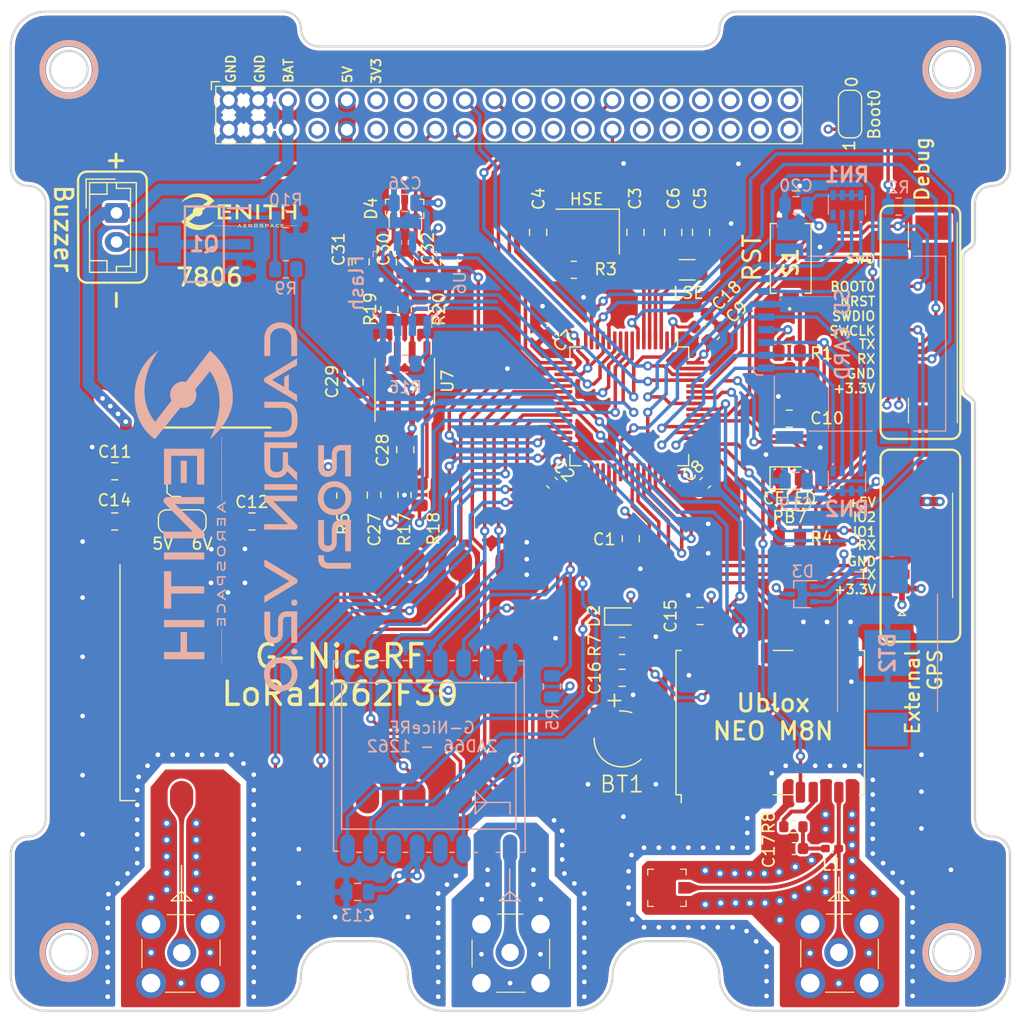
<source format=kicad_pcb>
(kicad_pcb (version 20171130) (host pcbnew "(5.1.10)-1")
  (layers (0 F.Cu signal) (1 In1.Cu power) (2 In2.Cu power) (31 B.Cu signal) (34 B.Paste user hide) (35 F.Paste user hide) (36 B.SilkS user hide) (37 F.SilkS user) (38 B.Mask user hide) (39 F.Mask user hide) (44 Edge.Cuts user))
  (net 0 "")
  (net 1 GND)
  (net 2 "Net-(16M1-Pad3)")
  (net 3 HSE_IN)
  (net 4 "Net-(BT1-Pad1)")
  (net 5 3V3)
  (net 6 LSE_IN)
  (net 7 LSE_OUT)
  (net 8 NRST)
  (net 9 "Net-(C12-Pad1)")
  (net 10 "Net-(C14-Pad1)")
  (net 11 "Net-(C17-Pad1)")
  (net 12 CAN_TX)
  (net 13 "Net-(C30-Pad2)")
  (net 14 CAN_H)
  (net 15 CAN_L)
  (net 16 "Net-(D1-Pad2)")
  (net 17 "Net-(D2-Pad1)")
  (net 18 "Net-(J1-Pad40)")
  (net 19 "Net-(J1-Pad39)")
  (net 20 "Net-(J1-Pad38)")
  (net 21 "Net-(J1-Pad37)")
  (net 22 "Net-(J1-Pad36)")
  (net 23 "Net-(J1-Pad35)")
  (net 24 "Net-(J1-Pad34)")
  (net 25 "Net-(J1-Pad33)")
  (net 26 "Net-(J1-Pad32)")
  (net 27 "Net-(J1-Pad31)")
  (net 28 "Net-(J1-Pad30)")
  (net 29 "Net-(J1-Pad29)")
  (net 30 BUS_RX1)
  (net 31 BUS_TX1)
  (net 32 "Net-(J1-Pad26)")
  (net 33 "Net-(J1-Pad25)")
  (net 34 "Net-(J1-Pad24)")
  (net 35 "Net-(J1-Pad23)")
  (net 36 "Net-(J1-Pad22)")
  (net 37 "Net-(J1-Pad21)")
  (net 38 "Net-(J1-Pad20)")
  (net 39 BUS_SCL1)
  (net 40 BUS_SDA1)
  (net 41 "Net-(J1-Pad15)")
  (net 42 "Net-(J1-Pad14)")
  (net 43 "Net-(J1-Pad13)")
  (net 44 5V)
  (net 45 "Net-(J1-Pad8)")
  (net 46 "Net-(J1-Pad7)")
  (net 47 BAT+)
  (net 48 SWO)
  (net 49 "Net-(J2-Pad9)")
  (net 50 BOOT0)
  (net 51 SWDIO)
  (net 52 SWCLK)
  (net 53 UART_TX)
  (net 54 UART_RX)
  (net 55 EXT_GPS_RX)
  (net 56 EXT_GPS_GPIO1)
  (net 57 EXT_GPS_GPIO2)
  (net 58 "Net-(J4-Pad1)")
  (net 59 "Net-(J4-Pad2)")
  (net 60 "Net-(J5-Pad1)")
  (net 61 "Net-(J5-Pad2)")
  (net 62 SD_CARD_CD)
  (net 63 SD_CARD_DAT1)
  (net 64 SD_CARD_DAT0)
  (net 65 SD_CARD_CLK)
  (net 66 SD_CARD_CMD)
  (net 67 SD_CARD_DAT3)
  (net 68 SD_CARD_DAT2)
  (net 69 "Net-(JP1-Pad2)")
  (net 70 "Net-(Q1-Pad1)")
  (net 71 HSE_OUT)
  (net 72 DEBUG_LED)
  (net 73 RADIO2_NSS)
  (net 74 RADIO1_NSS)
  (net 75 "Net-(R8-Pad2)")
  (net 76 EXT_BUZZER)
  (net 77 FLASH_NSS)
  (net 78 "Net-(R17-Pad1)")
  (net 79 CAN_RX)
  (net 80 "Net-(R18-Pad1)")
  (net 81 "Net-(RN1-Pad4)")
  (net 82 RADIO2_BUSY)
  (net 83 RADIO2_NRST)
  (net 84 RADIO2_DIO1)
  (net 85 GPS_EXTINT)
  (net 86 GPS_TX)
  (net 87 GPS_RX)
  (net 88 RADIO2_DIO3)
  (net 89 GPS_TIMEPULSE)
  (net 90 FLASH_NRST)
  (net 91 RADIO1_NRST)
  (net 92 FLASH_SPI_CLK)
  (net 93 RADIO1_DIO3)
  (net 94 RADIO1_DIO1)
  (net 95 RADIO1_BUSY)
  (net 96 EXT_GPS_TX)
  (net 97 SPI1_MOSI)
  (net 98 SPI1_MISO)
  (net 99 SPI1_SCK)
  (net 100 FLASH_SPI_MOSI)
  (net 101 FLASH_SPI_MISO)
  (net 102 GPS_RESET)
  (net 103 "Net-(U2-Pad14)")
  (net 104 "Net-(U2-Pad12)")
  (net 105 "Net-(U2-Pad7)")
  (net 106 "Net-(U3-Pad3)")
  (net 107 "Net-(U3-Pad4)")
  (net 108 "Net-(U3-Pad12)")
  (net 109 "Net-(U7-Pad8)")
  (net 110 "Net-(U7-Pad5)")
  (net 111 "Net-(J6-Pad2)")
  (net 112 "Net-(J9-Pad2)")
  (net 113 GNDA)
  (net 114 "Net-(U5-Pad19)")
  (net 115 "Net-(U5-Pad18)")
  (net 116 "Net-(U5-Pad17)")
  (net 117 "Net-(U5-Pad16)")
  (net 118 "Net-(U5-Pad15)")
  (net 119 "Net-(U5-Pad14)")
  (net 120 "Net-(U5-Pad6)")
  (net 121 "Net-(U5-Pad5)")
  (net 122 "Net-(U5-Pad2)")
  (net 123 "Net-(U5-Pad1)")
  (net 124 "Net-(J2-Pad12)")
  (net 125 "Net-(J2-Pad11)")
  (net 126 "Net-(J3-Pad9)")
  (net 127 "Net-(J3-Pad8)")
  (net 128 "Net-(J8-PadMP4)")
  (net 129 "Net-(J8-PadMP3)")
  (net 130 "Net-(J8-PadMP2)")
  (net 131 "Net-(J8-PadMP1)")
  (net 132 "Net-(BT2-Pad1)")
  (net 133 RTC_BAT)
  (module SamacSys_Parts:3030 (layer B.Cu) (at 182.753 110.871 270)
    (fp_text reference BT2 (at 0 0 90) (layer B.SilkS) (effects (font (size 1.27 1.27) (thickness 0.254)) (justify mirror)))
    (fp_text value Battery_Cell hide)
    (pad 3 smd rect (at 6.6 0 270) (size 2.9 3.5) (layers B.Cu B.Paste B.Mask))
    (pad 2 smd rect (at 0 0 180) (size 3.96 3.96) (layers B.Cu B.Paste B.Mask) (net 1 GND))
    (pad 1 smd rect (at -6.6 0 270) (size 2.9 3.5) (layers B.Cu B.Paste B.Mask) (net 132 "Net-(BT2-Pad1)"))
  )
  (module Capacitor_SMD:C_0603_1608Metric (layer F.Cu) (at 166.664008 82.272508 45)
    (fp_text reference C18 (at 3.116149 0.060163 45) (layer F.SilkS))
    (fp_text value 100n)
    (pad 2 smd roundrect (at 0.775 0 45) (size 0.9 0.95) (layers F.Cu F.Paste F.Mask) (net 1 GND))
    (pad 1 smd roundrect (at -0.775 0 45) (size 0.9 0.95) (layers F.Cu F.Paste F.Mask) (net 133 RTC_BAT))
  )
  (module Capacitor_SMD:C_0603_1608Metric (layer F.Cu) (at 167.8305 83.439 45)
    (fp_text reference C9 (at 2.721018 0.026941 45) (layer F.SilkS))
    (fp_text value 100n)
    (pad 2 smd roundrect (at 0.775 0 45) (size 0.9 0.95) (layers F.Cu F.Paste F.Mask) (net 1 GND))
    (pad 1 smd roundrect (at -0.775 0 45) (size 0.9 0.95) (layers F.Cu F.Paste F.Mask) (net 5 3V3))
  )
  (module Capacitor_SMD:C_0603_1608Metric (layer F.Cu) (at 167.067151 96.2279 45)
    (fp_text reference C8 (at 0 -1.43 45) (layer F.SilkS))
    (fp_text value 100n)
    (pad 2 smd roundrect (at 0.775 0 45) (size 0.9 0.95) (layers F.Cu F.Paste F.Mask) (net 1 GND))
    (pad 1 smd roundrect (at -0.775 0 45) (size 0.9 0.95) (layers F.Cu F.Paste F.Mask) (net 5 3V3))
  )
  (module Capacitor_SMD:C_0603_1608Metric (layer F.Cu) (at 153.8859 83.0199 225)
    (fp_text reference C7 (at 0 -1.43 45) (layer F.SilkS))
    (fp_text value 100n)
    (pad 2 smd roundrect (at 0.775 0 225) (size 0.9 0.95) (layers F.Cu F.Paste F.Mask) (net 1 GND))
    (pad 1 smd roundrect (at -0.775 0 225) (size 0.9 0.95) (layers F.Cu F.Paste F.Mask) (net 5 3V3))
  )
  (module Capacitor_SMD:C_0603_1608Metric (layer F.Cu) (at 153.8859 96.2279 315)
    (fp_text reference C2 (at 0 -1.43 135) (layer F.SilkS))
    (fp_text value 100n)
    (pad 2 smd roundrect (at 0.775 0 315) (size 0.9 0.95) (layers F.Cu F.Paste F.Mask) (net 1 GND))
    (pad 1 smd roundrect (at -0.775 0 315) (size 0.9 0.95) (layers F.Cu F.Paste F.Mask) (net 5 3V3))
  )
  (module Package_TO_SOT_SMD:SOT-323_SC-70 (layer B.Cu) (at 175.4124 105.8164 180)
    (fp_text reference D3 (at -0.05 1.95) (layer B.SilkS) (effects (justify mirror)))
    (fp_text value BAT54CW)
    (pad 3 smd rect (at 1 0 270) (size 0.45 0.7) (layers B.Cu B.Paste B.Mask) (net 133 RTC_BAT))
    (pad 2 smd rect (at -1 -0.65 270) (size 0.45 0.7) (layers B.Cu B.Paste B.Mask) (net 132 "Net-(BT2-Pad1)"))
    (pad 1 smd rect (at -1 0.65 270) (size 0.45 0.7) (layers B.Cu B.Paste B.Mask) (net 5 3V3))
  )
  (module Crystal:Crystal_SMD_3215-2Pin_3.2x1.5mm (layer F.Cu) (at 165.5064 77.89672 180)
    (fp_text reference Y1 hide)
    (fp_text value 32,768k)
    (pad 2 smd rect (at -1.25 0 180) (size 1 1.8) (layers F.Cu F.Paste F.Mask) (net 6 LSE_IN))
    (pad 1 smd rect (at 1.25 0 180) (size 1 1.8) (layers F.Cu F.Paste F.Mask) (net 7 LSE_OUT))
  )
  (module RF_Modules_Zenith:2AD66-126x (layer B.Cu) (at 143.2664 119.7356 270)
    (fp_text reference U2 hide)
    (fp_text value 2AD66-1262)
    (pad 16 smd oval (at 8 7 270) (size 2.5 1.25) (layers B.Cu B.Paste B.Mask) (net 82 RADIO2_BUSY))
    (pad 15 smd oval (at 8 5 270) (size 2.5 1.25) (layers B.Cu B.Paste B.Mask) (net 84 RADIO2_DIO1))
    (pad 14 smd oval (at 8 3 270) (size 2.5 1.25) (layers B.Cu B.Paste B.Mask) (net 103 "Net-(U2-Pad14)"))
    (pad 13 smd oval (at 8 1 270) (size 2.5 1.25) (layers B.Cu B.Paste B.Mask) (net 5 3V3))
    (pad 12 smd oval (at 8 -1 270) (size 2.5 1.25) (layers B.Cu B.Paste B.Mask) (net 104 "Net-(U2-Pad12)"))
    (pad 11 smd oval (at 8 -3 270) (size 2.5 1.25) (layers B.Cu B.Paste B.Mask) (net 88 RADIO2_DIO3))
    (pad 10 smd oval (at 8 -5 270) (size 2.5 1.25) (layers B.Cu B.Paste B.Mask) (net 58 "Net-(J4-Pad1)"))
    (pad 9 smd oval (at 8 -7 270) (size 2.5 1.25) (layers B.Cu B.Paste B.Mask) (net 59 "Net-(J4-Pad2)"))
    (pad 8 smd oval (at -8 -7 270) (size 2.5 1.25) (layers B.Cu B.Paste B.Mask) (net 1 GND))
    (pad 7 smd oval (at -8 -5 270) (size 2.5 1.25) (layers B.Cu B.Paste B.Mask) (net 105 "Net-(U2-Pad7)"))
    (pad 6 smd oval (at -8 -3 270) (size 2.5 1.25) (layers B.Cu B.Paste B.Mask) (net 83 RADIO2_NRST))
    (pad 5 smd oval (at -8 -1 270) (size 2.5 1.25) (layers B.Cu B.Paste B.Mask) (net 73 RADIO2_NSS))
    (pad 4 smd oval (at -8 1 270) (size 2.5 1.25) (layers B.Cu B.Paste B.Mask) (net 99 SPI1_SCK))
    (pad 3 smd oval (at -8 3 270) (size 2.5 1.25) (layers B.Cu B.Paste B.Mask) (net 97 SPI1_MOSI))
    (pad 2 smd oval (at -8 5 270) (size 2.5 1.25) (layers B.Cu B.Paste B.Mask) (net 98 SPI1_MISO))
    (pad 1 smd oval (at -8 7 270) (size 2.5 1.25) (layers B.Cu B.Paste B.Mask) (net 1 GND))
  )
  (module RF_Modules_Zenith:LoRa1262F30 (layer F.Cu) (at 135.9916 113.284 90)
    (fp_text reference U3 hide)
    (fp_text value LoRa1262F30)
    (pad 1 smd oval (at 10 -14 90) (size 2.8 2) (layers F.Cu F.Paste F.Mask) (net 10 "Net-(C14-Pad1)"))
    (pad 3 smd oval (at 10 -6 90) (size 2.8 2) (layers F.Cu F.Paste F.Mask) (net 106 "Net-(U3-Pad3)"))
    (pad 2 smd oval (at 10 -10 90) (size 2.8 2) (layers F.Cu F.Paste F.Mask) (net 1 GND))
    (pad 5 smd oval (at 10 2 90) (size 2.8 2) (layers F.Cu F.Paste F.Mask) (net 91 RADIO1_NRST))
    (pad 6 smd oval (at 10 6 90) (size 2.8 2) (layers F.Cu F.Paste F.Mask) (net 95 RADIO1_BUSY))
    (pad 8 smd oval (at 10 14 90) (size 2.8 2) (layers F.Cu F.Paste F.Mask) (net 1 GND))
    (pad 4 smd oval (at 10 -2 90) (size 2.8 2) (layers F.Cu F.Paste F.Mask) (net 107 "Net-(U3-Pad4)"))
    (pad 7 smd oval (at 10 10 90) (size 2.8 2) (layers F.Cu F.Paste F.Mask) (net 74 RADIO1_NSS))
    (pad 9 smd oval (at -10 14 90) (size 2.8 2) (layers F.Cu F.Paste F.Mask) (net 99 SPI1_SCK))
    (pad 10 smd oval (at -10 10 90) (size 2.8 2) (layers F.Cu F.Paste F.Mask) (net 98 SPI1_MISO))
    (pad 11 smd oval (at -10 6 90) (size 2.8 2) (layers F.Cu F.Paste F.Mask) (net 97 SPI1_MOSI))
    (pad 12 smd oval (at -10 2 90) (size 2.8 2) (layers F.Cu F.Paste F.Mask) (net 108 "Net-(U3-Pad12)"))
    (pad 13 smd oval (at -10 -2 90) (size 2.8 2) (layers F.Cu F.Paste F.Mask) (net 94 RADIO1_DIO1))
    (pad 14 smd oval (at -10 -6 90) (size 2.8 2) (layers F.Cu F.Paste F.Mask) (net 93 RADIO1_DIO3))
    (pad 15 smd oval (at -10 -10 90) (size 2.8 2) (layers F.Cu F.Paste F.Mask) (net 60 "Net-(J5-Pad1)"))
    (pad 16 smd oval (at -10 -14 90) (size 2.8 2) (layers F.Cu F.Paste F.Mask) (net 61 "Net-(J5-Pad2)"))
  )
  (module ML414H_IV01E:SEIKO_ML414H_IV01E (layer F.Cu) (at 159.9057 118.2751 90)
    (fp_text reference BT1 (at -3.8989 -0.0127 180) (layer F.SilkS) (effects (font (size 1.402244 1.402244))))
    (fp_text value ML414H_IV01E)
    (fp_text user + (at 3.30504 -0.762702 90) (layer F.SilkS) (effects (font (size 1.401291 1.401291))))
    (pad 1 smd custom (at 2.1 -2.1 90) (size 1 1) (layers F.Cu) (net 4 "Net-(BT1-Pad1)") (options (clearance outline) (anchor rect)) (primitives (gr_poly (pts (xy -1.8 -0.6) (xy 0.6 -0.6) (xy 0.6 1.8)) (width 0.0001))))
    (pad 2 smd rect (at 0.65 1.85 90) (size 4.1 1.7) (layers F.Cu F.Paste F.Mask) (net 1 GND))
  )
  (module digikey-footprints:Coax_Conn_U.FL (layer F.Cu) (at 163.7665 131.0894 90)
    (fp_text reference J6 hide)
    (fp_text value U_FL-R-SMT_10_)
    (pad 2 smd rect (at 0 1.5 90) (size 1 1.05) (layers F.Cu F.Paste F.Mask) (net 111 "Net-(J6-Pad2)"))
    (pad 1 smd rect (at -1.475 0 90) (size 1.05 2.2) (layers F.Cu F.Paste F.Mask) (net 113 GNDA))
    (pad 1 smd rect (at 1.475 0 90) (size 1.05 2.2) (layers F.Cu F.Paste F.Mask) (net 113 GNDA))
  )
  (module Zenith_Homemade_Components:Crystal_SMD_5032-4Pin_5.0x3.2mm_Hand_Soldering (layer F.Cu) (at 156.8704 74.67342 180)
    (fp_text reference 16M1 hide)
    (fp_text value Crystal_GND24)
    (pad 4 smd roundrect (at -1.65 -1 180) (size 2 1.5) (layers F.Cu F.Paste F.Mask) (roundrect_rratio 0.1) (net 1 GND))
    (pad 3 smd roundrect (at 1.65 -1 180) (size 2 1.5) (layers F.Cu F.Paste F.Mask) (roundrect_rratio 0.1) (net 2 "Net-(16M1-Pad3)"))
    (pad 2 smd roundrect (at 1.65 1 180) (size 2 1.5) (layers F.Cu F.Paste F.Mask) (roundrect_rratio 0.1) (net 1 GND))
    (pad 1 smd roundrect (at -1.65 1) (size 2 1.5) (layers F.Cu F.Paste F.Mask) (roundrect_rratio 0.1) (net 3 HSE_IN))
  )
  (module SamacSys_Parts:YC164JR07220RL (layer B.Cu) (at 179.2605 96.0755)
    (fp_text reference RN2 (at 0 2.413 180) (layer B.SilkS) (effects (font (size 1.27 1.27) (thickness 0.254)) (justify mirror)))
    (fp_text value R_Pack_47k hide)
    (pad 8 smd rect (at -1.2 0.85) (size 0.45 0.9) (layers B.Cu B.Paste B.Mask) (net 5 3V3))
    (pad 7 smd rect (at -0.4 0.85) (size 0.45 0.9) (layers B.Cu B.Paste B.Mask) (net 5 3V3))
    (pad 6 smd rect (at 0.4 0.85) (size 0.45 0.9) (layers B.Cu B.Paste B.Mask) (net 5 3V3))
    (pad 5 smd rect (at 1.2 0.85) (size 0.45 0.9) (layers B.Cu B.Paste B.Mask) (net 5 3V3))
    (pad 4 smd rect (at 1.2 -0.85) (size 0.45 0.9) (layers B.Cu B.Paste B.Mask) (net 65 SD_CARD_CLK))
    (pad 3 smd rect (at 0.4 -0.85) (size 0.45 0.9) (layers B.Cu B.Paste B.Mask) (net 66 SD_CARD_CMD))
    (pad 2 smd rect (at -0.4 -0.85) (size 0.45 0.9) (layers B.Cu B.Paste B.Mask) (net 67 SD_CARD_DAT3))
    (pad 1 smd rect (at -1.2 -0.85) (size 0.45 0.9) (layers B.Cu B.Paste B.Mask) (net 68 SD_CARD_DAT2))
  )
  (module SamacSys_Parts:YC164JR07220RL (layer B.Cu) (at 179.2605 72.3265 180)
    (fp_text reference RN1 (at 0 2.6035) (layer B.SilkS) (effects (font (size 1.27 1.27) (thickness 0.254)) (justify mirror)))
    (fp_text value R_Pack_47k hide)
    (pad 8 smd rect (at -1.2 0.85 180) (size 0.45 0.9) (layers B.Cu B.Paste B.Mask) (net 5 3V3))
    (pad 7 smd rect (at -0.4 0.85 180) (size 0.45 0.9) (layers B.Cu B.Paste B.Mask) (net 5 3V3))
    (pad 6 smd rect (at 0.4 0.85 180) (size 0.45 0.9) (layers B.Cu B.Paste B.Mask) (net 5 3V3))
    (pad 5 smd rect (at 1.2 0.85 180) (size 0.45 0.9) (layers B.Cu B.Paste B.Mask) (net 5 3V3))
    (pad 4 smd rect (at 1.2 -0.85 180) (size 0.45 0.9) (layers B.Cu B.Paste B.Mask) (net 81 "Net-(RN1-Pad4)"))
    (pad 3 smd rect (at 0.4 -0.85 180) (size 0.45 0.9) (layers B.Cu B.Paste B.Mask) (net 62 SD_CARD_CD))
    (pad 2 smd rect (at -0.4 -0.85 180) (size 0.45 0.9) (layers B.Cu B.Paste B.Mask) (net 63 SD_CARD_DAT1))
    (pad 1 smd rect (at -1.2 -0.85 180) (size 0.45 0.9) (layers B.Cu B.Paste B.Mask) (net 64 SD_CARD_DAT0))
  )
  (module digikey-footprints:SOIC-8_W5.6mm (layer B.Cu) (at 141.224 79.0725 180)
    (fp_text reference U6 (at -4.7244 0.0531 270) (layer B.SilkS) (effects (justify mirror)))
    (fp_text value W25Q32JVSSIQ_TR)
    (pad 8 smd rect (at -1.905 3.65 180) (size 0.65 1.7) (layers B.Cu B.Paste B.Mask) (net 5 3V3))
    (pad 7 smd rect (at -0.635 3.65 180) (size 0.65 1.7) (layers B.Cu B.Paste B.Mask) (net 90 FLASH_NRST))
    (pad 6 smd rect (at 0.635 3.65 180) (size 0.65 1.7) (layers B.Cu B.Paste B.Mask) (net 92 FLASH_SPI_CLK))
    (pad 5 smd rect (at 1.905 3.65 180) (size 0.65 1.7) (layers B.Cu B.Paste B.Mask) (net 100 FLASH_SPI_MOSI))
    (pad 4 smd rect (at 1.905 -3.65 180) (size 0.65 1.7) (layers B.Cu B.Paste B.Mask) (net 1 GND))
    (pad 3 smd rect (at 0.635 -3.65 180) (size 0.65 1.7) (layers B.Cu B.Paste B.Mask) (net 5 3V3))
    (pad 2 smd rect (at -0.635 -3.65 180) (size 0.65 1.7) (layers B.Cu B.Paste B.Mask) (net 101 FLASH_SPI_MISO))
    (pad 1 smd rect (at -1.905 -3.65 180) (size 0.65 1.7) (layers B.Cu B.Paste B.Mask) (net 77 FLASH_NSS))
  )
  (module SamacSys_Parts:532611071 (layer F.Cu) (at 185.85434 82.44078 90)
    (fp_text reference J2 hide)
    (fp_text value Conn_01x12_Male hide)
    (pad 12 smd rect (at 8.175 0.8 90) (size 2.1 3) (layers F.Cu F.Paste F.Mask) (net 124 "Net-(J2-Pad12)"))
    (pad 11 smd rect (at -8.175 0.8 90) (size 2.1 3) (layers F.Cu F.Paste F.Mask) (net 125 "Net-(J2-Pad11)"))
    (pad 10 smd rect (at 5.625 -2.1 90) (size 0.8 1.6) (layers F.Cu F.Paste F.Mask) (net 48 SWO))
    (pad 9 smd rect (at 4.375 -2.1 90) (size 0.8 1.6) (layers F.Cu F.Paste F.Mask) (net 49 "Net-(J2-Pad9)"))
    (pad 8 smd rect (at 3.125 -2.1 90) (size 0.8 1.6) (layers F.Cu F.Paste F.Mask) (net 50 BOOT0))
    (pad 7 smd rect (at 1.875 -2.1 90) (size 0.8 1.6) (layers F.Cu F.Paste F.Mask) (net 8 NRST))
    (pad 6 smd rect (at 0.625 -2.1 90) (size 0.8 1.6) (layers F.Cu F.Paste F.Mask) (net 51 SWDIO))
    (pad 5 smd rect (at -0.625 -2.1 90) (size 0.8 1.6) (layers F.Cu F.Paste F.Mask) (net 52 SWCLK))
    (pad 4 smd rect (at -1.875 -2.1 90) (size 0.8 1.6) (layers F.Cu F.Paste F.Mask) (net 53 UART_TX))
    (pad 3 smd rect (at -3.125 -2.1 90) (size 0.8 1.6) (layers F.Cu F.Paste F.Mask) (net 54 UART_RX))
    (pad 2 smd rect (at -4.375 -2.1 90) (size 0.8 1.6) (layers F.Cu F.Paste F.Mask) (net 1 GND))
    (pad 1 smd rect (at -5.625 -2.1 90) (size 0.8 1.6) (layers F.Cu F.Paste F.Mask) (net 5 3V3))
  )
  (module SamacSys_Parts:533980771 (layer F.Cu) (at 186.17934 101.6 270)
    (fp_text reference J3 hide)
    (fp_text value Conn_01x09_Male hide)
    (pad 9 smd rect (at 6.3 -0.575 270) (size 2.1 3) (layers F.Cu F.Paste F.Mask) (net 126 "Net-(J3-Pad9)"))
    (pad 8 smd rect (at -6.3 -0.575 270) (size 2.1 3) (layers F.Cu F.Paste F.Mask) (net 127 "Net-(J3-Pad8)"))
    (pad 7 smd rect (at -3.75 2.175 270) (size 0.8 1.3) (layers F.Cu F.Paste F.Mask) (net 44 5V))
    (pad 6 smd rect (at -2.5 2.175 270) (size 0.8 1.3) (layers F.Cu F.Paste F.Mask) (net 56 EXT_GPS_GPIO1))
    (pad 5 smd rect (at -1.25 2.175 270) (size 0.8 1.3) (layers F.Cu F.Paste F.Mask) (net 57 EXT_GPS_GPIO2))
    (pad 4 smd rect (at 0 2.175 270) (size 0.8 1.3) (layers F.Cu F.Paste F.Mask) (net 55 EXT_GPS_RX))
    (pad 3 smd rect (at 1.25 2.175 270) (size 0.8 1.3) (layers F.Cu F.Paste F.Mask) (net 1 GND))
    (pad 2 smd rect (at 2.5 2.175 270) (size 0.8 1.3) (layers F.Cu F.Paste F.Mask) (net 96 EXT_GPS_TX))
    (pad 1 smd rect (at 3.75 2.175 270) (size 0.8 1.3) (layers F.Cu F.Paste F.Mask) (net 5 3V3))
  )
  (module SamacSys_Parts:ST_D2PAK (layer F.Cu) (at 124.4981 82.4738)
    (fp_text reference IC1 hide)
    (fp_text value L7806ABD2T-TR hide)
    (pad 3 smd rect (at 0 2.5 90) (size 9.75 12.2) (layers F.Cu F.Paste F.Mask) (net 1 GND))
    (pad 2 smd rect (at 2.54 12.775) (size 1.6 3.5) (layers F.Cu F.Paste F.Mask) (net 9 "Net-(C12-Pad1)"))
    (pad 1 smd rect (at -2.54 12.775) (size 1.6 3.5) (layers F.Cu F.Paste F.Mask) (net 47 BAT+))
  )
  (module SamacSys_Parts:ESQ-120-Y-X-D (layer F.Cu) (at 126.05512 63.30188 180)
    (fp_text reference J1 hide)
    (fp_text value ESQ-120-39-G-D hide)
    (pad 40 thru_hole circle (at -48.26 -2.54 180) (size 1.55 1.55) (drill 1.02) (layers *.Cu *.Mask) (net 18 "Net-(J1-Pad40)"))
    (pad 39 thru_hole circle (at -48.26 0 180) (size 1.55 1.55) (drill 1.02) (layers *.Cu *.Mask) (net 19 "Net-(J1-Pad39)"))
    (pad 38 thru_hole circle (at -45.72 -2.54 180) (size 1.55 1.55) (drill 1.02) (layers *.Cu *.Mask) (net 20 "Net-(J1-Pad38)"))
    (pad 37 thru_hole circle (at -45.72 0 180) (size 1.55 1.55) (drill 1.02) (layers *.Cu *.Mask) (net 21 "Net-(J1-Pad37)"))
    (pad 36 thru_hole circle (at -43.18 -2.54 180) (size 1.55 1.55) (drill 1.02) (layers *.Cu *.Mask) (net 22 "Net-(J1-Pad36)"))
    (pad 35 thru_hole circle (at -43.18 0 180) (size 1.55 1.55) (drill 1.02) (layers *.Cu *.Mask) (net 23 "Net-(J1-Pad35)"))
    (pad 34 thru_hole circle (at -40.64 -2.54 180) (size 1.55 1.55) (drill 1.02) (layers *.Cu *.Mask) (net 24 "Net-(J1-Pad34)"))
    (pad 33 thru_hole circle (at -40.64 0 180) (size 1.55 1.55) (drill 1.02) (layers *.Cu *.Mask) (net 25 "Net-(J1-Pad33)"))
    (pad 32 thru_hole circle (at -38.1 -2.54 180) (size 1.55 1.55) (drill 1.02) (layers *.Cu *.Mask) (net 26 "Net-(J1-Pad32)"))
    (pad 31 thru_hole circle (at -38.1 0 180) (size 1.55 1.55) (drill 1.02) (layers *.Cu *.Mask) (net 27 "Net-(J1-Pad31)"))
    (pad 30 thru_hole circle (at -35.56 -2.54 180) (size 1.55 1.55) (drill 1.02) (layers *.Cu *.Mask) (net 28 "Net-(J1-Pad30)"))
    (pad 29 thru_hole circle (at -35.56 0 180) (size 1.55 1.55) (drill 1.02) (layers *.Cu *.Mask) (net 29 "Net-(J1-Pad29)"))
    (pad 28 thru_hole circle (at -33.02 -2.54 180) (size 1.55 1.55) (drill 1.02) (layers *.Cu *.Mask) (net 30 BUS_RX1))
    (pad 27 thru_hole circle (at -33.02 0 180) (size 1.55 1.55) (drill 1.02) (layers *.Cu *.Mask) (net 31 BUS_TX1))
    (pad 26 thru_hole circle (at -30.48 -2.54 180) (size 1.55 1.55) (drill 1.02) (layers *.Cu *.Mask) (net 32 "Net-(J1-Pad26)"))
    (pad 25 thru_hole circle (at -30.48 0 180) (size 1.55 1.55) (drill 1.02) (layers *.Cu *.Mask) (net 33 "Net-(J1-Pad25)"))
    (pad 24 thru_hole circle (at -27.94 -2.54 180) (size 1.55 1.55) (drill 1.02) (layers *.Cu *.Mask) (net 34 "Net-(J1-Pad24)"))
    (pad 23 thru_hole circle (at -27.94 0 180) (size 1.55 1.55) (drill 1.02) (layers *.Cu *.Mask) (net 35 "Net-(J1-Pad23)"))
    (pad 22 thru_hole circle (at -25.4 -2.54 180) (size 1.55 1.55) (drill 1.02) (layers *.Cu *.Mask) (net 36 "Net-(J1-Pad22)"))
    (pad 21 thru_hole circle (at -25.4 0 180) (size 1.55 1.55) (drill 1.02) (layers *.Cu *.Mask) (net 37 "Net-(J1-Pad21)"))
    (pad 20 thru_hole circle (at -22.86 -2.54 180) (size 1.55 1.55) (drill 1.02) (layers *.Cu *.Mask) (net 38 "Net-(J1-Pad20)"))
    (pad 19 thru_hole circle (at -22.86 0 180) (size 1.55 1.55) (drill 1.02) (layers *.Cu *.Mask) (net 39 BUS_SCL1))
    (pad 18 thru_hole circle (at -20.32 -2.54 180) (size 1.55 1.55) (drill 1.02) (layers *.Cu *.Mask) (net 15 CAN_L))
    (pad 17 thru_hole circle (at -20.32 0 180) (size 1.55 1.55) (drill 1.02) (layers *.Cu *.Mask) (net 40 BUS_SDA1))
    (pad 16 thru_hole circle (at -17.78 -2.54 180) (size 1.55 1.55) (drill 1.02) (layers *.Cu *.Mask) (net 14 CAN_H))
    (pad 15 thru_hole circle (at -17.78 0 180) (size 1.55 1.55) (drill 1.02) (layers *.Cu *.Mask) (net 41 "Net-(J1-Pad15)"))
    (pad 14 thru_hole circle (at -15.24 -2.54 180) (size 1.55 1.55) (drill 1.02) (layers *.Cu *.Mask) (net 42 "Net-(J1-Pad14)"))
    (pad 13 thru_hole circle (at -15.24 0 180) (size 1.55 1.55) (drill 1.02) (layers *.Cu *.Mask) (net 43 "Net-(J1-Pad13)"))
    (pad 12 thru_hole circle (at -12.7 -2.54 180) (size 1.55 1.55) (drill 1.02) (layers *.Cu *.Mask) (net 5 3V3))
    (pad 11 thru_hole circle (at -12.7 0 180) (size 1.55 1.55) (drill 1.02) (layers *.Cu *.Mask) (net 5 3V3))
    (pad 10 thru_hole circle (at -10.16 -2.54 180) (size 1.55 1.55) (drill 1.02) (layers *.Cu *.Mask) (net 44 5V))
    (pad 9 thru_hole circle (at -10.16 0 180) (size 1.55 1.55) (drill 1.02) (layers *.Cu *.Mask) (net 44 5V))
    (pad 8 thru_hole circle (at -7.62 -2.54 180) (size 1.55 1.55) (drill 1.02) (layers *.Cu *.Mask) (net 45 "Net-(J1-Pad8)"))
    (pad 7 thru_hole circle (at -7.62 0 180) (size 1.55 1.55) (drill 1.02) (layers *.Cu *.Mask) (net 46 "Net-(J1-Pad7)"))
    (pad 6 thru_hole circle (at -5.08 -2.54 180) (size 1.55 1.55) (drill 1.02) (layers *.Cu *.Mask) (net 47 BAT+))
    (pad 5 thru_hole circle (at -5.08 0 180) (size 1.55 1.55) (drill 1.02) (layers *.Cu *.Mask) (net 47 BAT+))
    (pad 4 thru_hole circle (at -2.54 -2.54 180) (size 1.55 1.55) (drill 1.02) (layers *.Cu *.Mask) (net 1 GND))
    (pad 3 thru_hole circle (at -2.54 0 180) (size 1.55 1.55) (drill 1.02) (layers *.Cu *.Mask) (net 1 GND))
    (pad 2 thru_hole circle (at 0 -2.54 180) (size 1.55 1.55) (drill 1.02) (layers *.Cu *.Mask) (net 1 GND))
    (pad 1 thru_hole circle (at 0 0 180) (size 1.55 1.55) (drill 1.02) (layers *.Cu *.Mask) (net 1 GND))
  )
  (module RF_GPS:ublox_NEO (layer F.Cu) (at 172.65904 116.87048 90)
    (fp_text reference U5 hide)
    (fp_text value NEO-M8N)
    (pad 24 smd roundrect (at 6 -7 90) (size 1.8 0.8) (layers F.Cu F.Paste F.Mask) (net 1 GND))
    (pad 23 smd roundrect (at 6 -5.9 90) (size 1.8 0.8) (layers F.Cu F.Paste F.Mask) (net 5 3V3))
    (pad 22 smd roundrect (at 6 -4.8 90) (size 1.8 0.8) (layers F.Cu F.Paste F.Mask) (net 4 "Net-(BT1-Pad1)"))
    (pad 21 smd roundrect (at 6 -3.7 90) (size 1.8 0.8) (layers F.Cu F.Paste F.Mask) (net 87 GPS_RX))
    (pad 20 smd roundrect (at 6 -2.6 90) (size 1.8 0.8) (layers F.Cu F.Paste F.Mask) (net 86 GPS_TX))
    (pad 19 smd roundrect (at 6 -1.5 90) (size 1.8 0.8) (layers F.Cu F.Paste F.Mask) (net 114 "Net-(U5-Pad19)"))
    (pad 18 smd roundrect (at 6 -0.4 90) (size 1.8 0.8) (layers F.Cu F.Paste F.Mask) (net 115 "Net-(U5-Pad18)"))
    (pad 17 smd roundrect (at 6 2.6 90) (size 1.8 0.8) (layers F.Cu F.Paste F.Mask) (net 116 "Net-(U5-Pad17)"))
    (pad 16 smd roundrect (at 6 3.7 90) (size 1.8 0.8) (layers F.Cu F.Paste F.Mask) (net 117 "Net-(U5-Pad16)"))
    (pad 15 smd roundrect (at 6 4.8 90) (size 1.8 0.8) (layers F.Cu F.Paste F.Mask) (net 118 "Net-(U5-Pad15)"))
    (pad 14 smd roundrect (at 6 5.9 90) (size 1.8 0.8) (layers F.Cu F.Paste F.Mask) (net 119 "Net-(U5-Pad14)"))
    (pad 13 smd roundrect (at 6 7 90) (size 1.8 0.8) (layers F.Cu F.Paste F.Mask) (net 1 GND))
    (pad 12 smd roundrect (at -6 7 90) (size 1.8 0.8) (layers F.Cu F.Paste F.Mask) (net 113 GNDA))
    (pad 11 smd roundrect (at -6 5.9 90) (size 1.8 0.8) (layers F.Cu F.Paste F.Mask) (net 111 "Net-(J6-Pad2)"))
    (pad 10 smd roundrect (at -6 4.8 90) (size 1.8 0.8) (layers F.Cu F.Paste F.Mask) (net 113 GNDA))
    (pad 9 smd roundrect (at -6 3.7 90) (size 1.8 0.8) (layers F.Cu F.Paste F.Mask) (net 75 "Net-(R8-Pad2)"))
    (pad 8 smd roundrect (at -6 2.6 90) (size 1.8 0.8) (layers F.Cu F.Paste F.Mask) (net 102 GPS_RESET))
    (pad 7 smd roundrect (at -6 -0.4 90) (size 1.8 0.8) (layers F.Cu F.Paste F.Mask) (net 1 GND))
    (pad 6 smd roundrect (at -6 -1.5 90) (size 1.8 0.8) (layers F.Cu F.Paste F.Mask) (net 120 "Net-(U5-Pad6)"))
    (pad 5 smd roundrect (at -6 -2.6 90) (size 1.8 0.8) (layers F.Cu F.Paste F.Mask) (net 121 "Net-(U5-Pad5)"))
    (pad 4 smd roundrect (at -6 -3.7 90) (size 1.8 0.8) (layers F.Cu F.Paste F.Mask) (net 85 GPS_EXTINT))
    (pad 3 smd roundrect (at -6 -4.8 90) (size 1.8 0.8) (layers F.Cu F.Paste F.Mask) (net 89 GPS_TIMEPULSE))
    (pad 2 smd roundrect (at -6 -5.9 90) (size 1.8 0.8) (layers F.Cu F.Paste F.Mask) (net 122 "Net-(U5-Pad2)"))
    (pad 1 smd roundrect (at -6 -7 90) (size 1.8 0.8) (layers F.Cu F.Paste F.Mask) (net 123 "Net-(U5-Pad1)"))
  )
  (module digikey-footprints:RF_SMA_Vertical_5-1814832-1 (layer F.Cu) (at 178.637 136.752 90)
    (fp_text reference J7 hide)
    (fp_text value CONSMA001-SMD-G)
    (pad 1 thru_hole circle (at -2.54 2.54 90) (size 2.6 2.6) (drill 1.6) (layers *.Cu *.Mask) (net 113 GNDA))
    (pad 1 thru_hole circle (at 2.54 2.54 90) (size 2.6 2.6) (drill 1.6) (layers *.Cu *.Mask) (net 113 GNDA))
    (pad 1 thru_hole circle (at 2.54 -2.54 90) (size 2.6 2.6) (drill 1.6) (layers *.Cu *.Mask) (net 113 GNDA))
    (pad 1 thru_hole circle (at -2.54 -2.54 90) (size 2.6 2.6) (drill 1.6) (layers *.Cu *.Mask) (net 113 GNDA))
    (pad 2 thru_hole circle (at 0.1 -0.075 90) (size 2.5 2.5) (drill 1.5) (layers *.Cu *.Mask) (net 111 "Net-(J6-Pad2)"))
  )
  (module digikey-footprints:RF_SMA_Vertical_5-1814832-1 (layer F.Cu) (at 121.90382 136.752)
    (fp_text reference J5 hide)
    (fp_text value CONSMA001-SMD-G)
    (pad 1 thru_hole circle (at -2.54 2.54) (size 2.6 2.6) (drill 1.6) (layers *.Cu *.Mask) (net 60 "Net-(J5-Pad1)"))
    (pad 1 thru_hole circle (at 2.54 2.54) (size 2.6 2.6) (drill 1.6) (layers *.Cu *.Mask) (net 60 "Net-(J5-Pad1)"))
    (pad 1 thru_hole circle (at 2.54 -2.54) (size 2.6 2.6) (drill 1.6) (layers *.Cu *.Mask) (net 60 "Net-(J5-Pad1)"))
    (pad 1 thru_hole circle (at -2.54 -2.54) (size 2.6 2.6) (drill 1.6) (layers *.Cu *.Mask) (net 60 "Net-(J5-Pad1)"))
    (pad 2 thru_hole circle (at 0.1 -0.075) (size 2.5 2.5) (drill 1.5) (layers *.Cu *.Mask) (net 61 "Net-(J5-Pad2)"))
  )
  (module digikey-footprints:RF_SMA_Vertical_5-1814832-1 (layer F.Cu) (at 150.3426 136.752 90)
    (fp_text reference J4 hide)
    (fp_text value CONSMA001-SMD-G)
    (pad 1 thru_hole circle (at -2.54 2.54 90) (size 2.6 2.6) (drill 1.6) (layers *.Cu *.Mask) (net 58 "Net-(J4-Pad1)"))
    (pad 1 thru_hole circle (at 2.54 2.54 90) (size 2.6 2.6) (drill 1.6) (layers *.Cu *.Mask) (net 58 "Net-(J4-Pad1)"))
    (pad 1 thru_hole circle (at 2.54 -2.54 90) (size 2.6 2.6) (drill 1.6) (layers *.Cu *.Mask) (net 58 "Net-(J4-Pad1)"))
    (pad 1 thru_hole circle (at -2.54 -2.54 90) (size 2.6 2.6) (drill 1.6) (layers *.Cu *.Mask) (net 58 "Net-(J4-Pad1)"))
    (pad 2 thru_hole circle (at 0.1 -0.075 90) (size 2.5 2.5) (drill 1.5) (layers *.Cu *.Mask) (net 59 "Net-(J4-Pad2)"))
  )
  (module LogosZenith:Logo_10,8mm (layer F.Cu) (at 127.254 72.898)
    (fp_text reference G*** hide)
    (fp_text value LOGO hide)
  )
  (module LogosZenith:CaurinLogo2021Under_7,5mm (layer B.Cu) (at 132.842 98.298 270)
    (fp_text reference G*** hide)
    (fp_text value LOGO hide)
  )
  (module LogosZenith:Logo_29,1mm (layer B.Cu) (at 122.174 99.06 270)
    (fp_text reference G*** hide)
    (fp_text value LOGO hide)
  )
  (module LED_SMD:LED_0805_2012Metric (layer F.Cu) (at 174.3202 95.8215)
    (fp_text reference D1 hide)
    (fp_text value LED)
    (pad 2 smd roundrect (at 0.9375 0) (size 0.975 1.4) (layers F.Cu F.Paste F.Mask) (net 16 "Net-(D1-Pad2)"))
    (pad 1 smd roundrect (at -0.9375 0) (size 0.975 1.4) (layers F.Cu F.Paste F.Mask) (net 1 GND))
  )
  (module SamacSys_Parts:MEM20750014001A (layer B.Cu) (at 180.0352 84.2518 270)
    (fp_text reference J8 hide)
    (fp_text value MEM2075-00-140-01-A hide)
    (pad MP4 smd rect (at 8.075 5.725 270) (size 1.1 2.4) (layers B.Cu B.Paste B.Mask) (net 128 "Net-(J8-PadMP4)"))
    (pad MP3 smd rect (at 8.075 -3.275 270) (size 1.1 2.4) (layers B.Cu B.Paste B.Mask) (net 129 "Net-(J8-PadMP3)"))
    (pad MP2 smd rect (at -8.075 -3.275 270) (size 1.1 2.4) (layers B.Cu B.Paste B.Mask) (net 130 "Net-(J8-PadMP2)"))
    (pad MP1 smd rect (at -8.075 5.725 270) (size 1.1 2.4) (layers B.Cu B.Paste B.Mask) (net 131 "Net-(J8-PadMP1)"))
    (pad P9 smd rect (at -6.695 7.725 270) (size 0.62 1.4) (layers B.Cu B.Paste B.Mask) (net 62 SD_CARD_CD))
    (pad P8 smd rect (at -5.595 7.725 270) (size 0.62 1.4) (layers B.Cu B.Paste B.Mask) (net 63 SD_CARD_DAT1))
    (pad P7 smd rect (at -4.495 7.725 270) (size 0.62 1.4) (layers B.Cu B.Paste B.Mask) (net 64 SD_CARD_DAT0))
    (pad P6 smd rect (at -3.395 7.725 270) (size 0.62 1.4) (layers B.Cu B.Paste B.Mask) (net 1 GND))
    (pad P5 smd rect (at -2.295 7.725 270) (size 0.62 1.4) (layers B.Cu B.Paste B.Mask) (net 65 SD_CARD_CLK))
    (pad P4 smd rect (at -1.195 7.725 270) (size 0.62 1.4) (layers B.Cu B.Paste B.Mask) (net 5 3V3))
    (pad P3 smd rect (at -0.095 7.725 270) (size 0.62 1.4) (layers B.Cu B.Paste B.Mask) (net 66 SD_CARD_CMD))
    (pad P2 smd rect (at 1.005 7.725 270) (size 0.62 1.4) (layers B.Cu B.Paste B.Mask) (net 67 SD_CARD_DAT3))
    (pad P1 smd rect (at 2.105 7.725 270) (size 0.62 1.4) (layers B.Cu B.Paste B.Mask) (net 68 SD_CARD_DAT2))
  )
  (module Resistor_SMD:R_0603_1608Metric (layer F.Cu) (at 174.6504 125.8316 180)
    (fp_text reference R8 (at 2.1209 0.3556 90) (layer F.SilkS))
    (fp_text value 10)
    (pad 2 smd roundrect (at 0.825 0 180) (size 0.8 0.95) (layers F.Cu F.Paste F.Mask) (net 75 "Net-(R8-Pad2)"))
    (pad 1 smd roundrect (at -0.825 0 180) (size 0.8 0.95) (layers F.Cu F.Paste F.Mask) (net 11 "Net-(C17-Pad1)"))
  )
  (module Resistor_SMD:R_0805_2012Metric (layer B.Cu) (at 153.8732 113.7666 270)
    (fp_text reference R5 (at 2.8194 -0.0508 270) (layer B.SilkS) (effects (justify mirror)))
    (fp_text value 10K)
    (pad 2 smd roundrect (at 0.9125 0 270) (size 1.025 1.4) (layers B.Cu B.Paste B.Mask) (roundrect_rratio 0.2439004878048781) (net 5 3V3))
    (pad 1 smd roundrect (at -0.9125 0 270) (size 1.025 1.4) (layers B.Cu B.Paste B.Mask) (roundrect_rratio 0.2439004878048781) (net 73 RADIO2_NSS))
  )
  (module Package_QFP:LQFP-64_10x10mm_P0.5mm (layer F.Cu) (at 160.528 89.64676 270)
    (fp_text reference U1 hide)
    (fp_text value STM32L476RGTx)
    (pad 64 smd roundrect (at -3.75 -5.675 270) (size 0.3 1.55) (layers F.Cu F.Paste F.Mask) (net 5 3V3))
    (pad 63 smd roundrect (at -3.25 -5.675 270) (size 0.3 1.55) (layers F.Cu F.Paste F.Mask) (net 1 GND))
    (pad 62 smd roundrect (at -2.75 -5.675 270) (size 0.3 1.55) (layers F.Cu F.Paste F.Mask) (net 40 BUS_SDA1))
    (pad 61 smd roundrect (at -2.25 -5.675 270) (size 0.3 1.55) (layers F.Cu F.Paste F.Mask) (net 39 BUS_SCL1))
    (pad 60 smd roundrect (at -1.75 -5.675 270) (size 0.3 1.55) (layers F.Cu F.Paste F.Mask) (net 50 BOOT0))
    (pad 59 smd roundrect (at -1.25 -5.675 270) (size 0.3 1.55) (layers F.Cu F.Paste F.Mask) (net 72 DEBUG_LED))
    (pad 58 smd roundrect (at -0.75 -5.675 270) (size 0.3 1.55) (layers F.Cu F.Paste F.Mask) (net 56 EXT_GPS_GPIO1))
    (pad 57 smd roundrect (at -0.25 -5.675 270) (size 0.3 1.55) (layers F.Cu F.Paste F.Mask) (net 62 SD_CARD_CD))
    (pad 56 smd roundrect (at 0.25 -5.675 270) (size 0.3 1.55) (layers F.Cu F.Paste F.Mask) (net 57 EXT_GPS_GPIO2))
    (pad 55 smd roundrect (at 0.75 -5.675 270) (size 0.3 1.55) (layers F.Cu F.Paste F.Mask) (net 48 SWO))
    (pad 54 smd roundrect (at 1.25 -5.675 270) (size 0.3 1.55) (layers F.Cu F.Paste F.Mask) (net 66 SD_CARD_CMD))
    (pad 53 smd roundrect (at 1.75 -5.675 270) (size 0.3 1.55) (layers F.Cu F.Paste F.Mask) (net 65 SD_CARD_CLK))
    (pad 52 smd roundrect (at 2.25 -5.675 270) (size 0.3 1.55) (layers F.Cu F.Paste F.Mask) (net 67 SD_CARD_DAT3))
    (pad 51 smd roundrect (at 2.75 -5.675 270) (size 0.3 1.55) (layers F.Cu F.Paste F.Mask) (net 68 SD_CARD_DAT2))
    (pad 50 smd roundrect (at 3.25 -5.675 270) (size 0.3 1.55) (layers F.Cu F.Paste F.Mask) (net 102 GPS_RESET))
    (pad 49 smd roundrect (at 3.75 -5.675 270) (size 0.3 1.55) (layers F.Cu F.Paste F.Mask) (net 52 SWCLK))
    (pad 48 smd roundrect (at 5.675 -3.75 270) (size 1.55 0.3) (layers F.Cu F.Paste F.Mask) (net 5 3V3))
    (pad 47 smd roundrect (at 5.675 -3.25 270) (size 1.55 0.3) (layers F.Cu F.Paste F.Mask) (net 1 GND))
    (pad 46 smd roundrect (at 5.675 -2.75 270) (size 1.55 0.3) (layers F.Cu F.Paste F.Mask) (net 51 SWDIO))
    (pad 45 smd roundrect (at 5.675 -2.25 270) (size 1.55 0.3) (layers F.Cu F.Paste F.Mask) (net 12 CAN_TX))
    (pad 44 smd roundrect (at 5.675 -1.75 270) (size 1.55 0.3) (layers F.Cu F.Paste F.Mask) (net 79 CAN_RX))
    (pad 43 smd roundrect (at 5.675 -1.25 270) (size 1.55 0.3) (layers F.Cu F.Paste F.Mask) (net 55 EXT_GPS_RX))
    (pad 42 smd roundrect (at 5.675 -0.75 270) (size 1.55 0.3) (layers F.Cu F.Paste F.Mask) (net 96 EXT_GPS_TX))
    (pad 41 smd roundrect (at 5.675 -0.25 270) (size 1.55 0.3) (layers F.Cu F.Paste F.Mask) (net 85 GPS_EXTINT))
    (pad 40 smd roundrect (at 5.675 0.25 270) (size 1.55 0.3) (layers F.Cu F.Paste F.Mask) (net 63 SD_CARD_DAT1))
    (pad 39 smd roundrect (at 5.675 0.75 270) (size 1.55 0.3) (layers F.Cu F.Paste F.Mask) (net 64 SD_CARD_DAT0))
    (pad 38 smd roundrect (at 5.675 1.25 270) (size 1.55 0.3) (layers F.Cu F.Paste F.Mask) (net 89 GPS_TIMEPULSE))
    (pad 37 smd roundrect (at 5.675 1.75 270) (size 1.55 0.3) (layers F.Cu F.Paste F.Mask) (net 82 RADIO2_BUSY))
    (pad 36 smd roundrect (at 5.675 2.25 270) (size 1.55 0.3) (layers F.Cu F.Paste F.Mask) (net 84 RADIO2_DIO1))
    (pad 35 smd roundrect (at 5.675 2.75 270) (size 1.55 0.3) (layers F.Cu F.Paste F.Mask) (net 73 RADIO2_NSS))
    (pad 34 smd roundrect (at 5.675 3.25 270) (size 1.55 0.3) (layers F.Cu F.Paste F.Mask) (net 88 RADIO2_DIO3))
    (pad 33 smd roundrect (at 5.675 3.75 270) (size 1.55 0.3) (layers F.Cu F.Paste F.Mask) (net 83 RADIO2_NRST))
    (pad 32 smd roundrect (at 3.75 5.675 270) (size 0.3 1.55) (layers F.Cu F.Paste F.Mask) (net 5 3V3))
    (pad 31 smd roundrect (at 3.25 5.675 270) (size 0.3 1.55) (layers F.Cu F.Paste F.Mask) (net 1 GND))
    (pad 30 smd roundrect (at 2.75 5.675 270) (size 0.3 1.55) (layers F.Cu F.Paste F.Mask) (net 95 RADIO1_BUSY))
    (pad 29 smd roundrect (at 2.25 5.675 270) (size 0.3 1.55) (layers F.Cu F.Paste F.Mask) (net 92 FLASH_SPI_CLK))
    (pad 28 smd roundrect (at 1.75 5.675 270) (size 0.3 1.55) (layers F.Cu F.Paste F.Mask) (net 91 RADIO1_NRST))
    (pad 27 smd roundrect (at 1.25 5.675 270) (size 0.3 1.55) (layers F.Cu F.Paste F.Mask) (net 94 RADIO1_DIO1))
    (pad 26 smd roundrect (at 0.75 5.675 270) (size 0.3 1.55) (layers F.Cu F.Paste F.Mask) (net 93 RADIO1_DIO3))
    (pad 25 smd roundrect (at 0.25 5.675 270) (size 0.3 1.55) (layers F.Cu F.Paste F.Mask) (net 86 GPS_TX))
    (pad 24 smd roundrect (at -0.25 5.675 270) (size 0.3 1.55) (layers F.Cu F.Paste F.Mask) (net 87 GPS_RX))
    (pad 23 smd roundrect (at -0.75 5.675 270) (size 0.3 1.55) (layers F.Cu F.Paste F.Mask) (net 97 SPI1_MOSI))
    (pad 22 smd roundrect (at -1.25 5.675 270) (size 0.3 1.55) (layers F.Cu F.Paste F.Mask) (net 98 SPI1_MISO))
    (pad 21 smd roundrect (at -1.75 5.675 270) (size 0.3 1.55) (layers F.Cu F.Paste F.Mask) (net 99 SPI1_SCK))
    (pad 20 smd roundrect (at -2.25 5.675 270) (size 0.3 1.55) (layers F.Cu F.Paste F.Mask) (net 74 RADIO1_NSS))
    (pad 19 smd roundrect (at -2.75 5.675 270) (size 0.3 1.55) (layers F.Cu F.Paste F.Mask) (net 5 3V3))
    (pad 18 smd roundrect (at -3.25 5.675 270) (size 0.3 1.55) (layers F.Cu F.Paste F.Mask) (net 1 GND))
    (pad 17 smd roundrect (at -3.75 5.675 270) (size 0.3 1.55) (layers F.Cu F.Paste F.Mask) (net 31 BUS_TX1))
    (pad 16 smd roundrect (at -5.675 3.75 270) (size 1.55 0.3) (layers F.Cu F.Paste F.Mask) (net 30 BUS_RX1))
    (pad 15 smd roundrect (at -5.675 3.25 270) (size 1.55 0.3) (layers F.Cu F.Paste F.Mask) (net 54 UART_RX))
    (pad 14 smd roundrect (at -5.675 2.75 270) (size 1.55 0.3) (layers F.Cu F.Paste F.Mask) (net 53 UART_TX))
    (pad 13 smd roundrect (at -5.675 2.25 270) (size 1.55 0.3) (layers F.Cu F.Paste F.Mask) (net 5 3V3))
    (pad 12 smd roundrect (at -5.675 1.75 270) (size 1.55 0.3) (layers F.Cu F.Paste F.Mask) (net 1 GND))
    (pad 11 smd roundrect (at -5.675 1.25 270) (size 1.55 0.3) (layers F.Cu F.Paste F.Mask) (net 100 FLASH_SPI_MOSI))
    (pad 10 smd roundrect (at -5.675 0.75 270) (size 1.55 0.3) (layers F.Cu F.Paste F.Mask) (net 101 FLASH_SPI_MISO))
    (pad 9 smd roundrect (at -5.675 0.25 270) (size 1.55 0.3) (layers F.Cu F.Paste F.Mask) (net 76 EXT_BUZZER))
    (pad 8 smd roundrect (at -5.675 -0.25 270) (size 1.55 0.3) (layers F.Cu F.Paste F.Mask) (net 77 FLASH_NSS))
    (pad 7 smd roundrect (at -5.675 -0.75 270) (size 1.55 0.3) (layers F.Cu F.Paste F.Mask) (net 8 NRST))
    (pad 6 smd roundrect (at -5.675 -1.25 270) (size 1.55 0.3) (layers F.Cu F.Paste F.Mask) (net 71 HSE_OUT))
    (pad 5 smd roundrect (at -5.675 -1.75 270) (size 1.55 0.3) (layers F.Cu F.Paste F.Mask) (net 3 HSE_IN))
    (pad 4 smd roundrect (at -5.675 -2.25 270) (size 1.55 0.3) (layers F.Cu F.Paste F.Mask) (net 7 LSE_OUT))
    (pad 3 smd roundrect (at -5.675 -2.75 270) (size 1.55 0.3) (layers F.Cu F.Paste F.Mask) (net 6 LSE_IN))
    (pad 2 smd roundrect (at -5.675 -3.25 270) (size 1.55 0.3) (layers F.Cu F.Paste F.Mask) (net 90 FLASH_NRST))
    (pad 1 smd roundrect (at -5.675 -3.75 270) (size 1.55 0.3) (layers F.Cu F.Paste F.Mask) (net 133 RTC_BAT))
  )
  (module Capacitor_SMD:C_0603_1608Metric (layer F.Cu) (at 174.7012 127.7112 180)
    (fp_text reference C17 (at 2.1717 -0.2413 90) (layer F.SilkS))
    (fp_text value 10nF)
    (pad 2 smd roundrect (at 0.775 0 180) (size 0.9 0.95) (layers F.Cu F.Paste F.Mask) (net 113 GNDA))
    (pad 1 smd roundrect (at -0.775 0 180) (size 0.9 0.95) (layers F.Cu F.Paste F.Mask) (net 11 "Net-(C17-Pad1)"))
  )
  (module Package_SO:SOIC-8_3.9x4.9mm_P1.27mm (layer F.Cu) (at 141.20114 87.48014 90)
    (fp_text reference U7 (at 0.00254 3.68046 90) (layer F.SilkS))
    (fp_text value TCAN330G)
    (pad 8 smd roundrect (at 2.475 -1.905 90) (size 1.95 0.6) (layers F.Cu F.Paste F.Mask) (net 109 "Net-(U7-Pad8)"))
    (pad 7 smd roundrect (at 2.475 -0.635 90) (size 1.95 0.6) (layers F.Cu F.Paste F.Mask) (net 14 CAN_H))
    (pad 6 smd roundrect (at 2.475 0.635 90) (size 1.95 0.6) (layers F.Cu F.Paste F.Mask) (net 15 CAN_L))
    (pad 5 smd roundrect (at 2.475 1.905 90) (size 1.95 0.6) (layers F.Cu F.Paste F.Mask) (net 110 "Net-(U7-Pad5)"))
    (pad 4 smd roundrect (at -2.475 1.905 90) (size 1.95 0.6) (layers F.Cu F.Paste F.Mask) (net 80 "Net-(R18-Pad1)"))
    (pad 3 smd roundrect (at -2.475 0.635 90) (size 1.95 0.6) (layers F.Cu F.Paste F.Mask) (net 5 3V3))
    (pad 2 smd roundrect (at -2.475 -0.635 90) (size 1.95 0.6) (layers F.Cu F.Paste F.Mask) (net 1 GND))
    (pad 1 smd roundrect (at -2.475 -1.905 90) (size 1.95 0.6) (layers F.Cu F.Paste F.Mask) (net 78 "Net-(R17-Pad1)"))
  )
  (module SamacSys_Parts:PTS636SM43JSMTRLFS (layer F.Cu) (at 174.4218 76.9112 90)
    (fp_text reference S1 (at -0.35 0 90) (layer F.SilkS) (effects (font (size 1.27 1.27) (thickness 0.254))))
    (fp_text value PTS636_SM43J_SMTR_LFS hide)
    (pad 2 smd rect (at 3.25 0 90) (size 0.9 1.4) (layers F.Cu F.Paste F.Mask) (net 1 GND))
    (pad 1 smd rect (at -3.25 0 90) (size 0.9 1.4) (layers F.Cu F.Paste F.Mask) (net 8 NRST))
  )
  (module Resistor_SMD:R_0805_2012Metric (layer F.Cu) (at 142.50416 81.28318 270)
    (fp_text reference R20 (at 0 -1.65 90) (layer F.SilkS))
    (fp_text value 60)
    (pad 2 smd roundrect (at 0.9125 0 270) (size 1.025 1.4) (layers F.Cu F.Paste F.Mask) (roundrect_rratio 0.2439004878048781) (net 15 CAN_L))
    (pad 1 smd roundrect (at -0.9125 0 270) (size 1.025 1.4) (layers F.Cu F.Paste F.Mask) (roundrect_rratio 0.2439004878048781) (net 13 "Net-(C30-Pad2)"))
  )
  (module Resistor_SMD:R_0805_2012Metric (layer F.Cu) (at 139.8778 81.28318 90)
    (fp_text reference R19 (at 0 -1.65 90) (layer F.SilkS))
    (fp_text value 60)
    (pad 2 smd roundrect (at 0.9125 0 90) (size 1.025 1.4) (layers F.Cu F.Paste F.Mask) (roundrect_rratio 0.2439004878048781) (net 13 "Net-(C30-Pad2)"))
    (pad 1 smd roundrect (at -0.9125 0 90) (size 1.025 1.4) (layers F.Cu F.Paste F.Mask) (roundrect_rratio 0.2439004878048781) (net 14 CAN_H))
  )
  (module Resistor_SMD:R_0805_2012Metric (layer F.Cu) (at 142.47876 97.26866 270)
    (fp_text reference R18 (at 2.90894 -1.19634 90) (layer F.SilkS))
    (fp_text value 1k)
    (pad 2 smd roundrect (at 0.9125 0 270) (size 1.025 1.4) (layers F.Cu F.Paste F.Mask) (roundrect_rratio 0.2439004878048781) (net 79 CAN_RX))
    (pad 1 smd roundrect (at -0.9125 0 270) (size 1.025 1.4) (layers F.Cu F.Paste F.Mask) (roundrect_rratio 0.2439004878048781) (net 80 "Net-(R18-Pad1)"))
  )
  (module Resistor_SMD:R_0805_2012Metric (layer F.Cu) (at 139.879172 97.26866 270)
    (fp_text reference R17 (at 2.97244 -1.2827 90) (layer F.SilkS))
    (fp_text value 1k)
    (pad 2 smd roundrect (at 0.9125 0 270) (size 1.025 1.4) (layers F.Cu F.Paste F.Mask) (roundrect_rratio 0.2439004878048781) (net 12 CAN_TX))
    (pad 1 smd roundrect (at -0.9125 0 270) (size 1.025 1.4) (layers F.Cu F.Paste F.Mask) (roundrect_rratio 0.2439004878048781) (net 78 "Net-(R17-Pad1)"))
  )
  (module Resistor_SMD:R_0805_2012Metric (layer B.Cu) (at 141.224 85.979 180)
    (fp_text reference R16 (at 0 -2.032 180) (layer B.SilkS) (effects (justify mirror)))
    (fp_text value 10k)
    (pad 2 smd roundrect (at 0.9125 0 180) (size 1.025 1.4) (layers B.Cu B.Paste B.Mask) (roundrect_rratio 0.2439004878048781) (net 5 3V3))
    (pad 1 smd roundrect (at -0.9125 0 180) (size 1.025 1.4) (layers B.Cu B.Paste B.Mask) (roundrect_rratio 0.2439004878048781) (net 77 FLASH_NSS))
  )
  (module Resistor_SMD:R_0805_2012Metric (layer B.Cu) (at 130.9605 73.533 180)
    (fp_text reference R10 (at 0 1.65 180) (layer B.SilkS) (effects (justify mirror)))
    (fp_text value 10k)
    (pad 2 smd roundrect (at 0.9125 0 180) (size 1.025 1.4) (layers B.Cu B.Paste B.Mask) (roundrect_rratio 0.2439004878048781) (net 70 "Net-(Q1-Pad1)"))
    (pad 1 smd roundrect (at -0.9125 0 180) (size 1.025 1.4) (layers B.Cu B.Paste B.Mask) (roundrect_rratio 0.2439004878048781) (net 1 GND))
  )
  (module Resistor_SMD:R_0805_2012Metric (layer B.Cu) (at 130.9605 77.851)
    (fp_text reference R9 (at 0 1.65 180) (layer B.SilkS) (effects (justify mirror)))
    (fp_text value 330)
    (pad 2 smd roundrect (at 0.9125 0) (size 1.025 1.4) (layers B.Cu B.Paste B.Mask) (roundrect_rratio 0.2439004878048781) (net 76 EXT_BUZZER))
    (pad 1 smd roundrect (at -0.9125 0) (size 1.025 1.4) (layers B.Cu B.Paste B.Mask) (roundrect_rratio 0.2439004878048781) (net 70 "Net-(Q1-Pad1)"))
  )
  (module Resistor_SMD:R_0805_2012Metric (layer F.Cu) (at 159.9057 110.271475)
    (fp_text reference R7 (at -2.3622 -0.035475 90) (layer F.SilkS))
    (fp_text value 3.3K)
    (pad 2 smd roundrect (at 0.9125 0) (size 1.025 1.4) (layers F.Cu F.Paste F.Mask) (roundrect_rratio 0.2439004878048781) (net 17 "Net-(D2-Pad1)"))
    (pad 1 smd roundrect (at -0.9125 0) (size 1.025 1.4) (layers F.Cu F.Paste F.Mask) (roundrect_rratio 0.2439004878048781) (net 4 "Net-(BT1-Pad1)"))
  )
  (module Resistor_SMD:R_0805_2012Metric (layer F.Cu) (at 134.62 97.3201 90)
    (fp_text reference R6 (at -2.4384 1.2827 90) (layer F.SilkS))
    (fp_text value 10K)
    (pad 2 smd roundrect (at 0.9125 0 90) (size 1.025 1.4) (layers F.Cu F.Paste F.Mask) (roundrect_rratio 0.2439004878048781) (net 5 3V3))
    (pad 1 smd roundrect (at -0.9125 0 90) (size 1.025 1.4) (layers F.Cu F.Paste F.Mask) (roundrect_rratio 0.2439004878048781) (net 74 RADIO1_NSS))
  )
  (module Resistor_SMD:R_0805_2012Metric (layer F.Cu) (at 174.3202 100.965 180)
    (fp_text reference R4 (at -2.749609 0) (layer F.SilkS))
    (fp_text value 1k)
    (pad 2 smd roundrect (at 0.9125 0 180) (size 1.025 1.4) (layers F.Cu F.Paste F.Mask) (roundrect_rratio 0.2439004878048781) (net 16 "Net-(D1-Pad2)"))
    (pad 1 smd roundrect (at -0.9125 0 180) (size 1.025 1.4) (layers F.Cu F.Paste F.Mask) (roundrect_rratio 0.2439004878048781) (net 72 DEBUG_LED))
  )
  (module Resistor_SMD:R_0805_2012Metric (layer F.Cu) (at 155.7509 77.89672 180)
    (fp_text reference R3 (at -2.7451 0.04572) (layer F.SilkS))
    (fp_text value 390)
    (pad 2 smd roundrect (at 0.9125 0 180) (size 1.025 1.4) (layers F.Cu F.Paste F.Mask) (roundrect_rratio 0.2439004878048781) (net 2 "Net-(16M1-Pad3)"))
    (pad 1 smd roundrect (at -0.9125 0 180) (size 1.025 1.4) (layers F.Cu F.Paste F.Mask) (roundrect_rratio 0.2439004878048781) (net 71 HSE_OUT))
  )
  (module Resistor_SMD:R_0805_2012Metric (layer B.Cu) (at 183.7055 72.4535 180)
    (fp_text reference R2 (at 0 1.65) (layer B.SilkS) (effects (justify mirror)))
    (fp_text value 10k)
    (pad 2 smd roundrect (at 0.9125 0 180) (size 1.025 1.4) (layers B.Cu B.Paste B.Mask) (roundrect_rratio 0.2439004878048781) (net 69 "Net-(JP1-Pad2)"))
    (pad 1 smd roundrect (at -0.9125 0 180) (size 1.025 1.4) (layers B.Cu B.Paste B.Mask) (roundrect_rratio 0.2439004878048781) (net 50 BOOT0))
  )
  (module Resistor_SMD:R_0805_2012Metric (layer F.Cu) (at 174.2948 85.0392)
    (fp_text reference R1 (at 2.775009 0.0508) (layer F.SilkS))
    (fp_text value 10k)
    (pad 2 smd roundrect (at 0.9125 0) (size 1.025 1.4) (layers F.Cu F.Paste F.Mask) (roundrect_rratio 0.2439004878048781) (net 8 NRST))
    (pad 1 smd roundrect (at -0.9125 0) (size 1.025 1.4) (layers F.Cu F.Paste F.Mask) (roundrect_rratio 0.2439004878048781) (net 5 3V3))
  )
  (module SamacSys_Parts:SOT230P700X180-4N (layer B.Cu) (at 123.952 75.692 180)
    (fp_text reference Q1 (at 0 0) (layer B.SilkS) (effects (font (size 1.27 1.27) (thickness 0.254)) (justify mirror)))
    (fp_text value PMT280ENEAX hide)
    (pad 4 smd rect (at 3 0 180) (size 1.95 3.2) (layers B.Cu B.Paste B.Mask) (net 112 "Net-(J9-Pad2)"))
    (pad 3 smd rect (at -3 -2.3 90) (size 0.9 1.95) (layers B.Cu B.Paste B.Mask) (net 1 GND))
    (pad 2 smd rect (at -3 0 90) (size 0.9 1.95) (layers B.Cu B.Paste B.Mask) (net 112 "Net-(J9-Pad2)"))
    (pad 1 smd rect (at -3 2.3 90) (size 0.9 1.95) (layers B.Cu B.Paste B.Mask) (net 70 "Net-(Q1-Pad1)"))
  )
  (module Inductor_SMD:L_0402_1005Metric_Pad0.77x0.64mm_HandSolder (layer F.Cu) (at 177.9778 127.7112)
    (fp_text reference L1 (at 0.0127 1.3843 180) (layer F.SilkS))
    (fp_text value L_Small)
    (pad 2 smd roundrect (at 0.5725 0) (size 0.765 0.64) (layers F.Cu F.Paste F.Mask) (net 111 "Net-(J6-Pad2)"))
    (pad 1 smd roundrect (at -0.5725 0) (size 0.765 0.64) (layers F.Cu F.Paste F.Mask) (net 11 "Net-(C17-Pad1)"))
  )
  (module Jumper:SolderJumper-3_P1.3mm_Open_RoundedPad1.0x1.5mm_NumberLabels (layer F.Cu) (at 122.047 99.5578 180)
    (fp_text reference JP2 hide)
    (fp_text value SolderJumper_3_Open)
    (pad 2 smd rect (at 0 0 180) (size 1 1.5) (layers F.Cu F.Mask) (net 10 "Net-(C14-Pad1)"))
    (pad 3 smd custom (at 1.3 0 180) (size 1 0.5) (layers F.Cu F.Mask) (net 44 5V) (options (clearance outline) (anchor rect)) (primitives (gr_circle (center 0 0.25) (end 0.5 0.25) (width 0)) (gr_circle (center 0 -0.25) (end 0.5 -0.25) (width 0)) (gr_poly (pts (xy -0.55 -0.75) (xy 0 -0.75) (xy 0 0.75) (xy -0.55 0.75)) (width 0))))
    (pad 1 smd custom (at -1.3 0 180) (size 1 0.5) (layers F.Cu F.Mask) (net 9 "Net-(C12-Pad1)") (options (clearance outline) (anchor rect)) (primitives (gr_circle (center 0 0.25) (end 0.5 0.25) (width 0)) (gr_circle (center 0 -0.25) (end 0.5 -0.25) (width 0)) (gr_poly (pts (xy 0.55 -0.75) (xy 0 -0.75) (xy 0 0.75) (xy 0.55 0.75)) (width 0))))
  )
  (module Jumper:SolderJumper-3_P1.3mm_Open_RoundedPad1.0x1.5mm_NumberLabels (layer F.Cu) (at 179.5272 64.4906 270)
    (fp_text reference JP1 hide)
    (fp_text value SolderJumper_3_Open)
    (pad 2 smd rect (at 0 0 270) (size 1 1.5) (layers F.Cu F.Mask) (net 69 "Net-(JP1-Pad2)"))
    (pad 3 smd custom (at 1.3 0 270) (size 1 0.5) (layers F.Cu F.Mask) (net 5 3V3) (options (clearance outline) (anchor rect)) (primitives (gr_circle (center 0 0.25) (end 0.5 0.25) (width 0)) (gr_circle (center 0 -0.25) (end 0.5 -0.25) (width 0)) (gr_poly (pts (xy -0.55 -0.75) (xy 0 -0.75) (xy 0 0.75) (xy -0.55 0.75)) (width 0))))
    (pad 1 smd custom (at -1.3 0 270) (size 1 0.5) (layers F.Cu F.Mask) (net 1 GND) (options (clearance outline) (anchor rect)) (primitives (gr_circle (center 0 0.25) (end 0.5 0.25) (width 0)) (gr_circle (center 0 -0.25) (end 0.5 -0.25) (width 0)) (gr_poly (pts (xy 0.55 -0.75) (xy 0 -0.75) (xy 0 0.75) (xy 0.55 0.75)) (width 0))))
  )
  (module Connector_JST:JST_EH_B2B-EH-A_1x02_P2.50mm_Vertical (layer F.Cu) (at 116.3828 72.9996 270)
    (fp_text reference J9 hide)
    (fp_text value Conn_01x02_Male)
    (pad 2 thru_hole oval (at 2.5 0 270) (size 1.7 2) (drill 1) (layers *.Cu *.Mask) (net 112 "Net-(J9-Pad2)"))
    (pad 1 thru_hole roundrect (at 0 0 270) (size 1.7 2) (drill 1) (layers *.Cu *.Mask) (roundrect_rratio 0.1470588235294118) (net 47 BAT+))
  )
  (module digikey-footprints:SOT-23-3 (layer F.Cu) (at 141.19102 72.64556 90)
    (fp_text reference D4 (at 0.025 -2.88802 90) (layer F.SilkS))
    (fp_text value PESD2CANFD27L-UX)
    (pad 1 smd rect (at -1.05 -0.95 90) (size 1.3 0.6) (layers F.Cu F.Paste F.Mask) (net 14 CAN_H))
    (pad 2 smd rect (at -1.05 0.95 90) (size 1.3 0.6) (layers F.Cu F.Paste F.Mask) (net 15 CAN_L))
    (pad 3 smd rect (at 1.05 0 90) (size 1.3 0.6) (layers F.Cu F.Paste F.Mask) (net 1 GND))
  )
  (module Diode_SMD:D_0603_1608Metric (layer F.Cu) (at 159.8857 107.7341)
    (fp_text reference D2 (at -2.4057 -0.0381 270) (layer F.SilkS))
    (fp_text value D_Schottky_Small)
    (pad 2 smd roundrect (at 0.7875 0) (size 0.875 0.95) (layers F.Cu F.Paste F.Mask) (net 5 3V3))
    (pad 1 smd roundrect (at -0.7875 0) (size 0.875 0.95) (layers F.Cu F.Paste F.Mask) (net 17 "Net-(D2-Pad1)"))
  )
  (module Capacitor_SMD:C_0805_2012Metric (layer F.Cu) (at 145.0213 77.21596 270)
    (fp_text reference C32 (at -1.14296 1.8288 90) (layer F.SilkS))
    (fp_text value 33p)
    (pad 2 smd roundrect (at 0.95 0 270) (size 1 1.45) (layers F.Cu F.Paste F.Mask) (net 15 CAN_L))
    (pad 1 smd roundrect (at -0.95 0 270) (size 1 1.45) (layers F.Cu F.Paste F.Mask) (net 1 GND))
  )
  (module Capacitor_SMD:C_0805_2012Metric (layer F.Cu) (at 137.4013 77.21596 270)
    (fp_text reference C31 (at -1.07946 1.8923 90) (layer F.SilkS))
    (fp_text value 33p)
    (pad 2 smd roundrect (at 0.95 0 270) (size 1 1.45) (layers F.Cu F.Paste F.Mask) (net 14 CAN_H))
    (pad 1 smd roundrect (at -0.95 0 270) (size 1 1.45) (layers F.Cu F.Paste F.Mask) (net 1 GND))
  )
  (module Capacitor_SMD:C_0805_2012Metric (layer F.Cu) (at 141.2113 77.21596 270)
    (fp_text reference C30 (at -1.07946 1.8288 90) (layer F.SilkS))
    (fp_text value 4.7n)
    (pad 2 smd roundrect (at 0.95 0 270) (size 1 1.45) (layers F.Cu F.Paste F.Mask) (net 13 "Net-(C30-Pad2)"))
    (pad 1 smd roundrect (at -0.95 0 270) (size 1 1.45) (layers F.Cu F.Paste F.Mask) (net 1 GND))
  )
  (module Capacitor_SMD:C_0805_2012Metric (layer F.Cu) (at 136.8806 87.5538 270)
    (fp_text reference C29 (at -0.0254 1.9304 90) (layer F.SilkS))
    (fp_text value 4.7u)
    (pad 2 smd roundrect (at 0.95 0 270) (size 1 1.45) (layers F.Cu F.Paste F.Mask) (net 1 GND))
    (pad 1 smd roundrect (at -0.95 0 270) (size 1 1.45) (layers F.Cu F.Paste F.Mask) (net 5 3V3))
  )
  (module Capacitor_SMD:C_0805_2012Metric (layer F.Cu) (at 141.2494 93.3704 270)
    (fp_text reference C28 (at 0.06032 1.9558 90) (layer F.SilkS))
    (fp_text value 100n)
    (pad 2 smd roundrect (at 0.95 0 270) (size 1 1.45) (layers F.Cu F.Paste F.Mask) (net 1 GND))
    (pad 1 smd roundrect (at -0.95 0 270) (size 1 1.45) (layers F.Cu F.Paste F.Mask) (net 5 3V3))
  )
  (module Capacitor_SMD:C_0805_2012Metric (layer F.Cu) (at 137.249586 97.29406 270)
    (fp_text reference C27 (at 2.97244 -1.3462 90) (layer F.SilkS))
    (fp_text value 33p)
    (pad 2 smd roundrect (at 0.95 0 270) (size 1 1.45) (layers F.Cu F.Paste F.Mask) (net 12 CAN_TX))
    (pad 1 smd roundrect (at -0.95 0 270) (size 1 1.45) (layers F.Cu F.Paste F.Mask) (net 1 GND))
  )
  (module Capacitor_SMD:C_0805_2012Metric (layer B.Cu) (at 141.224 72.136 180)
    (fp_text reference C26 (at 0 1.68 180) (layer B.SilkS) (effects (justify mirror)))
    (fp_text value 100n)
    (pad 2 smd roundrect (at 0.95 0 180) (size 1 1.45) (layers B.Cu B.Paste B.Mask) (net 1 GND))
    (pad 1 smd roundrect (at -0.95 0 180) (size 1 1.45) (layers B.Cu B.Paste B.Mask) (net 5 3V3))
  )
  (module Capacitor_SMD:C_0805_2012Metric (layer B.Cu) (at 174.879 72.3265 180)
    (fp_text reference C20 (at 0 1.68) (layer B.SilkS) (effects (justify mirror)))
    (fp_text value 4.7u)
    (pad 2 smd roundrect (at 0.95 0 180) (size 1 1.45) (layers B.Cu B.Paste B.Mask) (net 1 GND))
    (pad 1 smd roundrect (at -0.95 0 180) (size 1 1.45) (layers B.Cu B.Paste B.Mask) (net 5 3V3))
  )
  (module Capacitor_SMD:C_0805_2012Metric (layer B.Cu) (at 174.879 96.0755 180)
    (fp_text reference C19 (at 0 -1.9685) (layer B.SilkS) (effects (justify mirror)))
    (fp_text value 100n)
    (pad 2 smd roundrect (at 0.95 0 180) (size 1 1.45) (layers B.Cu B.Paste B.Mask) (net 1 GND))
    (pad 1 smd roundrect (at -0.95 0 180) (size 1 1.45) (layers B.Cu B.Paste B.Mask) (net 5 3V3))
  )
  (module Capacitor_SMD:C_0805_2012Metric (layer F.Cu) (at 159.9057 113.01885)
    (fp_text reference C16 (at -2.3622 0.01115 90) (layer F.SilkS))
    (fp_text value 1uF)
    (pad 2 smd roundrect (at 0.95 0) (size 1 1.45) (layers F.Cu F.Paste F.Mask) (net 1 GND))
    (pad 1 smd roundrect (at -0.95 0) (size 1 1.45) (layers F.Cu F.Paste F.Mask) (net 4 "Net-(BT1-Pad1)"))
  )
  (module Capacitor_SMD:C_0805_2012Metric (layer F.Cu) (at 166.624 107.696 180)
    (fp_text reference C15 (at 2.54 0 90) (layer F.SilkS))
    (fp_text value 1uF)
    (pad 2 smd roundrect (at 0.95 0 180) (size 1 1.45) (layers F.Cu F.Paste F.Mask) (net 1 GND))
    (pad 1 smd roundrect (at -0.95 0 180) (size 1 1.45) (layers F.Cu F.Paste F.Mask) (net 5 3V3))
  )
  (module Capacitor_SMD:C_0805_2012Metric (layer F.Cu) (at 116.2431 99.5578 180)
    (fp_text reference C14 (at 0.0381 1.8313 180) (layer F.SilkS))
    (fp_text value 1uF)
    (pad 2 smd roundrect (at 0.95 0 180) (size 1 1.45) (layers F.Cu F.Paste F.Mask) (net 1 GND))
    (pad 1 smd roundrect (at -0.95 0 180) (size 1 1.45) (layers F.Cu F.Paste F.Mask) (net 10 "Net-(C14-Pad1)"))
  )
  (module Capacitor_SMD:C_0805_2012Metric (layer B.Cu) (at 137.1346 131.445 180)
    (fp_text reference C13 (at -0.0254 -2.032 180) (layer B.SilkS) (effects (justify mirror)))
    (fp_text value 1uF)
    (pad 2 smd roundrect (at 0.95 0 180) (size 1 1.45) (layers B.Cu B.Paste B.Mask) (net 1 GND))
    (pad 1 smd roundrect (at -0.95 0 180) (size 1 1.45) (layers B.Cu B.Paste B.Mask) (net 5 3V3))
  )
  (module Capacitor_SMD:C_0805_2012Metric (layer F.Cu) (at 128.0516 99.5578)
    (fp_text reference C12 (at 0 -1.68 180) (layer F.SilkS))
    (fp_text value 100n)
    (pad 2 smd roundrect (at 0.95 0) (size 1 1.45) (layers F.Cu F.Paste F.Mask) (net 1 GND))
    (pad 1 smd roundrect (at -0.95 0) (size 1 1.45) (layers F.Cu F.Paste F.Mask) (net 9 "Net-(C12-Pad1)"))
  )
  (module Capacitor_SMD:C_0805_2012Metric (layer F.Cu) (at 116.2431 95.2373)
    (fp_text reference C11 (at 0 -1.68 180) (layer F.SilkS))
    (fp_text value 330n)
    (pad 2 smd roundrect (at 0.95 0) (size 1 1.45) (layers F.Cu F.Paste F.Mask) (net 47 BAT+))
    (pad 1 smd roundrect (at -0.95 0) (size 1 1.45) (layers F.Cu F.Paste F.Mask) (net 1 GND))
  )
  (module Capacitor_SMD:C_0805_2012Metric (layer F.Cu) (at 174.2948 90.70848 180)
    (fp_text reference C10 (at -3.2512 0.03048) (layer F.SilkS))
    (fp_text value 1u)
    (pad 2 smd roundrect (at 0.95 0 180) (size 1 1.45) (layers F.Cu F.Paste F.Mask) (net 1 GND))
    (pad 1 smd roundrect (at -0.95 0 180) (size 1 1.45) (layers F.Cu F.Paste F.Mask) (net 8 NRST))
  )
  (module Capacitor_SMD:C_0805_2012Metric (layer F.Cu) (at 164.30752 74.67342 270)
    (fp_text reference C6 (at -2.91842 -0.03048 90) (layer F.SilkS))
    (fp_text value 7p)
    (pad 2 smd roundrect (at 0.95 0 270) (size 1 1.45) (layers F.Cu F.Paste F.Mask) (net 7 LSE_OUT))
    (pad 1 smd roundrect (at -0.95 0 270) (size 1 1.45) (layers F.Cu F.Paste F.Mask) (net 1 GND))
  )
  (module Capacitor_SMD:C_0805_2012Metric (layer F.Cu) (at 166.70528 74.67342 90)
    (fp_text reference C5 (at 2.91842 -0.08128 90) (layer F.SilkS))
    (fp_text value 7p)
    (pad 2 smd roundrect (at 0.95 0 90) (size 1 1.45) (layers F.Cu F.Paste F.Mask) (net 1 GND))
    (pad 1 smd roundrect (at -0.95 0 90) (size 1 1.45) (layers F.Cu F.Paste F.Mask) (net 6 LSE_IN))
  )
  (module Capacitor_SMD:C_0805_2012Metric (layer F.Cu) (at 152.6794 74.67342 270)
    (fp_text reference C4 (at -2.89302 -0.0381 270) (layer F.SilkS))
    (fp_text value 24p)
    (pad 2 smd roundrect (at 0.95 0 270) (size 1 1.45) (layers F.Cu F.Paste F.Mask) (net 2 "Net-(16M1-Pad3)"))
    (pad 1 smd roundrect (at -0.95 0 270) (size 1 1.45) (layers F.Cu F.Paste F.Mask) (net 1 GND))
  )
  (module Capacitor_SMD:C_0805_2012Metric (layer F.Cu) (at 161.0614 74.67342 90)
    (fp_text reference C3 (at 2.90572 -0.0381 90) (layer F.SilkS))
    (fp_text value 24p)
    (pad 2 smd roundrect (at 0.95 0 90) (size 1 1.45) (layers F.Cu F.Paste F.Mask) (net 1 GND))
    (pad 1 smd roundrect (at -0.95 0 90) (size 1 1.45) (layers F.Cu F.Paste F.Mask) (net 3 HSE_IN))
  )
  (module Capacitor_SMD:C_0805_2012Metric (layer F.Cu) (at 160.655 101.0412 270)
    (fp_text reference C1 (at 0.0508 2.286) (layer F.SilkS))
    (fp_text value 4.7u)
    (pad 1 smd roundrect (at -0.95 0 270) (size 1 1.45) (layers F.Cu F.Paste F.Mask) (net 5 3V3))
    (pad 2 smd roundrect (at 0.95 0 270) (size 1 1.45) (layers F.Cu F.Paste F.Mask) (net 1 GND))
  )
  (gr_line (start 113.8428 69.4436) (end 118.237 69.4436) (layer F.SilkS) (width 0.2))
  (gr_arc (start 113.8428 70.2056) (end 113.8428 69.4436) (angle -90) (layer F.SilkS) (width 0.2))
  (gr_arc (start 118.237 70.2056) (end 118.999 70.2056) (angle -90) (layer F.SilkS) (width 0.2))
  (gr_line (start 113.0935 78.2447) (end 113.0808 70.2056) (layer F.SilkS) (width 0.2))
  (gr_arc (start 113.8555 78.2447) (end 113.0935 78.2447) (angle -90) (layer F.SilkS) (width 0.2))
  (gr_line (start 118.2497 79.0067) (end 113.8555 79.0067) (layer F.SilkS) (width 0.2))
  (gr_arc (start 118.2497 78.2447) (end 118.2497 79.0067) (angle -90) (layer F.SilkS) (width 0.2))
  (gr_line (start 118.999 70.2056) (end 119.0117 78.2447) (layer F.SilkS) (width 0.2))
  (gr_line (start 184.3024 107.6452) (end 183.6928 107.6452) (layer F.SilkS) (width 0.12))
  (gr_line (start 183.9976 107.3404) (end 184.3024 107.6452) (layer F.SilkS) (width 0.12))
  (gr_line (start 183.9976 107.3404) (end 183.6928 107.6452) (layer F.SilkS) (width 0.12))
  (gr_arc (start 182.9181 109.1438) (end 182.1561 109.1438) (angle -90) (layer F.SilkS) (width 0.2))
  (gr_line (start 188.2521 109.9058) (end 182.9181 109.9058) (layer F.SilkS) (width 0.2))
  (gr_line (start 189.0141 94.1451) (end 189.0141 109.1438) (layer F.SilkS) (width 0.2))
  (gr_arc (start 188.2521 94.1451) (end 189.0141 94.1451) (angle -90) (layer F.SilkS) (width 0.2))
  (gr_line (start 182.9181 93.3831) (end 188.2521 93.3831) (layer F.SilkS) (width 0.2))
  (gr_arc (start 182.9181 94.1451) (end 182.9181 93.3831) (angle -90) (layer F.SilkS) (width 0.2))
  (gr_arc (start 188.2521 109.1438) (end 188.2521 109.9058) (angle -90) (layer F.SilkS) (width 0.2))
  (gr_line (start 182.1561 109.1438) (end 182.1561 94.1451) (layer F.SilkS) (width 0.2))
  (gr_arc (start 182.9181 91.694) (end 182.1561 91.694) (angle -90) (layer F.SilkS) (width 0.2))
  (gr_line (start 188.2521 92.456) (end 182.9181 92.456) (layer F.SilkS) (width 0.2))
  (gr_line (start 189.0141 73.1393) (end 189.0141 91.694) (layer F.SilkS) (width 0.2))
  (gr_arc (start 188.2521 73.1393) (end 189.0141 73.1393) (angle -90) (layer F.SilkS) (width 0.2))
  (gr_line (start 182.9181 72.3773) (end 188.2521 72.3773) (layer F.SilkS) (width 0.2))
  (gr_arc (start 182.9181 73.1393) (end 182.9181 72.3773) (angle -90) (layer F.SilkS) (width 0.2))
  (gr_arc (start 188.2521 91.694) (end 188.2521 92.456) (angle -90) (layer F.SilkS) (width 0.2))
  (gr_line (start 182.1561 91.694) (end 182.1561 73.1393) (layer F.SilkS) (width 0.2))
  (gr_text Debug (at 185.7248 69.215 90) (layer F.SilkS) (effects (font (size 1.2 1.2) (thickness 0.2))))
  (gr_text HSE (at 156.845 71.8185) (layer F.SilkS) (effects (font (size 1 1))))
  (gr_circle (center 112.2934 60.6552) (end 114.577958 60.607658) (layer F.SilkS) (width 0.5))
  (gr_circle (center 188.288758 60.645617) (end 190.574758 60.620217) (layer B.SilkS) (width 0.5))
  (gr_circle (center 112.2934 60.6552) (end 114.577958 60.633058) (layer B.SilkS) (width 0.5))
  (gr_circle (center 188.288758 136.667958) (end 190.574758 136.607716) (layer B.SilkS) (width 0.5))
  (gr_circle (center 112.291958 136.642558) (end 114.577958 136.566358) (layer B.SilkS) (width 0.5))
  (gr_circle (center 112.291958 136.642558) (end 114.577958 136.566358) (layer F.SilkS) (width 0.5))
  (gr_circle (center 188.288758 136.667958) (end 190.574758 136.607716) (layer F.SilkS) (width 0.5))
  (gr_circle (center 188.288758 60.645617) (end 190.574758 60.620217) (layer F.SilkS) (width 0.5))
  (gr_text "CELED\nPB7" (at 174.3202 98.3742) (layer F.SilkS) (effects (font (size 1 1))))
  (gr_arc (start 189.58 75.388699) (end 190.28 75.362998) (angle 59.25662012) (layer Edge.Cuts) (width 0.2))
  (gr_arc (start 189.98 76.838299) (end 189.2808 76.838299) (angle 52.33155767) (layer Edge.Cuts) (width 0.2))
  (gr_line (start 189.552725 76.28484) (end 189.959925 75.977187) (layer Edge.Cuts) (width 0.2))
  (gr_line (start 189.552725 88.613459) (end 189.959925 88.921112) (layer Edge.Cuts) (width 0.2))
  (gr_line (start 190.279899 125.161053) (end 190.28 89.535301) (layer Edge.Cuts) (width 0.2))
  (gr_arc (start 189.58 89.5096) (end 190.28 89.535301) (angle -59.25662012) (layer Edge.Cuts) (width 0.2))
  (gr_arc (start 189.98 88.06) (end 189.2808 88.06) (angle -52.33155767) (layer Edge.Cuts) (width 0.2))
  (gr_line (start 189.2808 76.838299) (end 189.2808 88.06) (layer Edge.Cuts) (width 0.2))
  (gr_line (start 190.270492 55.67) (end 169.7 55.67) (layer Edge.Cuts) (width 0.2))
  (gr_line (start 110.309508 141.67) (end 129.250492 141.67) (layer Edge.Cuts) (width 0.2))
  (gr_arc (start 110.301408 138.6586) (end 110.309508 141.67) (angle 90.23619176) (layer Edge.Cuts) (width 0.2))
  (gr_arc (start 108.7975 128.179832) (end 108.77 126.67) (angle -85.5) (layer Edge.Cuts) (width 0.2))
  (gr_line (start 108.77 70.67) (end 108.81 70.67) (layer Edge.Cuts) (width 0.2))
  (gr_line (start 107.29 58.685714) (end 107.290165 69.251213) (layer Edge.Cuts) (width 0.2))
  (gr_arc (start 108.789968 72.18) (end 108.81 70.67) (angle 89.2) (layer Edge.Cuts) (width 0.2))
  (gr_line (start 110.300101 125.161053) (end 110.3 72.177894) (layer Edge.Cuts) (width 0.2))
  (gr_arc (start 108.7975 69.160168) (end 108.77 70.67) (angle 85.5) (layer Edge.Cuts) (width 0.2))
  (gr_line (start 107.29 138.654286) (end 107.290165 128.088787) (layer Edge.Cuts) (width 0.2))
  (gr_arc (start 108.789968 125.16) (end 108.81 126.67) (angle -89.2) (layer Edge.Cuts) (width 0.2))
  (gr_line (start 108.77 126.67) (end 108.81 126.67) (layer Edge.Cuts) (width 0.2))
  (gr_arc (start 138.4581 138.6914) (end 138.45 135.68) (angle 89.44812371) (layer Edge.Cuts) (width 0.2))
  (gr_arc (start 135.2819 138.6914) (end 135.29 135.68) (angle -89.44812371) (layer Edge.Cuts) (width 0.2))
  (gr_arc (start 129.258592 138.6586) (end 129.250492 141.67) (angle -90.23619176) (layer Edge.Cuts) (width 0.2))
  (gr_line (start 138.45 135.68) (end 135.29 135.68) (layer Edge.Cuts) (width 0.2))
  (gr_arc (start 144.481408 138.6586) (end 144.489508 141.67) (angle 90.23619176) (layer Edge.Cuts) (width 0.2))
  (gr_line (start 156.060492 141.67) (end 144.489508 141.67) (layer Edge.Cuts) (width 0.2))
  (gr_arc (start 162.0919 138.6914) (end 162.1 135.68) (angle -89.44812371) (layer Edge.Cuts) (width 0.2))
  (gr_arc (start 156.068592 138.6586) (end 156.060492 141.67) (angle -90.23619176) (layer Edge.Cuts) (width 0.2))
  (gr_line (start 165.26 135.68) (end 162.1 135.68) (layer Edge.Cuts) (width 0.2))
  (gr_arc (start 165.2681 138.6914) (end 165.26 135.68) (angle 89.44812371) (layer Edge.Cuts) (width 0.2))
  (gr_arc (start 171.291408 138.6586) (end 171.299508 141.67) (angle 90.23619176) (layer Edge.Cuts) (width 0.2))
  (gr_line (start 191.81 126.67) (end 191.77 126.67) (layer Edge.Cuts) (width 0.2))
  (gr_line (start 193.29 138.654286) (end 193.289835 128.088787) (layer Edge.Cuts) (width 0.2))
  (gr_arc (start 191.790032 125.16) (end 191.77 126.67) (angle 89.2) (layer Edge.Cuts) (width 0.2))
  (gr_arc (start 191.7825 128.179832) (end 191.81 126.67) (angle 85.5) (layer Edge.Cuts) (width 0.2))
  (gr_line (start 190.270492 141.67) (end 171.299508 141.67) (layer Edge.Cuts) (width 0.2))
  (gr_arc (start 190.278592 138.6586) (end 190.270492 141.67) (angle -90.23619176) (layer Edge.Cuts) (width 0.2))
  (gr_line (start 190.28 75.361499) (end 190.28 72.177894) (layer Edge.Cuts) (width 0.2))
  (gr_line (start 191.81 70.67) (end 191.77 70.67) (layer Edge.Cuts) (width 0.2))
  (gr_line (start 193.29 58.685714) (end 193.289835 69.251213) (layer Edge.Cuts) (width 0.2))
  (gr_arc (start 191.7825 69.160168) (end 191.81 70.67) (angle -85.5) (layer Edge.Cuts) (width 0.2))
  (gr_arc (start 191.790032 72.18) (end 191.77 70.67) (angle -89.2) (layer Edge.Cuts) (width 0.2))
  (gr_arc (start 190.278592 58.6814) (end 190.270492 55.67) (angle 90.23619176) (layer Edge.Cuts) (width 0.2))
  (gr_arc (start 169.791045 57.177335) (end 168.281213 57.149835) (angle 85.5) (layer Edge.Cuts) (width 0.2))
  (gr_arc (start 166.77 57.159867) (end 168.28 57.179899) (angle 89.2) (layer Edge.Cuts) (width 0.2))
  (gr_line (start 168.281213 57.149835) (end 168.28 57.179899) (layer Edge.Cuts) (width 0.2))
  (gr_line (start 133.788947 58.67) (end 166.771053 58.67) (layer Edge.Cuts) (width 0.2))
  (gr_line (start 132.278787 57.149835) (end 132.28 57.179899) (layer Edge.Cuts) (width 0.2))
  (gr_line (start 110.309508 55.67) (end 130.86 55.67) (layer Edge.Cuts) (width 0.2))
  (gr_arc (start 133.79 57.159867) (end 132.28 57.179899) (angle -89.2) (layer Edge.Cuts) (width 0.2))
  (gr_arc (start 130.768955 57.177335) (end 132.278787 57.149835) (angle -85.5) (layer Edge.Cuts) (width 0.2))
  (gr_arc (start 110.301408 58.6814) (end 110.309508 55.67) (angle -90.23619176) (layer Edge.Cuts) (width 0.2))
  (gr_circle (center 112.29 60.667842) (end 113.907842 60.667842) (layer Edge.Cuts) (width 0.2))
  (gr_circle (center 112.29 136.67) (end 113.907842 136.67) (layer Edge.Cuts) (width 0.2))
  (gr_circle (center 188.3 136.67) (end 189.917842 136.67) (layer Edge.Cuts) (width 0.2))
  (gr_circle (center 188.3 60.667842) (end 189.917842 60.667842) (layer Edge.Cuts) (width 0.2))
  (gr_text GND (at 126.238 60.59169 90) (layer F.SilkS) (effects (font (size 0.8 0.8))))
  (gr_text GND (at 128.7145 60.59169 90) (layer F.SilkS) (effects (font (size 0.8 0.8))))
  (gr_text BAT (at 131.191 60.763119 90) (layer F.SilkS) (effects (font (size 0.8 0.8))))
  (gr_text 5V (at 136.271 61.086928 90) (layer F.SilkS) (effects (font (size 0.8 0.8))))
  (gr_text 3V3 (at 138.7475 60.7822 90) (layer F.SilkS) (effects (font (size 0.8 0.8))))
  (gr_line (start 178.562 131.3815) (end 179.451 132.207) (layer F.SilkS) (width 0.12))
  (gr_line (start 178.562 130.175) (end 178.562 132.207) (layer F.SilkS) (width 0.12))
  (gr_line (start 178.562 131.3815) (end 177.673 132.207) (layer F.SilkS) (width 0.12))
  (gr_line (start 177.673 132.207) (end 179.451 132.207) (layer F.SilkS) (width 0.12))
  (gr_line (start 121.9835 131.3815) (end 122.8725 132.207) (layer F.SilkS) (width 0.12))
  (gr_line (start 121.9835 129.159) (end 121.9835 132.207) (layer F.SilkS) (width 0.12))
  (gr_line (start 121.9835 131.3815) (end 121.0945 132.207) (layer F.SilkS) (width 0.12))
  (gr_line (start 121.0945 132.207) (end 122.8725 132.207) (layer F.SilkS) (width 0.12))
  (gr_line (start 150.241 131.3815) (end 151.13 132.207) (layer F.SilkS) (width 0.12))
  (gr_line (start 150.241 129.4765) (end 150.241 132.207) (layer F.SilkS) (width 0.12))
  (gr_line (start 150.241 131.3815) (end 149.352 132.207) (layer F.SilkS) (width 0.12))
  (gr_line (start 149.352 132.207) (end 151.13 132.207) (layer F.SilkS) (width 0.12))
  (gr_line (start 151.13 132.207) (end 149.352 132.207) (layer B.SilkS) (width 0.12))
  (gr_line (start 150.241 131.3815) (end 151.13 132.207) (layer B.SilkS) (width 0.12))
  (gr_line (start 150.241 131.3815) (end 149.352 132.207) (layer B.SilkS) (width 0.12))
  (gr_line (start 150.241 129.4765) (end 150.241 132.207) (layer B.SilkS) (width 0.12))
  (gr_text "G-NiceRF\n2AD66 - 1262" (at 143.5735 118.11) (layer B.SilkS) (effects (font (size 1 1)) (justify mirror)))
  (gr_text Flash (at 137.033 79.0448 90) (layer B.SilkS) (effects (font (size 1.2 1.2) (thickness 0.2)) (justify mirror)))
  (gr_circle (center 144.0815 82.3595) (end 143.9037 82.1817) (layer B.SilkS) (width 0.12))
  (gr_text RST (at 171.0944 76.8604 90) (layer F.SilkS) (effects (font (size 1.5 1.5) (thickness 0.22))))
  (gr_text "Ublox\nNEO M8N" (at 172.9105 116.3955) (layer F.SilkS) (effects (font (size 1.5 1.5) (thickness 0.25))))
  (gr_text "G-NiceRF\nLoRa1262F30" (at 135.636 112.776) (layer F.SilkS) (effects (font (size 2 2) (thickness 0.3))))
  (gr_text Boot0 (at 181.61 64.516 90) (layer F.SilkS) (effects (font (size 1 1))))
  (gr_text "SD CARD" (at 178.8795 83.439 90) (layer B.SilkS) (effects (font (size 1.2 1.2) (thickness 0.2)) (justify mirror)))
  (gr_text 0 (at 179.6796 61.722 90) (layer F.SilkS) (effects (font (size 1 1))))
  (gr_text 1 (at 179.451 67.2084 90) (layer F.SilkS) (effects (font (size 1 1))))
  (gr_text SWO (at 180.428905 76.9366) (layer F.SilkS) (effects (font (size 0.8 0.8))))
  (gr_text BOOT0 (at 179.762238 79.3496) (layer F.SilkS) (effects (font (size 0.8 0.8))))
  (gr_text NRST (at 180.181286 80.6196) (layer F.SilkS) (effects (font (size 0.8 0.8))))
  (gr_text SWCLK (at 179.724143 83.1596) (layer F.SilkS) (effects (font (size 0.8 0.8))))
  (gr_text RX (at 180.905095 85.5726) (layer F.SilkS) (effects (font (size 0.8 0.8))))
  (gr_text SWDIO (at 179.838429 81.8896) (layer F.SilkS) (effects (font (size 0.8 0.8))))
  (gr_text GND (at 180.467 86.8426) (layer F.SilkS) (effects (font (size 0.8 0.8))))
  (gr_text TX (at 181.000333 84.3026) (layer F.SilkS) (effects (font (size 0.8 0.8))))
  (gr_text +3.3V (at 179.895572 88.1126) (layer F.SilkS) (effects (font (size 0.8 0.8))))
  (gr_text "+5V\n" (at 180.530428 97.917) (layer F.SilkS) (effects (font (size 0.8 0.8))))
  (gr_text IO2 (at 180.759 99.187) (layer F.SilkS) (effects (font (size 0.8 0.8))))
  (gr_text IO1 (at 180.759 100.457) (layer F.SilkS) (effects (font (size 0.8 0.8))))
  (gr_text RX (at 180.968523 101.6) (layer F.SilkS) (effects (font (size 0.8 0.8))))
  (gr_text GND (at 180.530428 102.997) (layer F.SilkS) (effects (font (size 0.8 0.8))))
  (gr_text TX (at 181.063761 104.14) (layer F.SilkS) (effects (font (size 0.8 0.8))))
  (gr_text +3.3V (at 179.959 105.41) (layer F.SilkS) (effects (font (size 0.8 0.8))))
  (gr_text "External\nGPS" (at 185.8772 110.4392 90) (layer F.SilkS) (effects (font (size 1.2 1.2) (thickness 0.2)) (justify right)))
  (gr_text LSE (at 165.608 79.883) (layer F.SilkS) (effects (font (size 1 1))))
  (gr_text 6V (at 123.7488 101.473) (layer F.SilkS) (effects (font (size 1 1))))
  (gr_text 5V (at 120.3706 101.473) (layer F.SilkS) (effects (font (size 1 1))))
  (gr_text - (at 116.2685 80.4926 90) (layer F.SilkS) (effects (font (size 1.5 1.5) (thickness 0.25))))
  (gr_text + (at 116.459 68.5038 -90) (layer F.SilkS) (effects (font (size 1.5 1.5) (thickness 0.25))))
  (gr_text Buzzer (at 111.8108 74.3712 -90) (layer F.SilkS) (effects (font (size 1.5 1.5) (thickness 0.25))))
  (gr_text 7806 (at 124.3965 78.5495) (layer F.SilkS) (effects (font (size 1.5 1.5) (thickness 0.25))))
  (via (at 118.1735 122.682) (size 0.8) (drill 0.4) (layers F.Cu B.Cu) (net 1))
  (via (at 128.2065 126.492) (size 0.8) (drill 0.4) (layers F.Cu B.Cu) (net 1))
  (via (at 128.2065 127.762) (size 0.8) (drill 0.4) (layers F.Cu B.Cu) (net 1))
  (via (at 128.2065 129.032) (size 0.8) (drill 0.4) (layers F.Cu B.Cu) (net 1))
  (via (at 128.2065 130.302) (size 0.8) (drill 0.4) (layers F.Cu B.Cu) (net 1))
  (via (at 144.0815 136.652) (size 0.8) (drill 0.4) (layers F.Cu B.Cu) (net 1))
  (via (at 156.6545 132.842) (size 0.8) (drill 0.4) (layers F.Cu B.Cu) (net 1))
  (via (at 156.6545 136.652) (size 0.8) (drill 0.4) (layers F.Cu B.Cu) (net 1))
  (via (at 144.0815 134.112) (size 0.8) (drill 0.4) (layers F.Cu B.Cu) (net 1))
  (via (at 156.6545 139.192) (size 0.8) (drill 0.4) (layers F.Cu B.Cu) (net 1))
  (via (at 144.0815 137.922) (size 0.8) (drill 0.4) (layers F.Cu B.Cu) (net 1))
  (via (at 144.0815 135.382) (size 0.8) (drill 0.4) (layers F.Cu B.Cu) (net 1))
  (via (at 144.0815 131.572) (size 0.8) (drill 0.4) (layers F.Cu B.Cu) (net 1))
  (via (at 156.6545 140.462) (size 0.8) (drill 0.4) (layers F.Cu B.Cu) (net 1))
  (via (at 144.0815 132.842) (size 0.8) (drill 0.4) (layers F.Cu B.Cu) (net 1))
  (via (at 156.6545 135.382) (size 0.8) (drill 0.4) (layers F.Cu B.Cu) (net 1))
  (via (at 156.6545 134.112) (size 0.8) (drill 0.4) (layers F.Cu B.Cu) (net 1))
  (via (at 144.0815 139.192) (size 0.8) (drill 0.4) (layers F.Cu B.Cu) (net 1))
  (via (at 156.6545 131.572) (size 0.8) (drill 0.4) (layers F.Cu B.Cu) (net 1))
  (via (at 156.6545 137.922) (size 0.8) (drill 0.4) (layers F.Cu B.Cu) (net 1))
  (via (at 144.0815 140.462) (size 0.8) (drill 0.4) (layers F.Cu B.Cu) (net 1))
  (via (at 155.79725 130.71475) (size 0.8) (drill 0.4) (layers F.Cu B.Cu) (net 1))
  (via (at 145.6055 130.048) (size 0.8) (drill 0.4) (layers F.Cu B.Cu) (net 1))
  (via (at 154.94 129.8575) (size 0.8) (drill 0.4) (layers F.Cu B.Cu) (net 1))
  (via (at 144.8435 130.81) (size 0.8) (drill 0.4) (layers F.Cu B.Cu) (net 1))
  (via (at 181.483 123.063) (size 0.8) (drill 0.4) (layers F.Cu B.Cu) (net 1))
  (via (at 181.483 124.333) (size 0.8) (drill 0.4) (layers F.Cu B.Cu) (net 1))
  (via (at 181.483 125.603) (size 0.8) (drill 0.4) (layers F.Cu B.Cu) (net 1))
  (via (at 181.483 126.873) (size 0.8) (drill 0.4) (layers F.Cu B.Cu) (net 1))
  (via (at 184.912 140.3985) (size 0.8) (drill 0.4) (layers F.Cu B.Cu) (net 1))
  (via (at 184.912 137.8585) (size 0.8) (drill 0.4) (layers F.Cu B.Cu) (net 1))
  (via (at 184.912 136.5885) (size 0.8) (drill 0.4) (layers F.Cu B.Cu) (net 1))
  (via (at 184.912 134.0485) (size 0.8) (drill 0.4) (layers F.Cu B.Cu) (net 1))
  (via (at 184.912 132.7785) (size 0.8) (drill 0.4) (layers F.Cu B.Cu) (net 1))
  (via (at 182.372 128.9685) (size 0.8) (drill 0.4) (layers F.Cu B.Cu) (net 1))
  (via (at 183.1975 129.794) (size 0.8) (drill 0.4) (layers F.Cu B.Cu) (net 1))
  (via (at 184.023 130.6195) (size 0.8) (drill 0.4) (layers F.Cu B.Cu) (net 1))
  (via (at 184.912 135.3185) (size 0.8) (drill 0.4) (layers F.Cu B.Cu) (net 1))
  (segment (start 141.2113 71.61584) (end 141.19102 71.59556) (width 0.35) (layer F.Cu) (net 1))
  (segment (start 141.2113 76.26596) (end 141.2113 71.61584) (width 0.35) (layer F.Cu) (net 1))
  (segment (start 141.20884 76.26596) (end 139.2936 78.1812) (width 0.35) (layer F.Cu) (net 1))
  (segment (start 141.2113 76.26596) (end 141.20884 76.26596) (width 0.35) (layer F.Cu) (net 1))
  (segment (start 141.21376 76.26596) (end 143.129 78.1812) (width 0.35) (layer F.Cu) (net 1))
  (segment (start 141.2113 76.26596) (end 141.21376 76.26596) (width 0.35) (layer F.Cu) (net 1))
  (via (at 173.355 88.7984) (size 0.8) (drill 0.4) (layers F.Cu B.Cu) (net 1))
  (segment (start 173.3448 88.8086) (end 173.355 88.7984) (width 0.3) (layer F.Cu) (net 1))
  (segment (start 173.3448 90.70848) (end 173.3448 88.8086) (width 0.3) (layer F.Cu) (net 1))
  (via (at 165.6588 112.8014) (size 0.8) (drill 0.4) (layers F.Cu B.Cu) (net 1))
  (segment (start 165.65904 112.80116) (end 165.6588 112.8014) (width 0.3) (layer F.Cu) (net 1))
  (segment (start 165.65904 110.87048) (end 165.65904 112.80116) (width 0.3) (layer F.Cu) (net 1))
  (segment (start 167.9702 97.1042) (end 167.9702 95.787447) (width 0.3) (layer F.Cu) (net 1))
  (segment (start 167.9702 95.787447) (end 167.738902 95.556149) (width 0.3) (layer F.Cu) (net 1))
  (segment (start 166.878 98.1964) (end 167.9702 97.1042) (width 0.3) (layer F.Cu) (net 1))
  (segment (start 165.481 98.1964) (end 166.878 98.1964) (width 0.3) (layer F.Cu) (net 1))
  (segment (start 163.778 96.4934) (end 165.481 98.1964) (width 0.3) (layer F.Cu) (net 1))
  (segment (start 163.778 95.32176) (end 163.778 96.4934) (width 0.3) (layer F.Cu) (net 1))
  (segment (start 149.9916 103.3856) (end 150.2842 103.3856) (width 0.5) (layer F.Cu) (net 1))
  (via (at 154.178 109.601) (size 0.8) (drill 0.4) (layers F.Cu B.Cu) (net 1))
  (via (at 161.4805 103.632) (size 0.8) (drill 0.4) (layers F.Cu B.Cu) (net 1))
  (segment (start 141.19102 71.59556) (end 141.19102 70.03538) (width 0.35) (layer F.Cu) (net 1))
  (via (at 141.19102 70.03538) (size 0.8) (drill 0.4) (layers F.Cu B.Cu) (net 1))
  (via (at 176.9618 93.1926) (size 0.8) (drill 0.4) (layers F.Cu B.Cu) (net 1))
  (via (at 172.2882 93.8022) (size 0.8) (drill 0.4) (layers F.Cu B.Cu) (net 1))
  (segment (start 173.4452 94.9592) (end 172.2882 93.8022) (width 0.3) (layer F.Cu) (net 1))
  (segment (start 173.4452 95.8215) (end 173.4452 94.9592) (width 0.3) (layer F.Cu) (net 1))
  (segment (start 154.853 92.89676) (end 156.19356 92.89676) (width 0.3) (layer F.Cu) (net 1))
  (via (at 128.2065 136.652) (size 0.8) (drill 0.4) (layers F.Cu B.Cu) (net 1))
  (via (at 128.2065 137.922) (size 0.8) (drill 0.4) (layers F.Cu B.Cu) (net 1))
  (via (at 128.2065 139.192) (size 0.8) (drill 0.4) (layers F.Cu B.Cu) (net 1))
  (via (at 128.2065 140.462) (size 0.8) (drill 0.4) (layers F.Cu B.Cu) (net 1))
  (via (at 128.2065 135.382) (size 0.8) (drill 0.4) (layers F.Cu B.Cu) (net 1))
  (via (at 128.2065 134.112) (size 0.8) (drill 0.4) (layers F.Cu B.Cu) (net 1))
  (via (at 128.2065 132.842) (size 0.8) (drill 0.4) (layers F.Cu B.Cu) (net 1))
  (via (at 128.2065 131.572) (size 0.8) (drill 0.4) (layers F.Cu B.Cu) (net 1))
  (via (at 115.6335 136.652) (size 0.8) (drill 0.4) (layers F.Cu B.Cu) (net 1))
  (via (at 115.6335 137.922) (size 0.8) (drill 0.4) (layers F.Cu B.Cu) (net 1))
  (via (at 115.6335 139.192) (size 0.8) (drill 0.4) (layers F.Cu B.Cu) (net 1))
  (via (at 115.6335 140.462) (size 0.8) (drill 0.4) (layers F.Cu B.Cu) (net 1))
  (via (at 115.6335 135.382) (size 0.8) (drill 0.4) (layers F.Cu B.Cu) (net 1))
  (via (at 115.6335 134.112) (size 0.8) (drill 0.4) (layers F.Cu B.Cu) (net 1))
  (via (at 115.6335 132.842) (size 0.8) (drill 0.4) (layers F.Cu B.Cu) (net 1))
  (via (at 118.1735 128.9685) (size 0.8) (drill 0.4) (layers F.Cu B.Cu) (net 1))
  (via (at 117.348 129.8575) (size 0.8) (drill 0.4) (layers F.Cu B.Cu) (net 1))
  (via (at 116.49075 130.71475) (size 0.8) (drill 0.4) (layers F.Cu B.Cu) (net 1))
  (via (at 115.697 131.6355) (size 0.8) (drill 0.4) (layers F.Cu B.Cu) (net 1))
  (via (at 118.1735 127.762) (size 0.8) (drill 0.4) (layers F.Cu B.Cu) (net 1))
  (via (at 118.1735 126.492) (size 0.8) (drill 0.4) (layers F.Cu B.Cu) (net 1))
  (via (at 164.338 134.493) (size 0.8) (drill 0.4) (layers F.Cu B.Cu) (net 1))
  (via (at 165.608 134.493) (size 0.8) (drill 0.4) (layers F.Cu B.Cu) (net 1))
  (via (at 163.068 134.493) (size 0.8) (drill 0.4) (layers F.Cu B.Cu) (net 1))
  (via (at 166.878 134.493) (size 0.8) (drill 0.4) (layers F.Cu B.Cu) (net 1))
  (via (at 168.148 134.493) (size 0.8) (drill 0.4) (layers F.Cu B.Cu) (net 1))
  (via (at 169.418 134.493) (size 0.8) (drill 0.4) (layers F.Cu B.Cu) (net 1))
  (via (at 170.6245 134.8105) (size 0.8) (drill 0.4) (layers F.Cu B.Cu) (net 1))
  (via (at 171.45 135.6995) (size 0.8) (drill 0.4) (layers F.Cu B.Cu) (net 1))
  (via (at 161.798 134.493) (size 0.8) (drill 0.4) (layers F.Cu B.Cu) (net 1))
  (via (at 170.688 125.095) (size 0.8) (drill 0.4) (layers F.Cu B.Cu) (net 1))
  (via (at 170.688 127.635) (size 0.8) (drill 0.4) (layers F.Cu B.Cu) (net 1))
  (via (at 170.688 126.365) (size 0.8) (drill 0.4) (layers F.Cu B.Cu) (net 1))
  (via (at 161.798 127.635) (size 0.8) (drill 0.4) (layers F.Cu B.Cu) (net 1))
  (via (at 160.7185 128.27) (size 0.8) (drill 0.4) (layers F.Cu B.Cu) (net 1))
  (via (at 163.068 127.635) (size 0.8) (drill 0.4) (layers F.Cu B.Cu) (net 1))
  (via (at 164.338 127.635) (size 0.8) (drill 0.4) (layers F.Cu B.Cu) (net 1))
  (via (at 165.608 127.635) (size 0.8) (drill 0.4) (layers F.Cu B.Cu) (net 1))
  (via (at 166.878 127.635) (size 0.8) (drill 0.4) (layers F.Cu B.Cu) (net 1))
  (via (at 168.148 127.635) (size 0.8) (drill 0.4) (layers F.Cu B.Cu) (net 1))
  (via (at 169.418 127.635) (size 0.8) (drill 0.4) (layers F.Cu B.Cu) (net 1))
  (via (at 160.782 133.7945) (size 0.8) (drill 0.4) (layers F.Cu B.Cu) (net 1))
  (via (at 160.4645 129.667) (size 0.8) (drill 0.4) (layers F.Cu B.Cu) (net 1))
  (via (at 160.4645 131.064) (size 0.8) (drill 0.4) (layers F.Cu B.Cu) (net 1))
  (via (at 160.4645 132.461) (size 0.8) (drill 0.4) (layers F.Cu B.Cu) (net 1))
  (via (at 172.339 136.5885) (size 0.8) (drill 0.4) (layers F.Cu B.Cu) (net 1))
  (via (at 172.339 140.3985) (size 0.8) (drill 0.4) (layers F.Cu B.Cu) (net 1))
  (via (at 172.339 139.1285) (size 0.8) (drill 0.4) (layers F.Cu B.Cu) (net 1))
  (via (at 172.339 137.8585) (size 0.8) (drill 0.4) (layers F.Cu B.Cu) (net 1))
  (via (at 184.912 131.5085) (size 0.8) (drill 0.4) (layers F.Cu B.Cu) (net 1))
  (via (at 184.912 139.1285) (size 0.8) (drill 0.4) (layers F.Cu B.Cu) (net 1))
  (via (at 181.483 128.143) (size 0.8) (drill 0.4) (layers F.Cu B.Cu) (net 1))
  (via (at 181.483 121.793) (size 0.8) (drill 0.4) (layers F.Cu B.Cu) (net 1))
  (via (at 139.1666 78.7654) (size 0.8) (drill 0.4) (layers F.Cu B.Cu) (net 1))
  (via (at 143.1798 78.7654) (size 0.8) (drill 0.4) (layers F.Cu B.Cu) (net 1))
  (segment (start 155.1704 73.72342) (end 155.2204 73.67342) (width 0.3) (layer F.Cu) (net 1))
  (segment (start 152.6794 73.72342) (end 155.1704 73.72342) (width 0.3) (layer F.Cu) (net 1))
  (segment (start 152.6794 72.8472) (end 152.0317 72.1995) (width 0.3) (layer F.Cu) (net 1))
  (segment (start 152.6794 73.72342) (end 152.6794 72.8472) (width 0.3) (layer F.Cu) (net 1))
  (segment (start 161.0614 72.8345) (end 161.6964 72.1995) (width 0.3) (layer F.Cu) (net 1))
  (segment (start 161.0614 73.72342) (end 161.0614 72.8345) (width 0.3) (layer F.Cu) (net 1))
  (segment (start 164.30752 73.72342) (end 166.70528 73.72342) (width 0.3) (layer F.Cu) (net 1))
  (segment (start 167.7416 72.6871) (end 167.7416 72.1995) (width 0.3) (layer F.Cu) (net 1))
  (segment (start 166.70528 73.72342) (end 167.7416 72.6871) (width 0.3) (layer F.Cu) (net 1))
  (segment (start 164.30752 73.72342) (end 164.30752 73.04532) (width 0.3) (layer F.Cu) (net 1))
  (segment (start 164.30752 73.04532) (end 163.4617 72.1995) (width 0.3) (layer F.Cu) (net 1))
  (via (at 176.9364 75.9333) (size 0.8) (drill 0.4) (layers F.Cu B.Cu) (net 1))
  (via (at 160.0327 68.7451) (size 0.8) (drill 0.4) (layers F.Cu B.Cu) (net 1))
  (via (at 169.926 68.7705) (size 0.8) (drill 0.4) (layers F.Cu B.Cu) (net 1))
  (via (at 156.591 80.264) (size 0.8) (drill 0.4) (layers F.Cu B.Cu) (net 1))
  (segment (start 152.0317 72.1995) (end 152.0317 72.1995) (width 0.3) (layer F.Cu) (net 1))
  (via (at 169.291 73.914) (size 0.8) (drill 0.4) (layers F.Cu B.Cu) (net 1))
  (via (at 118.1735 125.222) (size 0.8) (drill 0.4) (layers F.Cu B.Cu) (net 1))
  (via (at 118.1735 123.952) (size 0.8) (drill 0.4) (layers F.Cu B.Cu) (net 1))
  (via (at 119.9515 119.634) (size 0.8) (drill 0.4) (layers F.Cu B.Cu) (net 1))
  (via (at 121.2215 119.634) (size 0.8) (drill 0.4) (layers F.Cu B.Cu) (net 1))
  (via (at 122.4915 119.634) (size 0.8) (drill 0.4) (layers F.Cu B.Cu) (net 1))
  (via (at 123.7615 119.634) (size 0.8) (drill 0.4) (layers F.Cu B.Cu) (net 1))
  (via (at 125.0315 119.634) (size 0.8) (drill 0.4) (layers F.Cu B.Cu) (net 1))
  (via (at 126.3015 119.634) (size 0.8) (drill 0.4) (layers F.Cu B.Cu) (net 1))
  (via (at 128.2065 125.222) (size 0.8) (drill 0.4) (layers F.Cu B.Cu) (net 1))
  (via (at 128.2065 123.952) (size 0.8) (drill 0.4) (layers F.Cu B.Cu) (net 1))
  (via (at 154.7495 128.651) (size 0.8) (drill 0.4) (layers F.Cu B.Cu) (net 1))
  (via (at 154.7495 127.41275) (size 0.8) (drill 0.4) (layers F.Cu B.Cu) (net 1))
  (via (at 154.7495 126.1745) (size 0.8) (drill 0.4) (layers F.Cu B.Cu) (net 1))
  (via (at 154.051 125.2855) (size 0.8) (drill 0.4) (layers F.Cu B.Cu) (net 1))
  (via (at 114.3 93.1545) (size 0.8) (drill 0.4) (layers F.Cu B.Cu) (net 1))
  (via (at 113.4745 101.2825) (size 0.8) (drill 0.4) (layers F.Cu B.Cu) (net 1))
  (via (at 167.3225 102.2985) (size 0.8) (drill 0.4) (layers F.Cu B.Cu) (net 1))
  (via (at 167.3225 99.7585) (size 0.8) (drill 0.4) (layers F.Cu B.Cu) (net 1))
  (via (at 172.7835 121.2215) (size 0.8) (drill 0.4) (layers F.Cu B.Cu) (net 1))
  (via (at 173.99 120.5865) (size 0.8) (drill 0.4) (layers F.Cu B.Cu) (net 1))
  (via (at 176.53 120.5865) (size 0.8) (drill 0.4) (layers F.Cu B.Cu) (net 1))
  (via (at 177.8 120.5865) (size 0.8) (drill 0.4) (layers F.Cu B.Cu) (net 1))
  (via (at 179.07 120.5865) (size 0.8) (drill 0.4) (layers F.Cu B.Cu) (net 1))
  (via (at 180.34 120.5865) (size 0.8) (drill 0.4) (layers F.Cu B.Cu) (net 1))
  (via (at 175.1965 70.6755) (size 0.8) (drill 0.4) (layers F.Cu B.Cu) (net 1))
  (segment (start 155.81702 73.67342) (end 155.2204 73.67342) (width 0.3) (layer F.Cu) (net 1))
  (segment (start 157.81702 75.67342) (end 155.81702 73.67342) (width 0.3) (layer F.Cu) (net 1))
  (segment (start 158.5204 75.67342) (end 157.81702 75.67342) (width 0.3) (layer F.Cu) (net 1))
  (via (at 139.9286 88.2396) (size 0.8) (drill 0.4) (layers F.Cu B.Cu) (net 1))
  (segment (start 140.56614 88.87714) (end 140.56614 89.95514) (width 0.5) (layer F.Cu) (net 1))
  (segment (start 139.9286 88.2396) (end 140.56614 88.87714) (width 0.5) (layer F.Cu) (net 1))
  (via (at 141.1732 97.282) (size 0.8) (drill 0.4) (layers F.Cu B.Cu) (net 1))
  (segment (start 154.612498 85.09) (end 153.214149 83.691651) (width 0.3) (layer F.Cu) (net 1))
  (segment (start 155.5496 85.09) (end 154.612498 85.09) (width 0.3) (layer F.Cu) (net 1))
  (segment (start 154.853 86.39676) (end 155.84304 86.39676) (width 0.3) (layer F.Cu) (net 1))
  (segment (start 155.84304 86.39676) (end 156.1084 86.1314) (width 0.3) (layer F.Cu) (net 1))
  (segment (start 156.1084 85.6488) (end 155.5496 85.09) (width 0.3) (layer F.Cu) (net 1))
  (segment (start 156.1084 86.1314) (end 156.1084 85.6488) (width 0.3) (layer F.Cu) (net 1))
  (segment (start 153.214149 83.691651) (end 152.5016 82.979102) (width 0.3) (layer F.Cu) (net 1))
  (via (at 153.0604 81.026) (size 0.8) (drill 0.4) (layers F.Cu B.Cu) (net 1))
  (segment (start 152.5016 81.5848) (end 153.0604 81.026) (width 0.3) (layer F.Cu) (net 1))
  (segment (start 152.5016 82.979102) (end 152.5016 81.5848) (width 0.3) (layer F.Cu) (net 1))
  (segment (start 151.7015 71.8693) (end 152.0317 72.1995) (width 0.3) (layer F.Cu) (net 1))
  (segment (start 151.7015 71.6915) (end 151.7015 71.8693) (width 0.3) (layer F.Cu) (net 1))
  (segment (start 162.0139 71.882) (end 161.6964 72.1995) (width 0.3) (layer F.Cu) (net 1))
  (segment (start 163.1442 71.882) (end 162.0139 71.882) (width 0.3) (layer F.Cu) (net 1))
  (segment (start 163.4617 72.1995) (end 163.1442 71.882) (width 0.3) (layer F.Cu) (net 1))
  (segment (start 151.9428 71.9328) (end 151.7015 71.6915) (width 0.3) (layer F.Cu) (net 1))
  (segment (start 161.6964 71.9836) (end 161.6456 71.9328) (width 0.3) (layer F.Cu) (net 1))
  (segment (start 161.6964 72.1995) (end 161.6964 71.9836) (width 0.3) (layer F.Cu) (net 1))
  (segment (start 168.1099 72.1995) (end 167.7416 72.1995) (width 0.3) (layer F.Cu) (net 1))
  (segment (start 168.5544 72.644) (end 168.1099 72.1995) (width 0.3) (layer F.Cu) (net 1))
  (via (at 150.0378 86.3981) (size 0.8) (drill 0.4) (layers F.Cu B.Cu) (net 1))
  (segment (start 154.853 86.39676) (end 150.03914 86.39676) (width 0.3) (layer F.Cu) (net 1))
  (segment (start 150.03914 86.39676) (end 150.0378 86.3981) (width 0.3) (layer F.Cu) (net 1))
  (via (at 124.5489 101.9429) (size 0.8) (drill 0.4) (layers F.Cu B.Cu) (net 1))
  (segment (start 125.9916 103.3856) (end 124.5489 101.9429) (width 0.5) (layer F.Cu) (net 1))
  (segment (start 125.9916 103.3856) (end 125.9916 103.3704) (width 0.5) (layer F.Cu) (net 1))
  (segment (start 125.9916 103.3704) (end 127.4445 101.9175) (width 0.5) (layer F.Cu) (net 1))
  (via (at 127.4445 101.9175) (size 0.8) (drill 0.4) (layers F.Cu B.Cu) (net 1))
  (segment (start 158.778 83.97176) (end 158.778 83.0046) (width 0.3) (layer F.Cu) (net 1))
  (via (at 160.855684 114.480316) (size 0.8) (drill 0.4) (layers F.Cu B.Cu) (net 1))
  (segment (start 160.8557 113.01885) (end 160.8557 114.4803) (width 0.3) (layer F.Cu) (net 1))
  (segment (start 160.8557 114.4803) (end 160.855684 114.480316) (width 0.3) (layer F.Cu) (net 1))
  (via (at 113.4745 106.1085) (size 0.8) (drill 0.4) (layers F.Cu B.Cu) (net 1))
  (via (at 113.4745 111.204375) (size 0.8) (drill 0.4) (layers F.Cu B.Cu) (net 1))
  (via (at 113.4745 116.30025) (size 0.8) (drill 0.4) (layers F.Cu B.Cu) (net 1))
  (via (at 113.4745 121.396125) (size 0.8) (drill 0.4) (layers F.Cu B.Cu) (net 1))
  (via (at 113.4745 126.492) (size 0.8) (drill 0.4) (layers F.Cu B.Cu) (net 1))
  (via (at 177.546 108.204) (size 0.8) (drill 0.4) (layers F.Cu B.Cu) (net 1))
  (via (at 179.578 108.204) (size 0.8) (drill 0.4) (layers F.Cu B.Cu) (net 1))
  (via (at 179.6415 113.3475) (size 0.8) (drill 0.4) (layers F.Cu B.Cu) (net 1))
  (via (at 175.514 108.204) (size 0.8) (drill 0.4) (layers F.Cu B.Cu) (net 1))
  (via (at 162.814 109.474) (size 0.8) (drill 0.4) (layers F.Cu B.Cu) (net 1))
  (via (at 165.608 105.918) (size 0.8) (drill 0.4) (layers F.Cu B.Cu) (net 1))
  (via (at 162.814 122.174) (size 0.8) (drill 0.4) (layers F.Cu B.Cu) (net 1))
  (via (at 156.972 122.174) (size 0.8) (drill 0.4) (layers F.Cu B.Cu) (net 1))
  (via (at 160.02 124.968) (size 0.8) (drill 0.4) (layers F.Cu B.Cu) (net 1))
  (via (at 132.08 127.762) (size 0.8) (drill 0.4) (layers F.Cu B.Cu) (net 1))
  (via (at 132.08 130.683) (size 0.8) (drill 0.4) (layers F.Cu B.Cu) (net 1))
  (via (at 141.478 133.604) (size 0.8) (drill 0.4) (layers F.Cu B.Cu) (net 1))
  (via (at 138.345332 133.604) (size 0.8) (drill 0.4) (layers F.Cu B.Cu) (net 1))
  (via (at 135.212666 133.604) (size 0.8) (drill 0.4) (layers F.Cu B.Cu) (net 1))
  (via (at 132.08 133.604) (size 0.8) (drill 0.4) (layers F.Cu B.Cu) (net 1))
  (via (at 188.214 129.54) (size 0.8) (drill 0.4) (layers F.Cu B.Cu) (net 1))
  (via (at 185.674 125.984) (size 0.8) (drill 0.4) (layers F.Cu B.Cu) (net 1))
  (via (at 185.674 122.809) (size 0.8) (drill 0.4) (layers F.Cu B.Cu) (net 1))
  (via (at 185.674 119.634) (size 0.8) (drill 0.4) (layers F.Cu B.Cu) (net 1))
  (via (at 127.4445 104.838496) (size 0.8) (drill 0.4) (layers F.Cu B.Cu) (net 1))
  (segment (start 125.9916 103.3856) (end 127.444496 104.838496) (width 0.5) (layer F.Cu) (net 1))
  (segment (start 127.444496 104.838496) (end 127.4445 104.838496) (width 0.5) (layer F.Cu) (net 1))
  (via (at 124.523514 104.8385) (size 0.8) (drill 0.4) (layers F.Cu B.Cu) (net 1))
  (segment (start 125.9916 103.3856) (end 124.5387 104.8385) (width 0.5) (layer F.Cu) (net 1))
  (segment (start 124.5387 104.8385) (end 124.523514 104.8385) (width 0.5) (layer F.Cu) (net 1))
  (via (at 125.984 105.664) (size 0.8) (drill 0.4) (layers F.Cu B.Cu) (net 1))
  (segment (start 125.9916 103.3856) (end 125.9916 105.6564) (width 0.5) (layer F.Cu) (net 1))
  (segment (start 125.9916 105.6564) (end 125.984 105.664) (width 0.5) (layer F.Cu) (net 1))
  (via (at 151.7015 104.14) (size 0.8) (drill 0.4) (layers F.Cu B.Cu) (net 1))
  (segment (start 149.9916 103.3856) (end 150.746 104.14) (width 0.5) (layer F.Cu) (net 1))
  (segment (start 150.746 104.14) (end 151.7015 104.14) (width 0.5) (layer F.Cu) (net 1))
  (via (at 151.7015 102.8065) (size 0.8) (drill 0.4) (layers F.Cu B.Cu) (net 1))
  (via (at 151.7015 101.346006) (size 0.8) (drill 0.4) (layers F.Cu B.Cu) (net 1))
  (segment (start 151.701494 101.346006) (end 151.7015 101.346006) (width 0.5) (layer F.Cu) (net 1))
  (segment (start 149.9916 103.0559) (end 151.701494 101.346006) (width 0.5) (layer F.Cu) (net 1))
  (segment (start 149.9916 103.3856) (end 149.9916 103.0559) (width 0.5) (layer F.Cu) (net 1))
  (segment (start 151.1224 103.3856) (end 151.7015 102.8065) (width 0.5) (layer F.Cu) (net 1))
  (segment (start 149.9916 103.3856) (end 151.1224 103.3856) (width 0.5) (layer F.Cu) (net 1))
  (via (at 128.2065 122.682) (size 0.8) (drill 0.4) (layers F.Cu B.Cu) (net 1))
  (via (at 119.0625 120.5865) (size 0.8) (drill 0.4) (layers F.Cu B.Cu) (net 1))
  (via (at 118.3005 121.539) (size 0.8) (drill 0.4) (layers F.Cu B.Cu) (net 1))
  (via (at 127.3175 120.396) (size 0.8) (drill 0.4) (layers F.Cu B.Cu) (net 1))
  (via (at 128.2065 121.3485) (size 0.8) (drill 0.4) (layers F.Cu B.Cu) (net 1))
  (segment (start 124.4981 84.9738) (end 132.2813 84.9738) (width 1.5) (layer F.Cu) (net 1))
  (segment (start 124.4981 84.9738) (end 116.3047 84.9738) (width 1.5) (layer F.Cu) (net 1))
  (segment (start 124.4981 84.9738) (end 124.4981 91.0717) (width 1.5) (layer F.Cu) (net 1))
  (segment (start 124.4981 84.9738) (end 124.4981 78.1939) (width 1.5) (layer F.Cu) (net 1))
  (segment (start 164.6682 85.2678) (end 165.7985 84.1375) (width 0.3) (layer F.Cu) (net 1))
  (segment (start 164.6682 86.106) (end 164.6682 85.2678) (width 0.3) (layer F.Cu) (net 1))
  (segment (start 164.95896 86.39676) (end 164.6682 86.106) (width 0.3) (layer F.Cu) (net 1))
  (segment (start 166.203 86.39676) (end 164.95896 86.39676) (width 0.3) (layer F.Cu) (net 1))
  (segment (start 166.203 86.39676) (end 167.53974 86.39676) (width 0.3) (layer F.Cu) (net 1))
  (segment (start 167.53974 86.39676) (end 169.037 84.8995) (width 0.3) (layer F.Cu) (net 1))
  (segment (start 154.8384 76.05542) (end 155.2204 75.67342) (width 0.3) (layer F.Cu) (net 2))
  (segment (start 154.8384 77.89672) (end 154.8384 76.05542) (width 0.3) (layer F.Cu) (net 2))
  (segment (start 152.7294 75.67342) (end 152.6794 75.62342) (width 0.3) (layer F.Cu) (net 2))
  (segment (start 155.2204 75.67342) (end 152.7294 75.67342) (width 0.3) (layer F.Cu) (net 2))
  (segment (start 162.278 76.84002) (end 161.0614 75.62342) (width 0.3) (layer F.Cu) (net 3))
  (segment (start 159.1114 73.67342) (end 161.0614 75.62342) (width 0.3) (layer F.Cu) (net 3))
  (segment (start 158.5204 73.67342) (end 159.1114 73.67342) (width 0.3) (layer F.Cu) (net 3))
  (segment (start 162.278 79.37648) (end 162.278 83.97176) (width 0.3) (layer F.Cu) (net 3))
  (segment (start 162.278 76.84002) (end 162.278 79.37648) (width 0.3) (layer F.Cu) (net 3))
  (segment (start 158.9557 115.0251) (end 157.8057 116.1751) (width 0.35) (layer F.Cu) (net 4))
  (segment (start 158.9557 113.01885) (end 158.9557 115.0251) (width 0.35) (layer F.Cu) (net 4))
  (segment (start 158.9557 110.308975) (end 158.9932 110.271475) (width 0.35) (layer F.Cu) (net 4))
  (segment (start 158.9557 113.01885) (end 158.9557 110.308975) (width 0.35) (layer F.Cu) (net 4))
  (segment (start 158.9932 110.271475) (end 158.9932 112.9792) (width 0.3) (layer F.Cu) (net 4))
  (via (at 166.7764 114.706402) (size 0.8) (drill 0.4) (layers F.Cu B.Cu) (net 4))
  (segment (start 166.776398 114.7064) (end 166.7764 114.706402) (width 0.29337) (layer B.Cu) (net 4))
  (segment (start 167.85904 110.87048) (end 167.85904 113.623762) (width 0.3) (layer F.Cu) (net 4))
  (segment (start 167.85904 113.623762) (end 166.7764 114.706402) (width 0.3) (layer F.Cu) (net 4))
  (segment (start 158.9932 110.271475) (end 158.9932 111.0507) (width 0.3) (layer F.Cu) (net 4))
  (via (at 162.7505 112.7125) (size 0.8) (drill 0.4) (layers F.Cu B.Cu) (net 4))
  (segment (start 161.671 111.633) (end 162.7505 112.7125) (width 0.3) (layer F.Cu) (net 4))
  (segment (start 159.766 111.633) (end 161.671 111.633) (width 0.3) (layer F.Cu) (net 4))
  (segment (start 158.9557 112.4433) (end 159.766 111.633) (width 0.3) (layer F.Cu) (net 4))
  (segment (start 158.9557 113.01885) (end 158.9557 112.4433) (width 0.3) (layer F.Cu) (net 4))
  (segment (start 164.744402 114.706402) (end 162.7505 112.7125) (width 0.3) (layer B.Cu) (net 4))
  (segment (start 166.7764 114.706402) (end 164.744402 114.706402) (width 0.3) (layer B.Cu) (net 4))
  (segment (start 176.679 71.4765) (end 175.829 72.3265) (width 0.3) (layer B.Cu) (net 5))
  (segment (start 180.4605 71.4765) (end 176.679 71.4765) (width 0.3) (layer B.Cu) (net 5))
  (via (at 176.8602 74.1172) (size 0.8) (drill 0.4) (layers F.Cu B.Cu) (net 5))
  (segment (start 175.829 73.086) (end 176.8602 74.1172) (width 0.3) (layer B.Cu) (net 5))
  (segment (start 175.829 72.3265) (end 175.829 73.086) (width 0.3) (layer B.Cu) (net 5))
  (segment (start 176.679 96.9255) (end 175.829 96.0755) (width 0.3) (layer B.Cu) (net 5))
  (segment (start 180.4605 96.9255) (end 176.679 96.9255) (width 0.3) (layer B.Cu) (net 5))
  (via (at 181.7878 96.1136) (size 0.8) (drill 0.4) (layers F.Cu B.Cu) (net 5))
  (segment (start 180.9759 96.9255) (end 181.7878 96.1136) (width 0.3) (layer B.Cu) (net 5))
  (segment (start 180.4605 96.9255) (end 180.9759 96.9255) (width 0.3) (layer B.Cu) (net 5))
  (via (at 183.7182 89.535) (size 0.8) (drill 0.4) (layers F.Cu B.Cu) (net 5))
  (segment (start 183.75434 89.49886) (end 183.7182 89.535) (width 0.3) (layer F.Cu) (net 5))
  (segment (start 183.75434 88.06578) (end 183.75434 89.49886) (width 0.3) (layer F.Cu) (net 5))
  (segment (start 154.557651 82.348149) (end 154.557651 82.269251) (width 0.3) (layer F.Cu) (net 5))
  (via (at 174.1678 83.058) (size 0.8) (drill 0.4) (layers F.Cu B.Cu) (net 5))
  (segment (start 174.1519 83.0739) (end 174.1678 83.058) (width 0.3) (layer B.Cu) (net 5))
  (segment (start 173.3823 83.8435) (end 173.3823 85.0392) (width 0.3) (layer F.Cu) (net 5))
  (segment (start 174.1678 83.058) (end 173.3823 83.8435) (width 0.3) (layer F.Cu) (net 5))
  (via (at 185.6486 105.3338) (size 0.8) (drill 0.4) (layers F.Cu B.Cu) (net 5))
  (via (at 183.9976 106.7308) (size 0.8) (drill 0.4) (layers F.Cu B.Cu) (net 5))
  (via (at 165.354 95.5802) (size 0.8) (drill 0.4) (layers F.Cu B.Cu) (net 5))
  (segment (start 166.3954 96.6216) (end 165.354 95.5802) (width 0.3) (layer F.Cu) (net 5))
  (segment (start 166.3954 96.899651) (end 166.3954 96.6216) (width 0.3) (layer F.Cu) (net 5))
  (segment (start 165.09556 95.32176) (end 164.278 95.32176) (width 0.3) (layer F.Cu) (net 5))
  (segment (start 166.3954 96.6216) (end 165.09556 95.32176) (width 0.3) (layer F.Cu) (net 5))
  (segment (start 158.278 84.8762) (end 158.278 83.97176) (width 0.3) (layer F.Cu) (net 5))
  (segment (start 160.655 99.1616) (end 160.147 98.6536) (width 0.3) (layer F.Cu) (net 5))
  (segment (start 160.655 100.0912) (end 160.655 99.1616) (width 0.3) (layer F.Cu) (net 5))
  (via (at 160.147 98.6536) (size 0.8) (drill 0.4) (layers F.Cu B.Cu) (net 5))
  (segment (start 142.3645 127.5797) (end 142.2664 127.4816) (width 0.3) (layer B.Cu) (net 5))
  (via (at 140.716 130.048) (size 0.8) (drill 0.4) (layers F.Cu B.Cu) (net 5))
  (via (at 134.62 94.8436) (size 0.8) (drill 0.4) (layers F.Cu B.Cu) (net 5))
  (segment (start 134.62 96.4076) (end 134.62 94.8436) (width 0.3) (layer F.Cu) (net 5))
  (segment (start 154.853 93.39676) (end 154.853 93.917298) (width 0.3) (layer F.Cu) (net 5))
  (segment (start 154.4593 114.6791) (end 155.4226 113.7158) (width 0.3) (layer B.Cu) (net 5))
  (via (at 155.4226 113.7158) (size 0.8) (drill 0.4) (layers F.Cu B.Cu) (net 5))
  (segment (start 153.8732 114.6791) (end 154.4593 114.6791) (width 0.3) (layer B.Cu) (net 5))
  (via (at 182.7022 89.535) (size 0.8) (drill 0.4) (layers F.Cu B.Cu) (net 5))
  (segment (start 182.7022 89.11792) (end 182.7022 89.535) (width 0.3) (layer F.Cu) (net 5))
  (segment (start 183.75434 88.06578) (end 182.7022 89.11792) (width 0.3) (layer F.Cu) (net 5))
  (via (at 154.382549 94.387749) (size 0.8) (drill 0.4) (layers F.Cu B.Cu) (net 5))
  (segment (start 153.214149 95.556149) (end 154.382549 94.387749) (width 0.3) (layer F.Cu) (net 5))
  (segment (start 154.853 93.917298) (end 154.382549 94.387749) (width 0.3) (layer F.Cu) (net 5))
  (segment (start 154.557651 82.348149) (end 155.764151 83.554649) (width 0.3) (layer F.Cu) (net 5))
  (via (at 155.764151 83.554649) (size 0.8) (drill 0.4) (layers F.Cu B.Cu) (net 5))
  (segment (start 139.6492 131.191) (end 141.224 129.6162) (width 0.3) (layer B.Cu) (net 5))
  (via (at 142.2654 130.048) (size 0.8) (drill 0.4) (layers F.Cu B.Cu) (net 5))
  (segment (start 141.224006 129.616206) (end 141.224 129.6162) (width 0.3) (layer B.Cu) (net 5))
  (via (at 144.0815 72.136) (size 0.8) (drill 0.4) (layers F.Cu B.Cu) (net 5))
  (via (at 144.0815 74.295) (size 0.8) (drill 0.4) (layers F.Cu B.Cu) (net 5))
  (segment (start 141.83614 89.95514) (end 141.83614 88.85936) (width 0.5) (layer F.Cu) (net 5))
  (segment (start 140.589 85.7015) (end 140.3115 85.979) (width 0.5) (layer B.Cu) (net 5))
  (segment (start 140.589 82.7225) (end 140.589 85.7015) (width 0.5) (layer B.Cu) (net 5))
  (segment (start 143.129 73.091) (end 142.174 72.136) (width 0.5) (layer B.Cu) (net 5))
  (segment (start 143.129 75.4225) (end 143.129 73.091) (width 0.5) (layer B.Cu) (net 5))
  (segment (start 142.174 72.136) (end 144.0815 72.136) (width 0.5) (layer B.Cu) (net 5))
  (segment (start 143.129 75.2475) (end 143.129 75.4225) (width 0.5) (layer B.Cu) (net 5))
  (segment (start 144.0815 74.295) (end 143.129 75.2475) (width 0.5) (layer B.Cu) (net 5))
  (via (at 164.278 82.363) (size 0.8) (drill 0.4) (layers F.Cu B.Cu) (net 133))
  (segment (start 164.278 83.97176) (end 164.278 82.363) (width 0.3) (layer F.Cu) (net 133))
  (segment (start 142.2664 128.5738) (end 142.2664 127.4816) (width 0.5) (layer B.Cu) (net 5))
  (segment (start 138.0846 131.191) (end 139.6492 131.191) (width 0.5) (layer B.Cu) (net 5))
  (segment (start 139.6492 131.191) (end 141.48435 129.35585) (width 0.5) (layer B.Cu) (net 5))
  (segment (start 141.48435 129.35585) (end 142.2664 128.5738) (width 0.5) (layer B.Cu) (net 5))
  (segment (start 141.224 129.6162) (end 141.48435 129.35585) (width 0.5) (layer B.Cu) (net 5))
  (segment (start 174.1666 83.0568) (end 174.1678 83.058) (width 0.3) (layer B.Cu) (net 5))
  (segment (start 172.3102 83.0568) (end 174.1666 83.0568) (width 0.3) (layer B.Cu) (net 5))
  (via (at 177.652219 65.790619) (size 0.8) (drill 0.4) (layers F.Cu B.Cu) (net 5))
  (segment (start 179.5272 65.7906) (end 177.652238 65.7906) (width 0.3) (layer F.Cu) (net 5))
  (segment (start 177.652238 65.7906) (end 177.652219 65.790619) (width 0.3) (layer F.Cu) (net 5))
  (segment (start 140.3115 86.5905) (end 141.8336 88.1126) (width 0.5) (layer B.Cu) (net 5))
  (segment (start 140.3115 85.979) (end 140.3115 86.5905) (width 0.5) (layer B.Cu) (net 5))
  (segment (start 141.83614 88.11514) (end 141.8336 88.1126) (width 0.5) (layer F.Cu) (net 5))
  (segment (start 141.83614 89.95514) (end 141.83614 88.11514) (width 0.5) (layer F.Cu) (net 5))
  (via (at 141.8336 88.1126) (size 0.8) (drill 0.4) (layers F.Cu B.Cu) (net 5))
  (segment (start 141.83614 91.83366) (end 141.83614 91.53906) (width 0.5) (layer F.Cu) (net 5))
  (segment (start 141.2494 92.4204) (end 141.83614 91.83366) (width 0.5) (layer F.Cu) (net 5))
  (segment (start 141.83614 91.53906) (end 141.83614 89.95514) (width 0.5) (layer F.Cu) (net 5))
  (via (at 141.83614 91.53906) (size 0.8) (drill 0.4) (layers F.Cu B.Cu) (net 5))
  (segment (start 140.843 87.122) (end 141.8336 88.1126) (width 0.5) (layer F.Cu) (net 5))
  (segment (start 138.938 87.122) (end 140.843 87.122) (width 0.5) (layer F.Cu) (net 5))
  (segment (start 138.4198 86.6038) (end 138.938 87.122) (width 0.5) (layer F.Cu) (net 5))
  (segment (start 136.8806 86.6038) (end 138.4198 86.6038) (width 0.5) (layer F.Cu) (net 5))
  (segment (start 156.40984 86.89676) (end 156.9466 86.36) (width 0.3) (layer F.Cu) (net 5))
  (via (at 156.9466 86.36) (size 0.8) (drill 0.4) (layers F.Cu B.Cu) (net 5))
  (segment (start 154.853 86.89676) (end 156.40984 86.89676) (width 0.3) (layer F.Cu) (net 5))
  (segment (start 158.278 85.0286) (end 156.9466 86.36) (width 0.3) (layer F.Cu) (net 5))
  (segment (start 158.278 83.97176) (end 158.278 85.0286) (width 0.3) (layer F.Cu) (net 5))
  (segment (start 156.9466 85.6996) (end 156.9466 86.36) (width 0.3) (layer F.Cu) (net 5))
  (segment (start 156.1084 84.8614) (end 156.9466 85.6996) (width 0.3) (layer F.Cu) (net 5))
  (segment (start 156.1084 83.898898) (end 156.1084 84.8614) (width 0.3) (layer F.Cu) (net 5))
  (segment (start 155.764151 83.554649) (end 156.1084 83.898898) (width 0.3) (layer F.Cu) (net 5))
  (segment (start 183.9976 105.35674) (end 184.00434 105.35) (width 0.5) (layer F.Cu) (net 5))
  (segment (start 183.9976 106.7308) (end 183.9976 105.35674) (width 0.5) (layer F.Cu) (net 5))
  (segment (start 184.02054 105.3338) (end 184.00434 105.35) (width 0.5) (layer F.Cu) (net 5))
  (segment (start 185.6486 105.3338) (end 184.02054 105.3338) (width 0.5) (layer F.Cu) (net 5))
  (segment (start 167.574 108.7145) (end 167.574 107.696) (width 0.3) (layer F.Cu) (net 5))
  (segment (start 166.75904 109.52946) (end 167.574 108.7145) (width 0.3) (layer F.Cu) (net 5))
  (segment (start 166.75904 110.87048) (end 166.75904 109.52946) (width 0.3) (layer F.Cu) (net 5))
  (via (at 167.5765 105.918) (size 0.8) (drill 0.4) (layers F.Cu B.Cu) (net 5))
  (segment (start 167.574 107.696) (end 167.574 105.9205) (width 0.3) (layer F.Cu) (net 5))
  (segment (start 167.574 105.9205) (end 167.5765 105.918) (width 0.3) (layer F.Cu) (net 5))
  (via (at 160.655002 105.918) (size 0.8) (drill 0.4) (layers F.Cu B.Cu) (net 5))
  (segment (start 160.6732 107.7341) (end 160.6732 105.936198) (width 0.3) (layer F.Cu) (net 5))
  (segment (start 160.6732 105.936198) (end 160.655002 105.918) (width 0.3) (layer F.Cu) (net 5))
  (segment (start 142.2654 127.4826) (end 142.2664 127.4816) (width 0.5) (layer B.Cu) (net 5))
  (segment (start 142.2654 130.048) (end 142.2654 127.4826) (width 0.5) (layer B.Cu) (net 5))
  (segment (start 140.716 130.048) (end 142.2654 130.048) (width 0.5) (layer B.Cu) (net 5))
  (via (at 166.93361 85.1662) (size 0.8) (drill 0.4) (layers F.Cu B.Cu) (net 5))
  (segment (start 166.203 85.89676) (end 166.93356 85.1662) (width 0.3) (layer F.Cu) (net 5))
  (segment (start 166.93356 85.1662) (end 166.93361 85.1662) (width 0.3) (layer F.Cu) (net 5))
  (segment (start 167.282492 84.817318) (end 166.93361 85.1662) (width 0.3) (layer F.Cu) (net 5))
  (segment (start 167.282492 83.987008) (end 167.282492 84.817318) (width 0.3) (layer F.Cu) (net 5))
  (via (at 179.0065 102.362) (size 0.8) (drill 0.4) (layers F.Cu B.Cu) (net 5))
  (segment (start 179.0065 103.4923) (end 179.0065 102.362) (width 0.3) (layer B.Cu) (net 5))
  (segment (start 177.3324 105.1664) (end 179.0065 103.4923) (width 0.3) (layer B.Cu) (net 5))
  (segment (start 177.3324 105.1664) (end 176.4124 105.1664) (width 0.3) (layer B.Cu) (net 5))
  (segment (start 166.70528 77.8456) (end 166.7564 77.89672) (width 0.3) (layer F.Cu) (net 6))
  (segment (start 166.70528 75.62342) (end 166.70528 77.8456) (width 0.3) (layer F.Cu) (net 6))
  (segment (start 166.7564 77.89672) (end 166.50208 77.89672) (width 0.3) (layer F.Cu) (net 6))
  (segment (start 166.7564 77.9472) (end 166.7564 77.89672) (width 0.3) (layer F.Cu) (net 6))
  (segment (start 165.2778 79.4258) (end 166.7564 77.9472) (width 0.3) (layer F.Cu) (net 6))
  (segment (start 164.0078 79.4258) (end 165.2778 79.4258) (width 0.3) (layer F.Cu) (net 6))
  (segment (start 163.278 80.1556) (end 164.0078 79.4258) (width 0.3) (layer F.Cu) (net 6))
  (segment (start 163.278 83.095702) (end 163.278 83.97176) (width 0.3) (layer F.Cu) (net 6))
  (segment (start 163.278 80.1556) (end 163.278 83.095702) (width 0.3) (layer F.Cu) (net 6))
  (segment (start 164.30752 77.8456) (end 164.2564 77.89672) (width 0.3) (layer F.Cu) (net 7))
  (segment (start 164.30752 75.62342) (end 164.30752 77.8456) (width 0.3) (layer F.Cu) (net 7))
  (segment (start 164.2564 78.3136) (end 164.2564 77.89672) (width 0.3) (layer F.Cu) (net 7))
  (segment (start 162.778 79.792) (end 164.2564 78.3136) (width 0.3) (layer F.Cu) (net 7))
  (segment (start 162.778 83.97176) (end 162.778 79.792) (width 0.3) (layer F.Cu) (net 7))
  (segment (start 175.2448 85.0767) (end 175.2073 85.0392) (width 0.35) (layer F.Cu) (net 8))
  (segment (start 175.2448 90.70848) (end 175.2448 85.0767) (width 0.35) (layer F.Cu) (net 8))
  (segment (start 175.2073 80.9467) (end 174.4218 80.1612) (width 0.35) (layer F.Cu) (net 8))
  (segment (start 175.2073 85.0392) (end 175.2073 80.9467) (width 0.35) (layer F.Cu) (net 8))
  (segment (start 174.82638 80.56578) (end 174.4218 80.1612) (width 0.3) (layer F.Cu) (net 8))
  (segment (start 183.75434 80.56578) (end 174.82638 80.56578) (width 0.3) (layer F.Cu) (net 8))
  (via (at 160.7439 82.4484) (size 0.8) (drill 0.4) (layers F.Cu B.Cu) (net 8))
  (segment (start 161.278 83.97176) (end 161.278 82.9825) (width 0.3) (layer F.Cu) (net 8))
  (segment (start 161.278 82.9825) (end 160.7439 82.4484) (width 0.3) (layer F.Cu) (net 8))
  (via (at 181.483 78.105) (size 0.8) (drill 0.4) (layers F.Cu B.Cu) (net 8))
  (segment (start 183.75434 80.56578) (end 182.65434 80.56578) (width 0.3) (layer F.Cu) (net 8))
  (segment (start 182.65434 80.56578) (end 181.483 79.39444) (width 0.3) (layer F.Cu) (net 8))
  (segment (start 181.483 79.39444) (end 181.483 78.105) (width 0.3) (layer F.Cu) (net 8))
  (segment (start 180.4289 69.7865) (end 181.483 70.8406) (width 0.3) (layer B.Cu) (net 8))
  (segment (start 174.244 69.7865) (end 180.4289 69.7865) (width 0.3) (layer B.Cu) (net 8))
  (segment (start 172.847 71.1835) (end 174.244 69.7865) (width 0.3) (layer B.Cu) (net 8))
  (segment (start 172.847 75.057) (end 172.847 71.1835) (width 0.3) (layer B.Cu) (net 8))
  (segment (start 166.497 81.407) (end 172.847 75.057) (width 0.3) (layer B.Cu) (net 8))
  (segment (start 161.7853 81.407) (end 166.497 81.407) (width 0.3) (layer B.Cu) (net 8))
  (segment (start 181.483 70.8406) (end 181.483 78.105) (width 0.3) (layer B.Cu) (net 8))
  (segment (start 160.7439 82.4484) (end 161.7853 81.407) (width 0.3) (layer B.Cu) (net 8))
  (segment (start 123.44735 99.5578) (end 127.1016 99.5578) (width 1) (layer F.Cu) (net 9))
  (segment (start 127.0381 99.4943) (end 127.1016 99.5578) (width 1) (layer F.Cu) (net 9))
  (segment (start 127.0381 95.2488) (end 127.0381 99.4943) (width 1) (layer F.Cu) (net 9))
  (segment (start 121.4328 103.284) (end 122.1186 103.9698) (width 1) (layer F.Cu) (net 10))
  (segment (start 119.0193 103.284) (end 121.4328 103.284) (width 1) (layer F.Cu) (net 10))
  (segment (start 117.1931 101.4578) (end 119.0193 103.284) (width 1) (layer F.Cu) (net 10))
  (segment (start 117.1931 99.5578) (end 117.1931 101.4578) (width 1) (layer F.Cu) (net 10))
  (segment (start 121.9916 103.8428) (end 122.1186 103.9698) (width 1) (layer F.Cu) (net 10))
  (segment (start 121.9916 103.284) (end 121.9916 103.8428) (width 1) (layer F.Cu) (net 10))
  (segment (start 122.047 103.2286) (end 121.9916 103.284) (width 0.8) (layer F.Cu) (net 10))
  (segment (start 122.047 99.5578) (end 122.047 103.2286) (width 0.8) (layer F.Cu) (net 10))
  (segment (start 175.4754 127.7104) (end 175.4762 127.7112) (width 0.335589) (layer F.Cu) (net 11))
  (segment (start 175.4754 125.8316) (end 175.4754 127.7104) (width 0.335589) (layer F.Cu) (net 11))
  (segment (start 177.4053 127.7112) (end 175.4762 127.7112) (width 0.335589) (layer F.Cu) (net 11))
  (segment (start 139.9673 98.24406) (end 140.0048 98.20656) (width 0.3) (layer F.Cu) (net 12))
  (segment (start 139.9794 98.23196) (end 140.0048 98.20656) (width 0.3) (layer F.Cu) (net 12))
  (via (at 165.85001 101.0285) (size 0.8) (drill 0.4) (layers F.Cu B.Cu) (net 12))
  (segment (start 165.85001 99.688825) (end 165.85001 101.0285) (width 0.3) (layer F.Cu) (net 12))
  (segment (start 162.778 96.616815) (end 165.85001 99.688825) (width 0.3) (layer F.Cu) (net 12))
  (segment (start 162.778 95.32176) (end 162.778 96.616815) (width 0.3) (layer F.Cu) (net 12))
  (segment (start 139.816272 98.24406) (end 139.879172 98.18116) (width 0.3) (layer F.Cu) (net 12))
  (segment (start 137.249586 98.24406) (end 139.816272 98.24406) (width 0.3) (layer F.Cu) (net 12))
  (via (at 139.9794 99.644178) (size 0.8) (drill 0.4) (layers F.Cu B.Cu) (net 12))
  (segment (start 139.879172 98.18116) (end 139.879172 99.54395) (width 0.3) (layer F.Cu) (net 12))
  (segment (start 139.879172 99.54395) (end 139.9794 99.644178) (width 0.3) (layer F.Cu) (net 12))
  (segment (start 140.703322 99.644178) (end 139.9794 99.644178) (width 0.3) (layer B.Cu) (net 12))
  (segment (start 142.7226 97.6249) (end 140.703322 99.644178) (width 0.3) (layer B.Cu) (net 12))
  (segment (start 142.7226 91.2749) (end 142.7226 97.6249) (width 0.3) (layer B.Cu) (net 12))
  (segment (start 144.018 89.9795) (end 142.7226 91.2749) (width 0.3) (layer B.Cu) (net 12))
  (segment (start 154.235325 89.9795) (end 144.018 89.9795) (width 0.3) (layer B.Cu) (net 12))
  (segment (start 165.284325 101.0285) (end 154.235325 89.9795) (width 0.3) (layer B.Cu) (net 12))
  (segment (start 165.85001 101.0285) (end 165.284325 101.0285) (width 0.3) (layer B.Cu) (net 12))
  (segment (start 141.2113 79.03718) (end 139.8778 80.37068) (width 0.35) (layer F.Cu) (net 13))
  (segment (start 141.2113 78.16596) (end 141.2113 79.03718) (width 0.35) (layer F.Cu) (net 13))
  (segment (start 141.2113 79.07782) (end 142.50416 80.37068) (width 0.35) (layer F.Cu) (net 13))
  (segment (start 141.2113 78.16596) (end 141.2113 79.07782) (width 0.35) (layer F.Cu) (net 13))
  (segment (start 137.4013 80.2513) (end 137.4013 78.16596) (width 0.35) (layer F.Cu) (net 14))
  (segment (start 139.34568 82.19568) (end 137.4013 80.2513) (width 0.35) (layer F.Cu) (net 14))
  (segment (start 139.8778 82.19568) (end 139.34568 82.19568) (width 0.35) (layer F.Cu) (net 14))
  (segment (start 140.56614 82.88402) (end 140.56614 85.00514) (width 0.35) (layer F.Cu) (net 14))
  (segment (start 139.8778 82.19568) (end 140.56614 82.88402) (width 0.35) (layer F.Cu) (net 14))
  (segment (start 140.24102 75.32624) (end 140.24102 73.69556) (width 0.35) (layer F.Cu) (net 14))
  (segment (start 137.4013 78.16596) (end 140.24102 75.32624) (width 0.35) (layer F.Cu) (net 14))
  (segment (start 142.3416 67.3354) (end 143.83512 65.84188) (width 0.3) (layer F.Cu) (net 14))
  (segment (start 140.24102 69.43598) (end 142.3416 67.3354) (width 0.3) (layer F.Cu) (net 14))
  (segment (start 140.24102 73.69556) (end 140.24102 69.43598) (width 0.3) (layer F.Cu) (net 14))
  (segment (start 143.07692 82.19568) (end 145.0213 80.2513) (width 0.35) (layer F.Cu) (net 15))
  (segment (start 142.50416 82.19568) (end 143.07692 82.19568) (width 0.35) (layer F.Cu) (net 15))
  (segment (start 141.83614 82.8637) (end 141.83614 85.00514) (width 0.35) (layer F.Cu) (net 15))
  (segment (start 142.50416 82.19568) (end 141.83614 82.8637) (width 0.35) (layer F.Cu) (net 15))
  (segment (start 142.1384 75.28306) (end 145.0213 78.16596) (width 0.35) (layer F.Cu) (net 15))
  (segment (start 142.1384 73.69818) (end 142.1384 75.28306) (width 0.35) (layer F.Cu) (net 15))
  (segment (start 142.14102 73.69556) (end 142.1384 73.69818) (width 0.35) (layer F.Cu) (net 15))
  (segment (start 145.0213 80.2513) (end 145.0213 78.16596) (width 0.35) (layer F.Cu) (net 15))
  (segment (start 146.24812 65.84188) (end 146.37512 65.84188) (width 0.3) (layer F.Cu) (net 15))
  (segment (start 142.14102 69.94898) (end 146.24812 65.84188) (width 0.3) (layer F.Cu) (net 15))
  (segment (start 142.14102 73.69556) (end 142.14102 69.94898) (width 0.3) (layer F.Cu) (net 15))
  (segment (start 173.4452 100.9275) (end 173.4077 100.965) (width 0.3) (layer F.Cu) (net 16))
  (segment (start 173.4077 100.965) (end 173.4077 98.3215) (width 0.3) (layer F.Cu) (net 16))
  (segment (start 175.1952 96.534) (end 175.1952 95.8215) (width 0.3) (layer F.Cu) (net 16))
  (segment (start 173.4077 98.3215) (end 175.1952 96.534) (width 0.3) (layer F.Cu) (net 16))
  (segment (start 160.8182 109.7896) (end 160.8182 110.271475) (width 0.35) (layer F.Cu) (net 17))
  (segment (start 159.0982 108.0696) (end 160.8182 109.7896) (width 0.35) (layer F.Cu) (net 17))
  (segment (start 159.0982 107.7341) (end 159.0982 108.0696) (width 0.35) (layer F.Cu) (net 17))
  (segment (start 159.07512 66.89598) (end 159.07512 65.84188) (width 0.3) (layer F.Cu) (net 30))
  (segment (start 157.0355 68.9356) (end 159.07512 66.89598) (width 0.3) (layer F.Cu) (net 30))
  (segment (start 150.2 70.2847) (end 151.5491 68.9356) (width 0.3) (layer F.Cu) (net 30))
  (segment (start 150.2 76.54) (end 150.2 70.2847) (width 0.3) (layer F.Cu) (net 30))
  (segment (start 151.5491 68.9356) (end 157.0355 68.9356) (width 0.3) (layer F.Cu) (net 30))
  (segment (start 156.778 83.118) (end 150.2 76.54) (width 0.3) (layer F.Cu) (net 30))
  (segment (start 156.778 83.97176) (end 156.778 83.118) (width 0.3) (layer F.Cu) (net 30))
  (segment (start 157.8102 66.6877) (end 157.8102 64.5668) (width 0.3) (layer F.Cu) (net 31))
  (segment (start 156.4005 68.0974) (end 157.8102 66.6877) (width 0.3) (layer F.Cu) (net 31))
  (segment (start 157.8102 64.5668) (end 159.07512 63.30188) (width 0.3) (layer F.Cu) (net 31))
  (segment (start 149.27 69.9066) (end 151.0792 68.0974) (width 0.3) (layer F.Cu) (net 31))
  (segment (start 151.0792 68.0974) (end 156.4005 68.0974) (width 0.3) (layer F.Cu) (net 31))
  (segment (start 149.27 76.88) (end 149.27 69.9066) (width 0.3) (layer F.Cu) (net 31))
  (segment (start 151.5872 79.1972) (end 149.27 76.88) (width 0.3) (layer F.Cu) (net 31))
  (segment (start 151.5872 84.6328) (end 151.5872 79.1972) (width 0.3) (layer F.Cu) (net 31))
  (segment (start 152.85116 85.89676) (end 151.5872 84.6328) (width 0.3) (layer F.Cu) (net 31))
  (segment (start 154.853 85.89676) (end 152.85116 85.89676) (width 0.3) (layer F.Cu) (net 31))
  (via (at 162.1155 87.503) (size 0.8) (drill 0.4) (layers F.Cu B.Cu) (net 39))
  (segment (start 166.203 87.39676) (end 162.22174 87.39676) (width 0.3) (layer F.Cu) (net 39))
  (segment (start 162.22174 87.39676) (end 162.1155 87.503) (width 0.3) (layer F.Cu) (net 39))
  (via (at 148.0185 69.5325) (size 0.8) (drill 0.4) (layers F.Cu B.Cu) (net 39))
  (segment (start 162.1155 87.503) (end 161.163 87.503) (width 0.3) (layer B.Cu) (net 39))
  (segment (start 148.0185 74.3585) (end 148.0185 69.5325) (width 0.3) (layer B.Cu) (net 39))
  (segment (start 161.163 87.503) (end 148.0185 74.3585) (width 0.3) (layer B.Cu) (net 39))
  (segment (start 148.91512 63.30188) (end 150.1902 64.57696) (width 0.3) (layer F.Cu) (net 39))
  (segment (start 150.1902 64.57696) (end 150.1902 67.3608) (width 0.3) (layer F.Cu) (net 39))
  (segment (start 150.1902 67.3608) (end 148.0185 69.5325) (width 0.3) (layer F.Cu) (net 39))
  (via (at 162.1155 86.1695) (size 0.8) (drill 0.4) (layers F.Cu B.Cu) (net 40))
  (segment (start 161.0106 86.1695) (end 162.1155 86.1695) (width 0.3) (layer B.Cu) (net 40))
  (segment (start 148.9964 74.1553) (end 161.0106 86.1695) (width 0.3) (layer B.Cu) (net 40))
  (segment (start 148.9964 68.8975) (end 148.9964 74.1553) (width 0.3) (layer B.Cu) (net 40))
  (segment (start 147.6502 67.5513) (end 148.9964 68.8975) (width 0.3) (layer B.Cu) (net 40))
  (segment (start 147.6502 64.57696) (end 147.6502 67.5513) (width 0.3) (layer B.Cu) (net 40))
  (segment (start 146.37512 63.30188) (end 147.6502 64.57696) (width 0.3) (layer B.Cu) (net 40))
  (segment (start 163.5125 86.1695) (end 162.1155 86.1695) (width 0.3) (layer F.Cu) (net 40))
  (segment (start 164.23976 86.89676) (end 163.5125 86.1695) (width 0.3) (layer F.Cu) (net 40))
  (segment (start 166.203 86.89676) (end 164.23976 86.89676) (width 0.3) (layer F.Cu) (net 40))
  (via (at 187.2742 97.8408) (size 0.8) (drill 0.4) (layers F.Cu B.Cu) (net 44))
  (segment (start 184.01354 97.8408) (end 184.00434 97.85) (width 0.8) (layer F.Cu) (net 44))
  (segment (start 136.21512 63.30188) (end 136.21512 65.84188) (width 1.5) (layer F.Cu) (net 44))
  (segment (start 186.1592 97.8408) (end 184.01354 97.8408) (width 0.8) (layer F.Cu) (net 44))
  (via (at 186.1592 97.8408) (size 0.8) (drill 0.4) (layers F.Cu B.Cu) (net 44))
  (segment (start 186.1592 97.8408) (end 187.2742 97.8408) (width 0.8) (layer F.Cu) (net 44))
  (segment (start 118.5728 97.3836) (end 120.747 99.5578) (width 1) (layer F.Cu) (net 44))
  (segment (start 112.4712 95.6564) (end 114.1984 97.3836) (width 1) (layer F.Cu) (net 44))
  (segment (start 112.4712 72.0344) (end 112.4712 95.6564) (width 1) (layer F.Cu) (net 44))
  (segment (start 114.1984 97.3836) (end 118.5728 97.3836) (width 1) (layer F.Cu) (net 44))
  (segment (start 115.1636 69.342) (end 112.4712 72.0344) (width 1) (layer F.Cu) (net 44))
  (segment (start 134.239 69.342) (end 115.1636 69.342) (width 1) (layer F.Cu) (net 44))
  (segment (start 136.21512 67.36588) (end 134.239 69.342) (width 1) (layer F.Cu) (net 44))
  (segment (start 136.21512 65.84188) (end 136.21512 67.36588) (width 1) (layer F.Cu) (net 44))
  (segment (start 117.2046 95.2488) (end 117.1931 95.2373) (width 1) (layer F.Cu) (net 47))
  (segment (start 121.9581 95.2488) (end 117.2046 95.2488) (width 1) (layer F.Cu) (net 47))
  (segment (start 117.1931 95.2373) (end 117.1931 90.9676) (width 1) (layer F.Cu) (net 47))
  (segment (start 117.1931 90.9676) (end 117.1931 90.9676) (width 1) (layer F.Cu) (net 47))
  (via (at 117.1931 90.9676) (size 0.8) (drill 0.4) (layers F.Cu B.Cu) (net 47))
  (segment (start 117.1931 90.9676) (end 115.91925 89.69375) (width 1) (layer F.Cu) (net 47))
  (segment (start 115.91925 89.69375) (end 115.85575 89.63025) (width 1) (layer F.Cu) (net 47))
  (via (at 116.5225 90.297) (size 0.8) (drill 0.4) (layers F.Cu B.Cu) (net 47))
  (segment (start 117.1575 90.932) (end 116.5225 90.297) (width 1) (layer B.Cu) (net 47))
  (segment (start 115.85575 89.63025) (end 115.189 88.9635) (width 1) (layer F.Cu) (net 47))
  (via (at 115.85575 89.63025) (size 0.8) (drill 0.4) (layers F.Cu B.Cu) (net 47))
  (via (at 115.189 88.9635) (size 0.8) (drill 0.4) (layers F.Cu B.Cu) (net 47))
  (segment (start 115.06201 88.83651) (end 116.5225 90.297) (width 1) (layer B.Cu) (net 47))
  (segment (start 113.9825 87.757) (end 115.06201 88.83651) (width 1) (layer B.Cu) (net 47))
  (segment (start 113.9825 74.2315) (end 113.9825 87.757) (width 1) (layer B.Cu) (net 47))
  (segment (start 115.2144 72.9996) (end 113.9825 74.2315) (width 1) (layer B.Cu) (net 47))
  (segment (start 116.3828 72.9996) (end 115.2144 72.9996) (width 1) (layer B.Cu) (net 47))
  (segment (start 131.13512 68.73748) (end 131.13512 63.30188) (width 1) (layer B.Cu) (net 47))
  (segment (start 128.8796 70.993) (end 131.13512 68.73748) (width 1) (layer B.Cu) (net 47))
  (segment (start 120.0785 70.993) (end 128.8796 70.993) (width 1) (layer B.Cu) (net 47))
  (segment (start 118.0719 72.9996) (end 120.0785 70.993) (width 1) (layer B.Cu) (net 47))
  (segment (start 116.3828 72.9996) (end 118.0719 72.9996) (width 1) (layer B.Cu) (net 47))
  (segment (start 175.15222 76.81578) (end 183.75434 76.81578) (width 0.3) (layer F.Cu) (net 48))
  (segment (start 170.8785 81.0895) (end 175.15222 76.81578) (width 0.3) (layer F.Cu) (net 48))
  (segment (start 170.8785 88.5063) (end 170.8785 81.0895) (width 0.3) (layer F.Cu) (net 48))
  (segment (start 168.98804 90.39676) (end 170.8785 88.5063) (width 0.3) (layer F.Cu) (net 48))
  (segment (start 166.203 90.39676) (end 168.98804 90.39676) (width 0.3) (layer F.Cu) (net 48))
  (via (at 183.642 74.1426) (size 0.8) (drill 0.4) (layers F.Cu B.Cu) (net 50))
  (segment (start 184.618 73.1666) (end 184.618 72.4535) (width 0.3) (layer B.Cu) (net 50))
  (segment (start 183.642 74.1426) (end 184.618 73.1666) (width 0.3) (layer B.Cu) (net 50))
  (via (at 185.3565 79.3115) (size 0.8) (drill 0.4) (layers F.Cu B.Cu) (net 50))
  (segment (start 185.35222 79.31578) (end 185.3565 79.3115) (width 0.3) (layer F.Cu) (net 50))
  (segment (start 183.75434 79.31578) (end 185.35222 79.31578) (width 0.3) (layer F.Cu) (net 50))
  (segment (start 186.182 78.486) (end 185.3565 79.3115) (width 0.3) (layer B.Cu) (net 50))
  (segment (start 186.182 74.93) (end 186.182 78.486) (width 0.3) (layer B.Cu) (net 50))
  (segment (start 185.3946 74.1426) (end 186.182 74.93) (width 0.3) (layer B.Cu) (net 50))
  (segment (start 183.642 74.1426) (end 185.3946 74.1426) (width 0.3) (layer B.Cu) (net 50))
  (segment (start 181.1909 74.1426) (end 183.642 74.1426) (width 0.3) (layer F.Cu) (net 50))
  (segment (start 180.3527 74.9808) (end 181.1909 74.1426) (width 0.3) (layer F.Cu) (net 50))
  (segment (start 176.0982 74.9808) (end 180.3527 74.9808) (width 0.3) (layer F.Cu) (net 50))
  (segment (start 170.2435 84.8741) (end 170.2435 80.8355) (width 0.3) (layer F.Cu) (net 50))
  (segment (start 167.22084 87.89676) (end 170.2435 84.8741) (width 0.3) (layer F.Cu) (net 50))
  (segment (start 170.2435 80.8355) (end 176.0982 74.9808) (width 0.3) (layer F.Cu) (net 50))
  (segment (start 166.203 87.89676) (end 167.22084 87.89676) (width 0.3) (layer F.Cu) (net 50))
  (segment (start 163.278 94.405) (end 163.278 95.32176) (width 0.3) (layer F.Cu) (net 51))
  (segment (start 168.021 94.0054) (end 163.6776 94.0054) (width 0.3) (layer F.Cu) (net 51))
  (segment (start 170.4848 101.5746) (end 170.4848 96.4692) (width 0.3) (layer F.Cu) (net 51))
  (segment (start 176.583161 101.794489) (end 175.81245 102.5652) (width 0.3) (layer F.Cu) (net 51))
  (segment (start 176.583161 98.244839) (end 176.583161 101.794489) (width 0.3) (layer F.Cu) (net 51))
  (segment (start 175.81245 102.5652) (end 171.4754 102.5652) (width 0.3) (layer F.Cu) (net 51))
  (segment (start 181.356 93.472) (end 176.583161 98.244839) (width 0.3) (layer F.Cu) (net 51))
  (segment (start 181.356 83.11412) (end 181.356 93.472) (width 0.3) (layer F.Cu) (net 51))
  (segment (start 163.6776 94.0054) (end 163.278 94.405) (width 0.3) (layer F.Cu) (net 51))
  (segment (start 171.4754 102.5652) (end 170.4848 101.5746) (width 0.3) (layer F.Cu) (net 51))
  (segment (start 182.65434 81.81578) (end 181.356 83.11412) (width 0.3) (layer F.Cu) (net 51))
  (segment (start 170.4848 96.4692) (end 168.021 94.0054) (width 0.3) (layer F.Cu) (net 51))
  (segment (start 183.75434 81.81578) (end 182.65434 81.81578) (width 0.3) (layer F.Cu) (net 51))
  (segment (start 168.86016 93.39676) (end 170.8404 95.377) (width 0.3) (layer F.Cu) (net 52))
  (segment (start 166.203 93.39676) (end 168.86016 93.39676) (width 0.3) (layer F.Cu) (net 52))
  (via (at 170.8404 95.377) (size 0.8) (drill 0.4) (layers F.Cu B.Cu) (net 52))
  (segment (start 183.75434 83.06578) (end 185.34872 83.06578) (width 0.3) (layer F.Cu) (net 52))
  (via (at 185.34872 83.06578) (size 0.8) (drill 0.4) (layers F.Cu B.Cu) (net 52))
  (segment (start 185.801 83.51806) (end 185.34872 83.06578) (width 0.3) (layer B.Cu) (net 52))
  (segment (start 185.801 93.8784) (end 185.801 83.51806) (width 0.3) (layer B.Cu) (net 52))
  (segment (start 181.4322 98.2472) (end 185.801 93.8784) (width 0.3) (layer B.Cu) (net 52))
  (segment (start 173.7106 98.2472) (end 181.4322 98.2472) (width 0.3) (layer B.Cu) (net 52))
  (segment (start 170.8404 95.377) (end 173.7106 98.2472) (width 0.3) (layer B.Cu) (net 52))
  (segment (start 157.778 82.449436) (end 158.277218 81.950218) (width 0.3) (layer F.Cu) (net 53))
  (via (at 158.277218 81.950218) (size 0.8) (drill 0.4) (layers F.Cu B.Cu) (net 53))
  (segment (start 157.778 83.97176) (end 157.778 82.449436) (width 0.3) (layer F.Cu) (net 53))
  (via (at 186.9186 81.1784) (size 0.8) (drill 0.4) (layers F.Cu B.Cu) (net 53))
  (segment (start 186.9186 83.0834) (end 186.9186 81.1784) (width 0.3) (layer F.Cu) (net 53))
  (segment (start 185.68622 84.31578) (end 186.9186 83.0834) (width 0.3) (layer F.Cu) (net 53))
  (segment (start 183.75434 84.31578) (end 185.68622 84.31578) (width 0.3) (layer F.Cu) (net 53))
  (segment (start 186.9186 71.882) (end 186.9186 81.1784) (width 0.3) (layer B.Cu) (net 53))
  (segment (start 183.8706 68.834) (end 186.9186 71.882) (width 0.3) (layer B.Cu) (net 53))
  (segment (start 173.7995 68.834) (end 183.8706 68.834) (width 0.3) (layer B.Cu) (net 53))
  (segment (start 171.958 74.93) (end 171.958 70.6755) (width 0.3) (layer B.Cu) (net 53))
  (segment (start 171.958 70.6755) (end 173.7995 68.834) (width 0.3) (layer B.Cu) (net 53))
  (segment (start 166.1795 80.7085) (end 171.958 74.93) (width 0.3) (layer B.Cu) (net 53))
  (segment (start 159.518936 80.7085) (end 166.1795 80.7085) (width 0.3) (layer B.Cu) (net 53))
  (segment (start 158.277218 81.950218) (end 159.518936 80.7085) (width 0.3) (layer B.Cu) (net 53))
  (via (at 186.56982 85.56578) (size 0.8) (drill 0.4) (layers F.Cu B.Cu) (net 54))
  (segment (start 183.75434 85.56578) (end 186.56982 85.56578) (width 0.3) (layer F.Cu) (net 54))
  (via (at 158.280104 80.5942) (size 0.8) (drill 0.4) (layers F.Cu B.Cu) (net 54))
  (segment (start 157.278 83.97176) (end 157.278 81.596304) (width 0.3) (layer F.Cu) (net 54))
  (segment (start 157.278 81.596304) (end 158.280104 80.5942) (width 0.3) (layer F.Cu) (net 54))
  (segment (start 188.1124 84.0232) (end 186.56982 85.56578) (width 0.3) (layer B.Cu) (net 54))
  (segment (start 184.5818 67.9196) (end 188.1124 71.4502) (width 0.3) (layer B.Cu) (net 54))
  (segment (start 173.1772 67.9196) (end 184.5818 67.9196) (width 0.3) (layer B.Cu) (net 54))
  (segment (start 170.9674 70.1294) (end 173.1772 67.9196) (width 0.3) (layer B.Cu) (net 54))
  (segment (start 170.9674 74.9046) (end 170.9674 70.1294) (width 0.3) (layer B.Cu) (net 54))
  (segment (start 165.862 80.01) (end 170.9674 74.9046) (width 0.3) (layer B.Cu) (net 54))
  (segment (start 158.864304 80.01) (end 165.862 80.01) (width 0.3) (layer B.Cu) (net 54))
  (segment (start 188.1124 71.4502) (end 188.1124 84.0232) (width 0.3) (layer B.Cu) (net 54))
  (segment (start 158.280104 80.5942) (end 158.864304 80.01) (width 0.3) (layer B.Cu) (net 54))
  (segment (start 161.778 97.389) (end 161.778 95.32176) (width 0.3) (layer F.Cu) (net 55))
  (segment (start 163.8935 99.5045) (end 161.778 97.389) (width 0.3) (layer F.Cu) (net 55))
  (segment (start 163.8935 102.4255) (end 163.8935 99.5045) (width 0.3) (layer F.Cu) (net 55))
  (segment (start 164.8206 103.3526) (end 163.8935 102.4255) (width 0.3) (layer F.Cu) (net 55))
  (segment (start 180.82895 103.3526) (end 164.8206 103.3526) (width 0.3) (layer F.Cu) (net 55))
  (segment (start 182.58155 101.6) (end 180.82895 103.3526) (width 0.3) (layer F.Cu) (net 55))
  (segment (start 184.00434 101.6) (end 182.58155 101.6) (width 0.3) (layer F.Cu) (net 55))
  (via (at 179.0065 100.33) (size 0.8) (drill 0.4) (layers F.Cu B.Cu) (net 56))
  (segment (start 177.2285 100.33) (end 177.228492 100.330008) (width 0.3) (layer B.Cu) (net 56))
  (segment (start 179.0065 100.33) (end 177.2285 100.33) (width 0.3) (layer B.Cu) (net 56))
  (segment (start 177.228492 100.330008) (end 177.546 100.330008) (width 0.3) (layer B.Cu) (net 56))
  (segment (start 181.0385 100.33) (end 179.0065 100.33) (width 0.3) (layer F.Cu) (net 56))
  (segment (start 182.2685 99.1) (end 181.0385 100.33) (width 0.3) (layer F.Cu) (net 56))
  (segment (start 184.00434 99.1) (end 182.2685 99.1) (width 0.3) (layer F.Cu) (net 56))
  (via (at 169.3164 88.4428) (size 0.8) (drill 0.4) (layers F.Cu B.Cu) (net 56))
  (segment (start 169.716399 88.842799) (end 169.3164 88.4428) (width 0.3) (layer B.Cu) (net 56))
  (segment (start 166.203 88.89676) (end 168.07504 88.89676) (width 0.3) (layer F.Cu) (net 56))
  (segment (start 173.913808 100.330008) (end 169.716399 96.132599) (width 0.3) (layer B.Cu) (net 56))
  (segment (start 168.07504 88.89676) (end 168.529 88.4428) (width 0.3) (layer F.Cu) (net 56))
  (segment (start 177.228492 100.330008) (end 173.913808 100.330008) (width 0.3) (layer B.Cu) (net 56))
  (segment (start 168.529 88.4428) (end 169.3164 88.4428) (width 0.3) (layer F.Cu) (net 56))
  (segment (start 169.716399 96.132599) (end 169.716399 88.842799) (width 0.3) (layer B.Cu) (net 56))
  (segment (start 168.345042 89.89676) (end 168.808402 89.4334) (width 0.3) (layer F.Cu) (net 57))
  (via (at 168.808402 89.4334) (size 0.8) (drill 0.4) (layers F.Cu B.Cu) (net 57))
  (segment (start 166.203 89.89676) (end 168.345042 89.89676) (width 0.3) (layer F.Cu) (net 57))
  (segment (start 168.808402 96.545402) (end 173.470002 101.207002) (width 0.3) (layer B.Cu) (net 57))
  (segment (start 168.808402 89.4334) (end 168.808402 96.545402) (width 0.3) (layer B.Cu) (net 57))
  (segment (start 173.470002 101.207002) (end 178.446998 101.207002) (width 0.3) (layer B.Cu) (net 57))
  (via (at 179.7685 101.219) (size 0.8) (drill 0.4) (layers F.Cu B.Cu) (net 57))
  (segment (start 179.756502 101.207002) (end 179.7685 101.219) (width 0.3) (layer B.Cu) (net 57))
  (segment (start 178.446998 101.207002) (end 179.756502 101.207002) (width 0.3) (layer B.Cu) (net 57))
  (segment (start 182.352 100.35) (end 184.00434 100.35) (width 0.3) (layer F.Cu) (net 57))
  (segment (start 181.483 101.219) (end 182.352 100.35) (width 0.3) (layer F.Cu) (net 57))
  (segment (start 179.7685 101.219) (end 181.483 101.219) (width 0.3) (layer F.Cu) (net 57))
  (segment (start 152.8826 134.212) (end 152.8826 136.8044) (width 0.29337) (layer B.Cu) (net 58))
  (segment (start 152.8826 139.292) (end 150.268 139.292) (width 0.29337) (layer B.Cu) (net 58))
  (segment (start 147.8026 139.292) (end 147.8026 136.8044) (width 0.29337) (layer B.Cu) (net 58))
  (via (at 148.336 130.81) (size 0.8) (drill 0.4) (layers F.Cu B.Cu) (net 58))
  (segment (start 147.8026 136.8044) (end 147.8026 134.212) (width 0.29337) (layer B.Cu) (net 58))
  (via (at 147.8026 136.8044) (size 0.8) (drill 0.4) (layers F.Cu B.Cu) (net 58))
  (segment (start 152.8826 136.8044) (end 152.8826 139.292) (width 0.29337) (layer B.Cu) (net 58))
  (via (at 152.8826 136.8044) (size 0.8) (drill 0.4) (layers F.Cu B.Cu) (net 58))
  (segment (start 150.268 139.292) (end 147.8026 139.292) (width 0.29337) (layer B.Cu) (net 58))
  (via (at 150.268 139.292) (size 0.8) (drill 0.4) (layers F.Cu B.Cu) (net 58))
  (via (at 148.336 129.54) (size 0.8) (drill 0.4) (layers F.Cu B.Cu) (net 58))
  (via (at 147.828 132.08) (size 0.8) (drill 0.4) (layers F.Cu B.Cu) (net 58))
  (via (at 152.908 132.08) (size 0.8) (drill 0.4) (layers F.Cu B.Cu) (net 58))
  (via (at 152.273 130.81) (size 0.8) (drill 0.4) (layers F.Cu B.Cu) (net 58))
  (via (at 152.273 129.54) (size 0.8) (drill 0.4) (layers F.Cu B.Cu) (net 58))
  (segment (start 150.2664 136.6508) (end 150.2676 136.652) (width 1) (layer B.Cu) (net 59))
  (segment (start 150.2664 127.4816) (end 150.2664 136.6508) (width 1) (layer B.Cu) (net 59))
  (segment (start 125.9916 123.8936) (end 125.5852 123.8936) (width 1) (layer F.Cu) (net 60))
  (segment (start 119.36382 134.212) (end 119.36382 136.66818) (width 0.3795) (layer F.Cu) (net 60))
  (segment (start 119.36382 139.292) (end 121.947 139.292) (width 0.3795) (layer F.Cu) (net 60))
  (segment (start 124.44382 139.292) (end 124.44382 136.66818) (width 0.3795) (layer F.Cu) (net 60))
  (via (at 123.2535 125.5395) (size 0.8) (drill 0.4) (layers F.Cu B.Cu) (net 60))
  (via (at 123.2535 126.96825) (size 0.8) (drill 0.4) (layers F.Cu B.Cu) (net 60))
  (via (at 123.2535 128.397) (size 0.8) (drill 0.4) (layers F.Cu B.Cu) (net 60))
  (via (at 123.2535 129.82575) (size 0.8) (drill 0.4) (layers F.Cu B.Cu) (net 60))
  (via (at 123.2535 131.2545) (size 0.8) (drill 0.4) (layers F.Cu B.Cu) (net 60))
  (via (at 120.7135 125.5395) (size 0.8) (drill 0.4) (layers F.Cu B.Cu) (net 60))
  (via (at 120.7135 126.96825) (size 0.8) (drill 0.4) (layers F.Cu B.Cu) (net 60))
  (via (at 120.7135 128.397) (size 0.8) (drill 0.4) (layers F.Cu B.Cu) (net 60))
  (via (at 120.7135 129.82575) (size 0.8) (drill 0.4) (layers F.Cu B.Cu) (net 60))
  (via (at 120.7135 131.2545) (size 0.8) (drill 0.4) (layers F.Cu B.Cu) (net 60))
  (via (at 124.46 131.953) (size 0.8) (drill 0.4) (layers F.Cu B.Cu) (net 60))
  (via (at 119.38 131.953) (size 0.8) (drill 0.4) (layers F.Cu B.Cu) (net 60))
  (segment (start 119.36382 136.66818) (end 119.36382 139.292) (width 0.3795) (layer F.Cu) (net 60))
  (via (at 119.36382 136.66818) (size 0.8) (drill 0.4) (layers F.Cu B.Cu) (net 60))
  (segment (start 124.44382 136.66818) (end 124.44382 134.212) (width 0.3795) (layer F.Cu) (net 60))
  (via (at 124.44382 136.66818) (size 0.8) (drill 0.4) (layers F.Cu B.Cu) (net 60))
  (segment (start 121.947 139.292) (end 124.44382 139.292) (width 0.3795) (layer F.Cu) (net 60))
  (via (at 121.947 139.292) (size 0.8) (drill 0.4) (layers F.Cu B.Cu) (net 60))
  (segment (start 121.9916 136.66478) (end 122.00382 136.677) (width 0.3795) (layer F.Cu) (net 61))
  (segment (start 121.9916 123.8936) (end 121.9916 136.66478) (width 0.3795) (layer F.Cu) (net 61))
  (segment (start 178.8605 75.711) (end 178.8605 73.1765) (width 0.3) (layer B.Cu) (net 62))
  (segment (start 176.9976 77.5739) (end 178.8605 75.711) (width 0.3) (layer B.Cu) (net 62))
  (via (at 162.1155 88.8365) (size 0.8) (drill 0.4) (layers F.Cu B.Cu) (net 62))
  (segment (start 163.449 88.8365) (end 162.1155 88.8365) (width 0.3) (layer F.Cu) (net 62))
  (segment (start 164.00926 89.39676) (end 163.449 88.8365) (width 0.3) (layer F.Cu) (net 62))
  (segment (start 166.203 89.39676) (end 164.00926 89.39676) (width 0.3) (layer F.Cu) (net 62))
  (segment (start 171.3124 77.5568) (end 172.3102 77.5568) (width 0.3) (layer B.Cu) (net 62))
  (segment (start 162.929001 85.940199) (end 171.3124 77.5568) (width 0.3) (layer B.Cu) (net 62))
  (segment (start 162.929001 88.022999) (end 162.929001 85.940199) (width 0.3) (layer B.Cu) (net 62))
  (segment (start 162.1155 88.8365) (end 162.929001 88.022999) (width 0.3) (layer B.Cu) (net 62))
  (segment (start 172.3273 77.5739) (end 172.3102 77.5568) (width 0.3) (layer B.Cu) (net 62))
  (segment (start 176.9976 77.5739) (end 172.3273 77.5739) (width 0.3) (layer B.Cu) (net 62))
  (via (at 162.1155 90.17) (size 0.8) (drill 0.4) (layers F.Cu B.Cu) (net 63))
  (segment (start 160.278 93.9125) (end 160.278 95.32176) (width 0.3) (layer F.Cu) (net 63))
  (segment (start 162.1155 92.075) (end 160.278 93.9125) (width 0.3) (layer F.Cu) (net 63))
  (segment (start 162.1155 90.17) (end 162.1155 92.075) (width 0.3) (layer F.Cu) (net 63))
  (segment (start 163.703 88.5825) (end 162.1155 90.17) (width 0.3) (layer B.Cu) (net 63))
  (segment (start 163.703 86.1822) (end 163.703 88.5825) (width 0.3) (layer B.Cu) (net 63))
  (segment (start 171.2284 78.6568) (end 163.703 86.1822) (width 0.3) (layer B.Cu) (net 63))
  (segment (start 172.3102 78.6568) (end 171.2284 78.6568) (width 0.3) (layer B.Cu) (net 63))
  (segment (start 177.5276 78.6568) (end 179.6605 76.5239) (width 0.3) (layer B.Cu) (net 63))
  (segment (start 179.6605 76.5239) (end 179.6605 73.1765) (width 0.3) (layer B.Cu) (net 63))
  (segment (start 172.3102 78.6568) (end 177.5276 78.6568) (width 0.3) (layer B.Cu) (net 63))
  (via (at 160.909 91.5035) (size 0.8) (drill 0.4) (layers F.Cu B.Cu) (net 64))
  (segment (start 159.778 95.32176) (end 159.778 92.6345) (width 0.3) (layer F.Cu) (net 64))
  (segment (start 159.778 92.6345) (end 160.909 91.5035) (width 0.3) (layer F.Cu) (net 64))
  (segment (start 171.2714 79.7568) (end 172.3102 79.7568) (width 0.3) (layer B.Cu) (net 64))
  (segment (start 164.6682 86.36) (end 171.2714 79.7568) (width 0.3) (layer B.Cu) (net 64))
  (segment (start 164.6682 88.9508) (end 164.6682 86.36) (width 0.3) (layer B.Cu) (net 64))
  (segment (start 162.1155 91.5035) (end 164.6682 88.9508) (width 0.3) (layer B.Cu) (net 64))
  (segment (start 160.909 91.5035) (end 162.1155 91.5035) (width 0.3) (layer B.Cu) (net 64))
  (segment (start 173.955 79.7568) (end 172.3102 79.7568) (width 0.3) (layer B.Cu) (net 64))
  (segment (start 173.9721 79.7739) (end 173.955 79.7568) (width 0.3) (layer B.Cu) (net 64))
  (segment (start 177.9091 79.7739) (end 173.9721 79.7739) (width 0.3) (layer B.Cu) (net 64))
  (segment (start 180.4605 77.2225) (end 177.9091 79.7739) (width 0.3) (layer B.Cu) (net 64))
  (segment (start 180.4605 73.1765) (end 180.4605 77.2225) (width 0.3) (layer B.Cu) (net 64))
  (via (at 163.322 91.5289) (size 0.8) (drill 0.4) (layers F.Cu B.Cu) (net 65))
  (segment (start 163.45414 91.39676) (end 163.322 91.5289) (width 0.3) (layer F.Cu) (net 65))
  (segment (start 166.203 91.39676) (end 163.45414 91.39676) (width 0.3) (layer F.Cu) (net 65))
  (segment (start 169.3672 83.3882) (end 170.7986 81.9568) (width 0.3) (layer B.Cu) (net 65))
  (segment (start 169.3672 84.3534) (end 169.3672 83.3882) (width 0.3) (layer B.Cu) (net 65))
  (segment (start 170.7986 81.9568) (end 172.3102 81.9568) (width 0.3) (layer B.Cu) (net 65))
  (segment (start 165.9763 87.7443) (end 169.3672 84.3534) (width 0.3) (layer B.Cu) (net 65))
  (segment (start 165.9763 88.8746) (end 165.9763 87.7443) (width 0.3) (layer B.Cu) (net 65))
  (segment (start 163.322 91.5289) (end 165.9763 88.8746) (width 0.3) (layer B.Cu) (net 65))
  (segment (start 180.4605 85.7693) (end 180.4605 95.2255) (width 0.3) (layer B.Cu) (net 65))
  (segment (start 176.648 81.9568) (end 180.4605 85.7693) (width 0.3) (layer B.Cu) (net 65))
  (segment (start 172.3102 81.9568) (end 176.648 81.9568) (width 0.3) (layer B.Cu) (net 65))
  (segment (start 172.77562 84.201) (end 172.74852 84.1739) (width 0.3) (layer B.Cu) (net 66))
  (segment (start 179.6605 86.5187) (end 179.6605 95.2255) (width 0.3) (layer B.Cu) (net 66))
  (segment (start 177.2986 84.1568) (end 179.6605 86.5187) (width 0.3) (layer B.Cu) (net 66))
  (segment (start 172.3102 84.1568) (end 177.2986 84.1568) (width 0.3) (layer B.Cu) (net 66))
  (segment (start 177.2986 91.4969) (end 177.2986 84.1568) (width 0.3) (layer F.Cu) (net 66))
  (segment (start 176.585506 92.209994) (end 177.2986 91.4969) (width 0.3) (layer F.Cu) (net 66))
  (segment (start 172.156494 92.209994) (end 176.585506 92.209994) (width 0.3) (layer F.Cu) (net 66))
  (segment (start 170.84326 90.89676) (end 172.156494 92.209994) (width 0.3) (layer F.Cu) (net 66))
  (segment (start 166.203 90.89676) (end 170.84326 90.89676) (width 0.3) (layer F.Cu) (net 66))
  (via (at 177.2986 84.1568) (size 0.8) (drill 0.4) (layers F.Cu B.Cu) (net 66))
  (segment (start 164.401942 91.89676) (end 163.322002 92.9767) (width 0.3) (layer F.Cu) (net 67))
  (via (at 163.322002 92.9767) (size 0.8) (drill 0.4) (layers F.Cu B.Cu) (net 67))
  (segment (start 166.203 91.89676) (end 164.401942 91.89676) (width 0.3) (layer F.Cu) (net 67))
  (segment (start 166.9161 89.382602) (end 163.322002 92.9767) (width 0.3) (layer B.Cu) (net 67))
  (segment (start 166.9161 87.8967) (end 166.9161 89.382602) (width 0.3) (layer B.Cu) (net 67))
  (segment (start 169.5389 85.2739) (end 166.9161 87.8967) (width 0.3) (layer B.Cu) (net 67))
  (segment (start 172.2931 85.2739) (end 169.5389 85.2739) (width 0.3) (layer B.Cu) (net 67))
  (segment (start 172.3102 85.2568) (end 172.2931 85.2739) (width 0.3) (layer B.Cu) (net 67))
  (segment (start 172.3273 85.2739) (end 172.3102 85.2568) (width 0.3) (layer B.Cu) (net 67))
  (segment (start 176.9044 85.2739) (end 172.3273 85.2739) (width 0.3) (layer B.Cu) (net 67))
  (segment (start 178.8605 87.23) (end 176.9044 85.2739) (width 0.3) (layer B.Cu) (net 67))
  (segment (start 178.8605 95.2255) (end 178.8605 87.23) (width 0.3) (layer B.Cu) (net 67))
  (segment (start 165.13384 92.39676) (end 164.5412 92.9894) (width 0.3) (layer F.Cu) (net 68))
  (segment (start 164.528498 92.976698) (end 164.5412 92.9894) (width 0.3) (layer F.Cu) (net 68))
  (segment (start 166.203 92.39676) (end 165.13384 92.39676) (width 0.3) (layer F.Cu) (net 68))
  (segment (start 164.528498 92.976698) (end 164.5412 92.9894) (width 0.3) (layer B.Cu) (net 68))
  (segment (start 164.528498 92.837) (end 164.528498 92.976698) (width 0.3) (layer F.Cu) (net 68))
  (via (at 164.5412 92.9894) (size 0.8) (drill 0.4) (layers F.Cu B.Cu) (net 68))
  (segment (start 167.8813 89.6493) (end 164.5412 92.9894) (width 0.3) (layer B.Cu) (net 68))
  (segment (start 167.8813 88.1253) (end 167.8813 89.6493) (width 0.3) (layer B.Cu) (net 68))
  (segment (start 169.6327 86.3739) (end 167.8813 88.1253) (width 0.3) (layer B.Cu) (net 68))
  (segment (start 172.2931 86.3739) (end 169.6327 86.3739) (width 0.3) (layer B.Cu) (net 68))
  (segment (start 172.3102 86.3568) (end 172.2931 86.3739) (width 0.3) (layer B.Cu) (net 68))
  (segment (start 178.0605 87.8905) (end 178.0605 95.2255) (width 0.3) (layer B.Cu) (net 68))
  (segment (start 176.5268 86.3568) (end 178.0605 87.8905) (width 0.3) (layer B.Cu) (net 68))
  (segment (start 172.3102 86.3568) (end 176.5268 86.3568) (width 0.3) (layer B.Cu) (net 68))
  (segment (start 179.5272 64.4906) (end 181.483 64.4906) (width 0.3) (layer F.Cu) (net 69))
  (via (at 182.8038 70.5866) (size 0.8) (drill 0.4) (layers F.Cu B.Cu) (net 69))
  (segment (start 182.8038 65.8114) (end 182.8038 70.5866) (width 0.3) (layer F.Cu) (net 69))
  (segment (start 181.483 64.4906) (end 182.8038 65.8114) (width 0.3) (layer F.Cu) (net 69))
  (segment (start 182.8038 72.4427) (end 182.793 72.4535) (width 0.3) (layer B.Cu) (net 69))
  (segment (start 182.8038 70.5866) (end 182.8038 72.4427) (width 0.3) (layer B.Cu) (net 69))
  (segment (start 129.907 73.392) (end 130.048 73.533) (width 0.35) (layer B.Cu) (net 70))
  (segment (start 126.952 73.392) (end 129.907 73.392) (width 0.35) (layer B.Cu) (net 70))
  (segment (start 130.048 77.851) (end 130.048 73.533) (width 0.35) (layer B.Cu) (net 70))
  (segment (start 161.778 83.095682) (end 161.778 83.97176) (width 0.3) (layer F.Cu) (net 71))
  (segment (start 160.070098 77.875698) (end 161.778 79.5836) (width 0.3) (layer F.Cu) (net 71))
  (segment (start 156.684422 77.875698) (end 160.070098 77.875698) (width 0.3) (layer F.Cu) (net 71))
  (segment (start 156.6634 77.89672) (end 156.684422 77.875698) (width 0.3) (layer F.Cu) (net 71))
  (segment (start 161.778 79.5836) (end 161.778 83.97176) (width 0.3) (layer F.Cu) (net 71))
  (via (at 169.83639 87.4522) (size 0.8) (drill 0.4) (layers F.Cu B.Cu) (net 72))
  (segment (start 167.63524 88.39676) (end 168.5798 87.4522) (width 0.3) (layer F.Cu) (net 72))
  (segment (start 166.203 88.39676) (end 167.63524 88.39676) (width 0.3) (layer F.Cu) (net 72))
  (segment (start 168.5798 87.4522) (end 169.83639 87.4522) (width 0.3) (layer F.Cu) (net 72))
  (via (at 171.2595 92.710004) (size 0.8) (drill 0.4) (layers F.Cu B.Cu) (net 72))
  (segment (start 169.83639 87.4522) (end 171.2595 88.87531) (width 0.3) (layer B.Cu) (net 72))
  (segment (start 171.2595 88.87531) (end 171.2595 92.710004) (width 0.3) (layer B.Cu) (net 72))
  (segment (start 175.2327 100.965) (end 175.2327 98.1475) (width 0.3) (layer F.Cu) (net 72))
  (segment (start 176.6824 96.6978) (end 176.6824 94.7166) (width 0.3) (layer F.Cu) (net 72))
  (segment (start 175.2327 98.1475) (end 176.6824 96.6978) (width 0.3) (layer F.Cu) (net 72))
  (segment (start 176.6824 94.7166) (end 174.675804 92.710004) (width 0.3) (layer F.Cu) (net 72))
  (segment (start 174.675804 92.710004) (end 171.2595 92.710004) (width 0.3) (layer F.Cu) (net 72))
  (segment (start 144.2664 111.4816) (end 144.2664 110.648) (width 0.3) (layer B.Cu) (net 73))
  (via (at 155.448 103.6955) (size 0.8) (drill 0.4) (layers F.Cu B.Cu) (net 73))
  (segment (start 157.778 95.32176) (end 157.778 97.873) (width 0.3) (layer F.Cu) (net 73))
  (segment (start 155.448 100.203) (end 155.448 103.6955) (width 0.3) (layer F.Cu) (net 73))
  (segment (start 153.8732 112.8541) (end 154.5732 112.8541) (width 0.3) (layer B.Cu) (net 73))
  (segment (start 154.5732 112.8541) (end 155.448 111.9793) (width 0.3) (layer B.Cu) (net 73))
  (segment (start 155.448 111.9793) (end 155.448 103.6955) (width 0.3) (layer B.Cu) (net 73))
  (segment (start 157.778 97.873) (end 155.448 100.203) (width 0.3) (layer F.Cu) (net 73))
  (segment (start 148.62175 105.8545) (end 153.289 105.8545) (width 0.3) (layer B.Cu) (net 73))
  (segment (start 144.2664 110.20985) (end 148.62175 105.8545) (width 0.3) (layer B.Cu) (net 73))
  (segment (start 153.289 105.8545) (end 155.448 103.6955) (width 0.3) (layer B.Cu) (net 73))
  (segment (start 144.2664 111.4816) (end 144.2664 110.20985) (width 0.3) (layer B.Cu) (net 73))
  (segment (start 149.07724 87.39676) (end 154.853 87.39676) (width 0.3) (layer F.Cu) (net 74))
  (segment (start 146.017 90.457) (end 149.07724 87.39676) (width 0.3) (layer F.Cu) (net 74))
  (segment (start 146.017 103.8682) (end 145.9916 103.8936) (width 0.3) (layer F.Cu) (net 74))
  (segment (start 146.017 90.457) (end 146.017 103.8682) (width 0.3) (layer F.Cu) (net 74))
  (segment (start 145.9916 105.9764) (end 145.9916 103.8936) (width 0.3) (layer F.Cu) (net 74))
  (segment (start 143.129 108.839) (end 145.9916 105.9764) (width 0.3) (layer F.Cu) (net 74))
  (segment (start 135.9916 106.3752) (end 138.4554 108.839) (width 0.3) (layer F.Cu) (net 74))
  (segment (start 138.4554 108.839) (end 143.129 108.839) (width 0.3) (layer F.Cu) (net 74))
  (segment (start 135.9916 101.6762) (end 135.9916 106.3752) (width 0.3) (layer F.Cu) (net 74))
  (segment (start 134.62 100.3046) (end 134.7724 100.457) (width 0.3) (layer F.Cu) (net 74))
  (segment (start 134.62 98.2326) (end 134.62 100.3046) (width 0.3) (layer F.Cu) (net 74))
  (segment (start 134.7724 100.457) (end 135.9916 101.6762) (width 0.3) (layer F.Cu) (net 74))
  (segment (start 134.6708 100.3554) (end 134.7724 100.457) (width 0.3) (layer F.Cu) (net 74))
  (segment (start 176.3776 122.88904) (end 176.35904 122.87048) (width 0.29337) (layer F.Cu) (net 75))
  (segment (start 173.8254 125.8316) (end 173.8254 125.1961) (width 0.335589) (layer F.Cu) (net 75))
  (segment (start 173.8254 125.1961) (end 174.498 124.5235) (width 0.335589) (layer F.Cu) (net 75))
  (segment (start 175.60602 124.5235) (end 176.35904 123.77048) (width 0.335589) (layer F.Cu) (net 75))
  (segment (start 176.35904 123.77048) (end 176.35904 122.87048) (width 0.335589) (layer F.Cu) (net 75))
  (segment (start 174.498 124.5235) (end 175.60602 124.5235) (width 0.335589) (layer F.Cu) (net 75))
  (via (at 159.321508 90.17) (size 0.8) (drill 0.4) (layers F.Cu B.Cu) (net 76))
  (segment (start 160.278 83.97176) (end 160.278 85.3146) (width 0.3) (layer F.Cu) (net 76))
  (segment (start 160.278 85.3146) (end 159.321508 86.271092) (width 0.3) (layer F.Cu) (net 76))
  (segment (start 159.321508 86.271092) (end 159.321508 90.17) (width 0.3) (layer F.Cu) (net 76))
  (segment (start 155.6385 90.17) (end 159.321508 90.17) (width 0.3) (layer B.Cu) (net 76))
  (segment (start 154.051 88.5825) (end 155.6385 90.17) (width 0.3) (layer B.Cu) (net 76))
  (segment (start 143.891 88.5825) (end 154.051 88.5825) (width 0.3) (layer B.Cu) (net 76))
  (segment (start 142.875 89.5985) (end 143.891 88.5825) (width 0.3) (layer B.Cu) (net 76))
  (segment (start 138.43 89.5985) (end 142.875 89.5985) (width 0.3) (layer B.Cu) (net 76))
  (segment (start 131.873 83.0415) (end 138.43 89.5985) (width 0.3) (layer B.Cu) (net 76))
  (segment (start 131.873 77.851) (end 131.873 83.0415) (width 0.3) (layer B.Cu) (net 76))
  (segment (start 143.129 84.9865) (end 143.129 82.7225) (width 0.3) (layer B.Cu) (net 77))
  (segment (start 142.1365 85.979) (end 143.129 84.9865) (width 0.3) (layer B.Cu) (net 77))
  (segment (start 160.001001 89.262001) (end 160.909 90.17) (width 0.3) (layer F.Cu) (net 77))
  (segment (start 160.778 85.5512) (end 160.001001 86.328199) (width 0.3) (layer F.Cu) (net 77))
  (segment (start 160.778 83.97176) (end 160.778 85.5512) (width 0.3) (layer F.Cu) (net 77))
  (segment (start 160.001001 86.328199) (end 160.001001 89.262001) (width 0.3) (layer F.Cu) (net 77))
  (via (at 160.909 90.17) (size 0.8) (drill 0.4) (layers F.Cu B.Cu) (net 77))
  (segment (start 160.0835 89.3445) (end 160.909 90.17) (width 0.3) (layer B.Cu) (net 77))
  (segment (start 156.0195 89.3445) (end 160.0835 89.3445) (width 0.3) (layer B.Cu) (net 77))
  (segment (start 149.4155 82.7405) (end 156.0195 89.3445) (width 0.3) (layer B.Cu) (net 77))
  (segment (start 143.1925 82.7405) (end 149.4155 82.7405) (width 0.3) (layer B.Cu) (net 77))
  (segment (start 139.29614 95.773128) (end 139.879172 96.35616) (width 0.3) (layer F.Cu) (net 78))
  (segment (start 139.29614 89.95514) (end 139.29614 95.773128) (width 0.3) (layer F.Cu) (net 78))
  (segment (start 142.621 98.21672) (end 142.63116 98.20656) (width 0.3) (layer F.Cu) (net 79))
  (via (at 165.036504 102.2985) (size 0.8) (drill 0.4) (layers F.Cu B.Cu) (net 79))
  (via (at 142.4686 99.6696) (size 0.8) (drill 0.4) (layers F.Cu B.Cu) (net 79))
  (segment (start 142.47876 99.71024) (end 142.4686 99.7204) (width 0.3) (layer F.Cu) (net 79))
  (segment (start 142.4686 98.19132) (end 142.47876 98.18116) (width 0.3) (layer F.Cu) (net 79))
  (segment (start 142.4686 99.6696) (end 142.4686 98.19132) (width 0.3) (layer F.Cu) (net 79))
  (segment (start 165.036504 99.822004) (end 165.036504 102.2985) (width 0.3) (layer F.Cu) (net 79))
  (segment (start 162.278 97.0635) (end 165.036504 99.822004) (width 0.3) (layer F.Cu) (net 79))
  (segment (start 162.278 95.32176) (end 162.278 97.0635) (width 0.3) (layer F.Cu) (net 79))
  (segment (start 142.4686 99.6569) (end 142.4686 99.6696) (width 0.3) (layer B.Cu) (net 79))
  (segment (start 143.7132 98.4123) (end 142.4686 99.6569) (width 0.3) (layer B.Cu) (net 79))
  (segment (start 143.7132 91.8083) (end 143.7132 98.4123) (width 0.3) (layer B.Cu) (net 79))
  (segment (start 144.653 90.8685) (end 143.7132 91.8083) (width 0.3) (layer B.Cu) (net 79))
  (segment (start 153.606504 90.8685) (end 144.653 90.8685) (width 0.3) (layer B.Cu) (net 79))
  (segment (start 165.036504 102.2985) (end 153.606504 90.8685) (width 0.3) (layer B.Cu) (net 79))
  (segment (start 143.10614 95.72878) (end 142.47876 96.35616) (width 0.3) (layer F.Cu) (net 80))
  (segment (start 143.10614 89.95514) (end 143.10614 95.72878) (width 0.3) (layer F.Cu) (net 80))
  (via (at 156.527504 108.839) (size 0.8) (drill 0.4) (layers F.Cu B.Cu) (net 82))
  (segment (start 154.5336 116.5098) (end 156.527504 114.515896) (width 0.3) (layer B.Cu) (net 82))
  (segment (start 136.2664 127.4816) (end 136.2664 124.9726) (width 0.3) (layer B.Cu) (net 82))
  (segment (start 148.1328 116.5098) (end 154.5336 116.5098) (width 0.3) (layer B.Cu) (net 82))
  (segment (start 136.2664 124.9726) (end 138.7094 122.5296) (width 0.3) (layer B.Cu) (net 82))
  (segment (start 138.7094 122.5296) (end 142.113 122.5296) (width 0.3) (layer B.Cu) (net 82))
  (segment (start 142.113 122.5296) (end 148.1328 116.5098) (width 0.3) (layer B.Cu) (net 82))
  (segment (start 156.527504 114.515896) (end 156.527504 108.839) (width 0.3) (layer B.Cu) (net 82))
  (segment (start 156.527504 108.172246) (end 156.527504 108.839) (width 0.3) (layer F.Cu) (net 82))
  (segment (start 157.734 106.96575) (end 156.527504 108.172246) (width 0.3) (layer F.Cu) (net 82))
  (segment (start 157.734 100.80625) (end 157.734 106.96575) (width 0.3) (layer F.Cu) (net 82))
  (segment (start 158.778 99.76225) (end 157.734 100.80625) (width 0.3) (layer F.Cu) (net 82))
  (segment (start 158.778 95.32176) (end 158.778 99.76225) (width 0.3) (layer F.Cu) (net 82))
  (via (at 149.987 107.0102) (size 0.8) (drill 0.4) (layers F.Cu B.Cu) (net 83))
  (segment (start 151.7904 107.0102) (end 149.987 107.0102) (width 0.3) (layer F.Cu) (net 83))
  (segment (start 153.416 105.3846) (end 151.7904 107.0102) (width 0.3) (layer F.Cu) (net 83))
  (segment (start 156.778 96.587) (end 153.416 99.949) (width 0.3) (layer F.Cu) (net 83))
  (segment (start 153.416 99.949) (end 153.416 105.3846) (width 0.3) (layer F.Cu) (net 83))
  (segment (start 156.778 95.32176) (end 156.778 96.587) (width 0.3) (layer F.Cu) (net 83))
  (segment (start 146.2664 109.7656) (end 146.2664 111.4816) (width 0.3) (layer B.Cu) (net 83))
  (segment (start 149.0218 107.0102) (end 146.2664 109.7656) (width 0.3) (layer B.Cu) (net 83))
  (segment (start 149.987 107.0102) (end 149.0218 107.0102) (width 0.3) (layer B.Cu) (net 83))
  (via (at 156.5275 104.902) (size 0.8) (drill 0.4) (layers F.Cu B.Cu) (net 84))
  (segment (start 156.5275 100.584) (end 156.5275 104.902) (width 0.3) (layer F.Cu) (net 84))
  (segment (start 158.278 95.32176) (end 158.278 98.8335) (width 0.3) (layer F.Cu) (net 84))
  (segment (start 158.278 98.8335) (end 156.5275 100.584) (width 0.3) (layer F.Cu) (net 84))
  (segment (start 157.6705 107.823) (end 156.5275 106.68) (width 0.3) (layer B.Cu) (net 84))
  (segment (start 157.6705 114.9223) (end 157.6705 107.823) (width 0.3) (layer B.Cu) (net 84))
  (segment (start 154.7368 117.856) (end 157.6705 114.9223) (width 0.3) (layer B.Cu) (net 84))
  (segment (start 149.4282 117.856) (end 154.7368 117.856) (width 0.3) (layer B.Cu) (net 84))
  (segment (start 139.8778 123.6472) (end 143.637 123.6472) (width 0.3) (layer B.Cu) (net 84))
  (segment (start 143.637 123.6472) (end 149.4282 117.856) (width 0.3) (layer B.Cu) (net 84))
  (segment (start 138.2664 125.2586) (end 139.8778 123.6472) (width 0.3) (layer B.Cu) (net 84))
  (segment (start 156.5275 106.68) (end 156.5275 104.902) (width 0.3) (layer B.Cu) (net 84))
  (segment (start 138.2664 127.4816) (end 138.2664 125.2586) (width 0.3) (layer B.Cu) (net 84))
  (segment (start 160.778 95.32176) (end 160.778 98.179504) (width 0.29337) (layer F.Cu) (net 85))
  (segment (start 163.7538 104.8258) (end 167.424296 104.8258) (width 0.3) (layer F.Cu) (net 85))
  (segment (start 162.2425 103.3145) (end 163.7538 104.8258) (width 0.3) (layer F.Cu) (net 85))
  (segment (start 162.2425 99.695) (end 162.2425 103.3145) (width 0.3) (layer F.Cu) (net 85))
  (segment (start 160.778 98.2305) (end 162.2425 99.695) (width 0.3) (layer F.Cu) (net 85))
  (segment (start 160.778 98.179504) (end 160.778 98.2305) (width 0.3) (layer F.Cu) (net 85))
  (segment (start 168.95904 119.67386) (end 168.95904 122.87048) (width 0.29337) (layer F.Cu) (net 85))
  (segment (start 173.5836 115.0493) (end 168.95904 119.67386) (width 0.29337) (layer F.Cu) (net 85))
  (segment (start 173.5836 107.7341) (end 173.5836 115.0493) (width 0.29337) (layer F.Cu) (net 85))
  (segment (start 170.6753 104.8258) (end 173.5836 107.7341) (width 0.29337) (layer F.Cu) (net 85))
  (segment (start 167.424296 104.8258) (end 170.6753 104.8258) (width 0.29337) (layer F.Cu) (net 85))
  (via (at 170.0784 108.9152) (size 0.8) (drill 0.4) (layers F.Cu B.Cu) (net 86))
  (segment (start 170.05904 110.87048) (end 170.05904 108.93456) (width 0.3) (layer F.Cu) (net 86))
  (segment (start 170.05904 108.93456) (end 170.0784 108.9152) (width 0.3) (layer F.Cu) (net 86))
  (segment (start 168.9354 106.045) (end 168.9354 106.9086) (width 0.29337) (layer B.Cu) (net 86))
  (via (at 158.051506 92.1385) (size 0.8) (drill 0.4) (layers F.Cu B.Cu) (net 86))
  (segment (start 168.9354 106.045) (end 168.9354 99.9236) (width 0.3) (layer B.Cu) (net 86))
  (segment (start 168.9354 99.9236) (end 167.767 98.7552) (width 0.3) (layer B.Cu) (net 86))
  (segment (start 167.767 98.7552) (end 164.668206 98.7552) (width 0.3) (layer B.Cu) (net 86))
  (segment (start 164.668206 98.7552) (end 158.051506 92.1385) (width 0.3) (layer B.Cu) (net 86))
  (segment (start 154.853 89.89676) (end 155.809766 89.89676) (width 0.3) (layer F.Cu) (net 86))
  (segment (start 155.809766 89.89676) (end 158.051506 92.1385) (width 0.3) (layer F.Cu) (net 86))
  (segment (start 168.9354 106.9086) (end 170.0784 108.0516) (width 0.29337) (layer B.Cu) (net 86))
  (segment (start 170.0784 108.0516) (end 170.0784 108.9152) (width 0.3) (layer B.Cu) (net 86))
  (segment (start 154.853 89.39676) (end 156.38926 89.39676) (width 0.3) (layer F.Cu) (net 87))
  (segment (start 168.3004 97.8662) (end 170.053004 99.618804) (width 0.3) (layer B.Cu) (net 87))
  (segment (start 164.8587 97.8662) (end 168.3004 97.8662) (width 0.3) (layer B.Cu) (net 87))
  (segment (start 157.95625 90.96375) (end 164.8587 97.8662) (width 0.3) (layer B.Cu) (net 87))
  (segment (start 170.053004 99.618804) (end 170.053004 105.9815) (width 0.3) (layer B.Cu) (net 87))
  (segment (start 168.95904 107.075464) (end 170.053004 105.9815) (width 0.29337) (layer F.Cu) (net 87))
  (segment (start 168.95904 110.87048) (end 168.95904 107.075464) (width 0.29337) (layer F.Cu) (net 87))
  (via (at 170.053004 105.9815) (size 0.8) (drill 0.4) (layers F.Cu B.Cu) (net 87))
  (via (at 157.95625 90.96375) (size 0.8) (drill 0.4) (layers F.Cu B.Cu) (net 87))
  (segment (start 156.38926 89.39676) (end 157.95625 90.96375) (width 0.3) (layer F.Cu) (net 87))
  (via (at 150.749 120.0912) (size 0.8) (drill 0.4) (layers F.Cu B.Cu) (net 88))
  (segment (start 150.749 120.142) (end 150.749 120.0912) (width 0.3) (layer B.Cu) (net 88))
  (segment (start 146.2664 124.6246) (end 150.749 120.142) (width 0.3) (layer B.Cu) (net 88))
  (segment (start 146.2664 127.4816) (end 146.2664 124.6246) (width 0.3) (layer B.Cu) (net 88))
  (segment (start 152.2222 118.618) (end 150.749 120.0912) (width 0.3) (layer F.Cu) (net 88))
  (segment (start 152.2222 107.6833) (end 152.2222 118.618) (width 0.3) (layer F.Cu) (net 88))
  (segment (start 154.3685 105.537) (end 152.2222 107.6833) (width 0.3) (layer F.Cu) (net 88))
  (segment (start 157.278 97.1665) (end 154.3685 100.076) (width 0.3) (layer F.Cu) (net 88))
  (segment (start 154.3685 100.076) (end 154.3685 105.537) (width 0.3) (layer F.Cu) (net 88))
  (segment (start 157.278 95.32176) (end 157.278 97.1665) (width 0.3) (layer F.Cu) (net 88))
  (segment (start 167.85904 119.64984) (end 167.85904 122.87048) (width 0.3) (layer F.Cu) (net 89))
  (segment (start 164.211 108.6866) (end 164.211 116.0018) (width 0.3) (layer F.Cu) (net 89))
  (segment (start 164.211 116.0018) (end 167.85904 119.64984) (width 0.3) (layer F.Cu) (net 89))
  (segment (start 164.211 107.696) (end 159.405 102.89) (width 0.29337) (layer F.Cu) (net 89))
  (segment (start 164.211 108.6866) (end 164.211 107.696) (width 0.29337) (layer F.Cu) (net 89))
  (segment (start 159.278 102.763) (end 159.405 102.89) (width 0.3) (layer F.Cu) (net 89))
  (segment (start 159.278 95.32176) (end 159.278 102.763) (width 0.3) (layer F.Cu) (net 89))
  (via (at 160.909 88.8365) (size 0.8) (drill 0.4) (layers F.Cu B.Cu) (net 90))
  (segment (start 163.778 84.9745) (end 163.345 85.4075) (width 0.3) (layer F.Cu) (net 90))
  (segment (start 160.909 86.202496) (end 160.909 88.8365) (width 0.3) (layer F.Cu) (net 90))
  (segment (start 163.345 85.4075) (end 161.703996 85.4075) (width 0.3) (layer F.Cu) (net 90))
  (segment (start 163.778 83.97176) (end 163.778 84.9745) (width 0.3) (layer F.Cu) (net 90))
  (segment (start 161.703996 85.4075) (end 160.909 86.202496) (width 0.3) (layer F.Cu) (net 90))
  (segment (start 156.6545 84.582) (end 160.909 88.8365) (width 0.3) (layer B.Cu) (net 90))
  (segment (start 155.1686 84.582) (end 156.6545 84.582) (width 0.3) (layer B.Cu) (net 90))
  (segment (start 147.4597 76.8731) (end 155.1686 84.582) (width 0.3) (layer B.Cu) (net 90))
  (segment (start 142.4178 76.8731) (end 147.4597 76.8731) (width 0.3) (layer B.Cu) (net 90))
  (segment (start 141.859 76.3143) (end 142.4178 76.8731) (width 0.3) (layer B.Cu) (net 90))
  (segment (start 141.859 75.4225) (end 141.859 76.3143) (width 0.3) (layer B.Cu) (net 90))
  (via (at 141.605 107.2388) (size 0.8) (drill 0.4) (layers F.Cu B.Cu) (net 91))
  (via (at 149.86 97.917) (size 0.8) (drill 0.4) (layers F.Cu B.Cu) (net 91))
  (segment (start 147.955 97.917) (end 149.86 97.917) (width 0.3) (layer B.Cu) (net 91))
  (segment (start 146.8374 99.0346) (end 147.955 97.917) (width 0.3) (layer B.Cu) (net 91))
  (segment (start 146.8374 102.0064) (end 146.8374 99.0346) (width 0.3) (layer B.Cu) (net 91))
  (segment (start 141.605 107.2388) (end 146.8374 102.0064) (width 0.3) (layer B.Cu) (net 91))
  (segment (start 150.7998 97.917) (end 149.86 97.917) (width 0.3) (layer F.Cu) (net 91))
  (segment (start 151.765 96.9518) (end 150.7998 97.917) (width 0.3) (layer F.Cu) (net 91))
  (segment (start 151.765 92.456) (end 151.765 96.9518) (width 0.3) (layer F.Cu) (net 91))
  (segment (start 152.82424 91.39676) (end 151.765 92.456) (width 0.3) (layer F.Cu) (net 91))
  (segment (start 154.853 91.39676) (end 152.82424 91.39676) (width 0.3) (layer F.Cu) (net 91))
  (segment (start 139.5368 107.2388) (end 141.605 107.2388) (width 0.3) (layer F.Cu) (net 91))
  (segment (start 137.9916 105.6936) (end 139.5368 107.2388) (width 0.3) (layer F.Cu) (net 91))
  (segment (start 137.9916 103.284) (end 137.9916 105.6936) (width 0.3) (layer F.Cu) (net 91))
  (via (at 147.5359 78.5368) (size 0.8) (drill 0.4) (layers F.Cu B.Cu) (net 92))
  (segment (start 146.7104 77.7113) (end 147.5359 78.5368) (width 0.3) (layer B.Cu) (net 92))
  (segment (start 141.8209 77.7113) (end 146.7104 77.7113) (width 0.3) (layer B.Cu) (net 92))
  (segment (start 140.589 76.4794) (end 141.8209 77.7113) (width 0.3) (layer B.Cu) (net 92))
  (segment (start 140.589 75.4225) (end 140.589 76.4794) (width 0.3) (layer B.Cu) (net 92))
  (segment (start 154.853 91.89676) (end 153.524161 91.89676) (width 0.3) (layer F.Cu) (net 92))
  (via (at 152.628598 92.792323) (size 0.8) (drill 0.4) (layers F.Cu B.Cu) (net 92))
  (segment (start 153.524161 91.89676) (end 152.628598 92.792323) (width 0.3) (layer F.Cu) (net 92))
  (via (at 145.034 92.138496) (size 0.8) (drill 0.4) (layers F.Cu B.Cu) (net 92))
  (segment (start 145.034 89.9922) (end 145.034 92.138496) (width 0.3) (layer F.Cu) (net 92))
  (segment (start 147.5359 87.4903) (end 145.034 89.9922) (width 0.3) (layer F.Cu) (net 92))
  (segment (start 147.5359 78.5368) (end 147.5359 87.4903) (width 0.3) (layer F.Cu) (net 92))
  (segment (start 152.628598 92.792323) (end 145.687827 92.792323) (width 0.3) (layer B.Cu) (net 92))
  (segment (start 145.687827 92.792323) (end 145.034 92.138496) (width 0.3) (layer B.Cu) (net 92))
  (via (at 130.0734 120.142) (size 0.8) (drill 0.4) (layers F.Cu B.Cu) (net 93))
  (segment (start 130.0734 123.8118) (end 129.9916 123.8936) (width 0.3) (layer F.Cu) (net 93))
  (segment (start 130.0734 120.142) (end 130.0734 123.8118) (width 0.3) (layer F.Cu) (net 93))
  (via (at 149.86 95.4532) (size 0.8) (drill 0.4) (layers F.Cu B.Cu) (net 93))
  (segment (start 130.0734 111.3282) (end 135.3058 106.0958) (width 0.3) (layer B.Cu) (net 93))
  (segment (start 135.3058 106.0958) (end 138.7602 106.0958) (width 0.3) (layer B.Cu) (net 93))
  (segment (start 154.853 90.39676) (end 151.39219 90.39676) (width 0.3) (layer F.Cu) (net 93))
  (segment (start 144.78 97.663) (end 146.9898 95.4532) (width 0.3) (layer B.Cu) (net 93))
  (segment (start 151.39219 90.39676) (end 149.86 91.92895) (width 0.3) (layer F.Cu) (net 93))
  (segment (start 149.86 91.92895) (end 149.86 95.4532) (width 0.3) (layer F.Cu) (net 93))
  (segment (start 130.0734 120.142) (end 130.0734 111.3282) (width 0.3) (layer B.Cu) (net 93))
  (segment (start 138.7602 106.0958) (end 144.78 100.076) (width 0.3) (layer B.Cu) (net 93))
  (segment (start 144.78 100.076) (end 144.78 97.663) (width 0.3) (layer B.Cu) (net 93))
  (segment (start 146.9898 95.4532) (end 149.86 95.4532) (width 0.3) (layer B.Cu) (net 93))
  (via (at 133.985 120.1166) (size 0.8) (drill 0.4) (layers F.Cu B.Cu) (net 94))
  (segment (start 133.985 123.887) (end 133.9916 123.8936) (width 0.3) (layer F.Cu) (net 94))
  (segment (start 133.985 120.1166) (end 133.985 123.887) (width 0.3) (layer F.Cu) (net 94))
  (via (at 149.837664 96.80246) (size 0.8) (drill 0.4) (layers F.Cu B.Cu) (net 94))
  (segment (start 145.8468 98.2472) (end 147.29154 96.80246) (width 0.3) (layer B.Cu) (net 94))
  (segment (start 145.8468 100.9396) (end 145.8468 98.2472) (width 0.3) (layer B.Cu) (net 94))
  (segment (start 139.5476 107.2388) (end 145.8468 100.9396) (width 0.3) (layer B.Cu) (net 94))
  (segment (start 136.779 107.2388) (end 139.5476 107.2388) (width 0.3) (layer B.Cu) (net 94))
  (segment (start 147.29154 96.80246) (end 149.837664 96.80246) (width 0.3) (layer B.Cu) (net 94))
  (segment (start 133.985 110.0328) (end 136.779 107.2388) (width 0.3) (layer B.Cu) (net 94))
  (segment (start 133.985 120.1166) (end 133.985 110.0328) (width 0.3) (layer B.Cu) (net 94))
  (segment (start 150.8506 96.4438) (end 150.49194 96.80246) (width 0.3) (layer F.Cu) (net 94))
  (segment (start 150.8506 92.1512) (end 150.8506 96.4438) (width 0.3) (layer F.Cu) (net 94))
  (segment (start 150.49194 96.80246) (end 149.837664 96.80246) (width 0.3) (layer F.Cu) (net 94))
  (segment (start 152.10504 90.89676) (end 150.8506 92.1512) (width 0.3) (layer F.Cu) (net 94))
  (segment (start 154.853 90.89676) (end 152.10504 90.89676) (width 0.3) (layer F.Cu) (net 94))
  (segment (start 142.1186 103.9058) (end 142.1186 103.9698) (width 0.3) (layer F.Cu) (net 95))
  (via (at 152.654 94.107) (size 0.8) (drill 0.4) (layers F.Cu B.Cu) (net 95))
  (via (at 145.034004 94.8055) (size 0.8) (drill 0.4) (layers F.Cu B.Cu) (net 95))
  (segment (start 152.654 94.107) (end 145.732504 94.107) (width 0.3) (layer B.Cu) (net 95))
  (segment (start 145.732504 94.107) (end 145.034004 94.8055) (width 0.3) (layer B.Cu) (net 95))
  (segment (start 153.035 94.107) (end 152.654 94.107) (width 0.3) (layer F.Cu) (net 95))
  (segment (start 153.4795 93.6625) (end 153.035 94.107) (width 0.3) (layer F.Cu) (net 95))
  (segment (start 153.90704 92.39676) (end 153.4795 92.8243) (width 0.3) (layer F.Cu) (net 95))
  (segment (start 153.4795 92.8243) (end 153.4795 93.6625) (width 0.3) (layer F.Cu) (net 95))
  (segment (start 154.853 92.39676) (end 153.90704 92.39676) (width 0.3) (layer F.Cu) (net 95))
  (segment (start 145.034004 100.583996) (end 145.034004 94.8055) (width 0.3) (layer F.Cu) (net 95))
  (segment (start 141.9916 103.6264) (end 145.034004 100.583996) (width 0.3) (layer F.Cu) (net 95))
  (segment (start 141.9916 103.8936) (end 141.9916 103.6264) (width 0.3) (layer F.Cu) (net 95))
  (segment (start 183.99354 104.0892) (end 184.00434 104.1) (width 0.3) (layer F.Cu) (net 96))
  (segment (start 164.2237 104.0892) (end 183.99354 104.0892) (width 0.3) (layer F.Cu) (net 96))
  (segment (start 163.068 102.9335) (end 164.2237 104.0892) (width 0.3) (layer F.Cu) (net 96))
  (segment (start 163.068 99.59975) (end 163.068 102.9335) (width 0.3) (layer F.Cu) (net 96))
  (segment (start 161.278 97.80975) (end 163.068 99.59975) (width 0.3) (layer F.Cu) (net 96))
  (segment (start 161.278 95.32176) (end 161.278 97.80975) (width 0.3) (layer F.Cu) (net 96))
  (via (at 149.2885 100.33) (size 0.8) (drill 0.4) (layers F.Cu B.Cu) (net 97))
  (segment (start 149.2758 100.3173) (end 149.2885 100.33) (width 0.3) (layer F.Cu) (net 97))
  (segment (start 149.2758 98.8314) (end 149.2758 100.3173) (width 0.3) (layer F.Cu) (net 97))
  (segment (start 148.888501 98.444101) (end 149.2758 98.8314) (width 0.3) (layer F.Cu) (net 97))
  (segment (start 148.888501 91.395499) (end 148.888501 98.444101) (width 0.3) (layer F.Cu) (net 97))
  (segment (start 151.38724 88.89676) (end 148.888501 91.395499) (width 0.3) (layer F.Cu) (net 97))
  (segment (start 154.853 88.89676) (end 151.38724 88.89676) (width 0.3) (layer F.Cu) (net 97))
  (segment (start 143.4084 109.3216) (end 149.2885 103.4415) (width 0.3) (layer B.Cu) (net 97))
  (segment (start 140.8764 109.3216) (end 143.4084 109.3216) (width 0.3) (layer B.Cu) (net 97))
  (segment (start 140.2664 109.9316) (end 140.8764 109.3216) (width 0.3) (layer B.Cu) (net 97))
  (segment (start 149.2885 103.4415) (end 149.2885 100.33) (width 0.3) (layer B.Cu) (net 97))
  (segment (start 140.2664 111.4816) (end 140.2664 109.9316) (width 0.3) (layer B.Cu) (net 97))
  (via (at 141.097 120.586508) (size 0.8) (drill 0.4) (layers F.Cu B.Cu) (net 97))
  (segment (start 140.2664 119.755908) (end 141.097 120.586508) (width 0.3) (layer B.Cu) (net 97))
  (segment (start 140.2664 111.4816) (end 140.2664 119.755908) (width 0.3) (layer B.Cu) (net 97))
  (segment (start 141.9916 123.8936) (end 141.9916 121.481108) (width 0.3) (layer F.Cu) (net 97))
  (segment (start 141.9916 121.481108) (end 141.097 120.586508) (width 0.3) (layer F.Cu) (net 97))
  (segment (start 150.56644 88.39676) (end 148.082 90.8812) (width 0.3) (layer F.Cu) (net 98))
  (segment (start 154.853 88.39676) (end 150.56644 88.39676) (width 0.3) (layer F.Cu) (net 98))
  (via (at 148.082 100.3808) (size 0.8) (drill 0.4) (layers F.Cu B.Cu) (net 98))
  (segment (start 148.082 90.8812) (end 148.082 100.3808) (width 0.3) (layer F.Cu) (net 98))
  (segment (start 145.9916 123.8936) (end 145.9916 123.0554) (width 0.3) (layer F.Cu) (net 98))
  (segment (start 139.7908 108.4072) (end 138.2664 109.9316) (width 0.3) (layer B.Cu) (net 98))
  (segment (start 142.5448 108.4072) (end 139.7908 108.4072) (width 0.3) (layer B.Cu) (net 98))
  (segment (start 138.2664 109.9316) (end 138.2664 111.4816) (width 0.3) (layer B.Cu) (net 98))
  (segment (start 148.082 102.87) (end 142.5448 108.4072) (width 0.3) (layer B.Cu) (net 98))
  (segment (start 148.082 100.3808) (end 148.082 102.87) (width 0.3) (layer B.Cu) (net 98))
  (segment (start 138.2664 111.4816) (end 138.2664 116.511294) (width 0.3) (layer B.Cu) (net 98))
  (segment (start 138.2664 116.511294) (end 138.277606 116.5225) (width 0.3) (layer B.Cu) (net 98))
  (via (at 138.277606 116.5225) (size 0.8) (drill 0.4) (layers F.Cu B.Cu) (net 98))
  (segment (start 139.547606 117.7925) (end 138.277606 116.5225) (width 0.3) (layer F.Cu) (net 98))
  (segment (start 143.5735 117.7925) (end 139.547606 117.7925) (width 0.3) (layer F.Cu) (net 98))
  (segment (start 145.9916 120.2106) (end 143.5735 117.7925) (width 0.3) (layer F.Cu) (net 98))
  (segment (start 145.9916 123.8936) (end 145.9916 120.2106) (width 0.3) (layer F.Cu) (net 98))
  (via (at 144.9578 114.0968) (size 0.8) (drill 0.4) (layers F.Cu B.Cu) (net 99))
  (segment (start 147.2184 114.0968) (end 144.9578 114.0968) (width 0.3) (layer F.Cu) (net 99))
  (segment (start 142.2664 111.4816) (end 142.2664 113.571285) (width 0.3) (layer B.Cu) (net 99))
  (segment (start 142.791915 114.0968) (end 144.9578 114.0968) (width 0.3) (layer B.Cu) (net 99))
  (segment (start 142.2664 113.571285) (end 142.791915 114.0968) (width 0.3) (layer B.Cu) (net 99))
  (segment (start 148.082 113.2332) (end 147.2184 114.0968) (width 0.3) (layer F.Cu) (net 99))
  (segment (start 148.082 102.0191) (end 148.082 113.2332) (width 0.3) (layer F.Cu) (net 99))
  (segment (start 147.0152 100.9523) (end 148.082 102.0191) (width 0.3) (layer F.Cu) (net 99))
  (segment (start 147.0152 90.7034) (end 147.0152 100.9523) (width 0.3) (layer F.Cu) (net 99))
  (segment (start 149.82184 87.89676) (end 147.0152 90.7034) (width 0.3) (layer F.Cu) (net 99))
  (segment (start 154.853 87.89676) (end 149.82184 87.89676) (width 0.3) (layer F.Cu) (net 99))
  (segment (start 149.9916 123.284) (end 149.9916 123.8936) (width 0.3) (layer F.Cu) (net 99))
  (segment (start 148.082 121.3744) (end 149.9916 123.284) (width 0.3) (layer F.Cu) (net 99))
  (segment (start 148.082 113.2332) (end 148.082 121.3744) (width 0.3) (layer F.Cu) (net 99))
  (via (at 156.921208 87.7316) (size 0.8) (drill 0.4) (layers F.Cu B.Cu) (net 100))
  (segment (start 139.319 77.597) (end 141.7828 80.0608) (width 0.3) (layer B.Cu) (net 100))
  (segment (start 156.976086 87.676722) (end 156.921208 87.7316) (width 0.3) (layer F.Cu) (net 100))
  (segment (start 139.319 75.4225) (end 139.319 77.597) (width 0.3) (layer B.Cu) (net 100))
  (segment (start 141.7828 80.0608) (end 149.250408 80.0608) (width 0.3) (layer B.Cu) (net 100))
  (segment (start 149.250408 80.0608) (end 156.921208 87.7316) (width 0.3) (layer B.Cu) (net 100))
  (segment (start 157.48 87.7316) (end 156.921208 87.7316) (width 0.3) (layer F.Cu) (net 100))
  (segment (start 158.0134 87.1982) (end 157.48 87.7316) (width 0.3) (layer F.Cu) (net 100))
  (segment (start 158.0134 86.13548) (end 158.0134 87.1982) (width 0.3) (layer F.Cu) (net 100))
  (segment (start 159.278 84.87088) (end 158.0134 86.13548) (width 0.3) (layer F.Cu) (net 100))
  (segment (start 159.278 83.97176) (end 159.278 84.87088) (width 0.3) (layer F.Cu) (net 100))
  (segment (start 158.75 86.106) (end 158.75 87.9602) (width 0.3) (layer F.Cu) (net 101))
  (segment (start 158.75 87.9602) (end 158.242 88.4682) (width 0.3) (layer F.Cu) (net 101))
  (segment (start 159.778 85.078) (end 158.75 86.106) (width 0.3) (layer F.Cu) (net 101))
  (segment (start 159.778 83.97176) (end 159.778 85.078) (width 0.3) (layer F.Cu) (net 101))
  (via (at 158.242 88.4682) (size 0.8) (drill 0.4) (layers F.Cu B.Cu) (net 101))
  (segment (start 158.1404 88.5698) (end 158.242 88.4682) (width 0.3) (layer B.Cu) (net 101))
  (segment (start 156.5656 88.5698) (end 158.1404 88.5698) (width 0.3) (layer B.Cu) (net 101))
  (segment (start 149.1996 81.2038) (end 156.5656 88.5698) (width 0.3) (layer B.Cu) (net 101))
  (segment (start 142.2277 81.2038) (end 149.1996 81.2038) (width 0.3) (layer B.Cu) (net 101))
  (segment (start 141.859 81.5725) (end 142.2277 81.2038) (width 0.3) (layer B.Cu) (net 101))
  (segment (start 141.859 82.7225) (end 141.859 81.5725) (width 0.3) (layer B.Cu) (net 101))
  (via (at 172.0342 101.473) (size 0.8) (drill 0.4) (layers F.Cu B.Cu) (net 102))
  (segment (start 172.0342 101.473) (end 172.0342 105.283) (width 0.3) (layer B.Cu) (net 102))
  (via (at 175.26 119.761) (size 0.8) (drill 0.4) (layers F.Cu B.Cu) (net 102))
  (segment (start 175.26 122.86952) (end 175.25904 122.87048) (width 0.3) (layer F.Cu) (net 102))
  (segment (start 175.26 119.761) (end 175.26 122.86952) (width 0.3) (layer F.Cu) (net 102))
  (segment (start 172.0342 95.0976) (end 172.0342 101.473) (width 0.3) (layer F.Cu) (net 102))
  (segment (start 169.83336 92.89676) (end 172.0342 95.0976) (width 0.3) (layer F.Cu) (net 102))
  (segment (start 166.203 92.89676) (end 169.83336 92.89676) (width 0.3) (layer F.Cu) (net 102))
  (segment (start 172.0342 105.283) (end 172.0342 107.5182) (width 0.29337) (layer B.Cu) (net 102))
  (segment (start 172.0342 114.8207) (end 172.0342 107.5182) (width 0.3) (layer B.Cu) (net 102))
  (segment (start 175.26 118.0465) (end 172.0342 114.8207) (width 0.3) (layer B.Cu) (net 102))
  (segment (start 175.26 119.761) (end 175.26 118.0465) (width 0.3) (layer B.Cu) (net 102))
  (segment (start 178.55904 136.64904) (end 178.562 136.652) (width 0.335589) (layer F.Cu) (net 111))
  (segment (start 178.55904 122.87048) (end 178.55904 136.64904) (width 0.335589) (layer F.Cu) (net 111))
  (segment (start 172.1721 131.0894) (end 165.2665 131.0894) (width 0.335589) (layer F.Cu) (net 111))
  (segment (start 172.527479 131.080675) (end 172.1721 131.0894) (width 0.335589) (layer F.Cu) (net 111))
  (segment (start 172.882002 131.054524) (end 172.527479 131.080675) (width 0.335589) (layer F.Cu) (net 111))
  (segment (start 173.234816 131.011008) (end 172.882002 131.054524) (width 0.335589) (layer F.Cu) (net 111))
  (segment (start 173.585069 130.950234) (end 173.234816 131.011008) (width 0.335589) (layer F.Cu) (net 111))
  (segment (start 178.5503 127.7112) (end 177.29342 128.968079) (width 0.335589) (layer F.Cu) (net 111))
  (segment (start 177.29342 128.968079) (end 177.035959 129.213201) (width 0.335589) (layer F.Cu) (net 111))
  (segment (start 177.035959 129.213201) (end 176.766782 129.445395) (width 0.335589) (layer F.Cu) (net 111))
  (segment (start 174.274527 130.777533) (end 173.931918 130.872346) (width 0.335589) (layer F.Cu) (net 111))
  (segment (start 176.766782 129.445395) (end 176.486535 129.664102) (width 0.335589) (layer F.Cu) (net 111))
  (segment (start 175.895561 130.058978) (end 175.586256 130.234197) (width 0.335589) (layer F.Cu) (net 111))
  (segment (start 176.486535 129.664102) (end 176.195895 129.868794) (width 0.335589) (layer F.Cu) (net 111))
  (segment (start 175.586256 130.234197) (end 175.268727 130.394028) (width 0.335589) (layer F.Cu) (net 111))
  (segment (start 175.268727 130.394028) (end 174.943738 130.538086) (width 0.335589) (layer F.Cu) (net 111))
  (segment (start 176.195895 129.868794) (end 175.895561 130.058978) (width 0.335589) (layer F.Cu) (net 111))
  (segment (start 174.943738 130.538086) (end 174.612072 130.666024) (width 0.335589) (layer F.Cu) (net 111))
  (segment (start 174.612072 130.666024) (end 174.274527 130.777533) (width 0.335589) (layer F.Cu) (net 111))
  (segment (start 173.931918 130.872346) (end 173.585069 130.950234) (width 0.335589) (layer F.Cu) (net 111))
  (segment (start 126.952 75.692) (end 120.952 75.692) (width 0.8) (layer B.Cu) (net 112))
  (segment (start 116.3847 75.5015) (end 116.3828 75.4996) (width 1) (layer B.Cu) (net 112))
  (segment (start 120.7615 75.5015) (end 116.3847 75.5015) (width 1) (layer B.Cu) (net 112))
  (segment (start 120.952 75.692) (end 120.7615 75.5015) (width 1) (layer B.Cu) (net 112))
  (via (at 177.419 124.7775) (size 0.8) (drill 0.4) (layers F.Cu B.Cu) (net 113))
  (segment (start 177.45904 124.73746) (end 177.419 124.7775) (width 0.29337) (layer F.Cu) (net 113))
  (segment (start 177.45904 122.87048) (end 177.45904 124.73746) (width 0.29337) (layer F.Cu) (net 113))
  (via (at 179.705 124.7775) (size 0.8) (drill 0.4) (layers F.Cu B.Cu) (net 113))
  (segment (start 179.65904 124.73154) (end 179.705 124.7775) (width 0.29337) (layer F.Cu) (net 113))
  (segment (start 179.65904 122.87048) (end 179.65904 124.73154) (width 0.29337) (layer F.Cu) (net 113))
  (via (at 167.0685 129.6035) (size 0.8) (drill 0.4) (layers F.Cu B.Cu) (net 113))
  (segment (start 167.0576 129.6144) (end 167.0685 129.6035) (width 0.29337) (layer F.Cu) (net 113))
  (segment (start 163.7665 129.6144) (end 167.0576 129.6144) (width 0.29337) (layer F.Cu) (net 113))
  (via (at 167.0685 132.5245) (size 0.8) (drill 0.4) (layers F.Cu B.Cu) (net 113))
  (segment (start 167.0286 132.5644) (end 167.0685 132.5245) (width 0.29337) (layer F.Cu) (net 113))
  (segment (start 163.7665 132.5644) (end 167.0286 132.5644) (width 0.29337) (layer F.Cu) (net 113))
  (via (at 181.1655 136.7155) (size 0.8) (drill 0.4) (layers F.Cu B.Cu) (net 113))
  (via (at 176.0855 136.7155) (size 0.8) (drill 0.4) (layers F.Cu B.Cu) (net 113))
  (via (at 178.562 139.319) (size 0.8) (drill 0.4) (layers F.Cu B.Cu) (net 113))
  (via (at 179.705 131.445) (size 0.8) (drill 0.4) (layers F.Cu B.Cu) (net 113))
  (via (at 179.705 130.14325) (size 0.8) (drill 0.4) (layers F.Cu B.Cu) (net 113))
  (via (at 177.419 131.445) (size 0.8) (drill 0.4) (layers F.Cu B.Cu) (net 113))
  (via (at 177.419 130.175) (size 0.8) (drill 0.4) (layers F.Cu B.Cu) (net 113))
  (via (at 168.3385 129.8575) (size 0.8) (drill 0.4) (layers F.Cu B.Cu) (net 113))
  (via (at 169.6085 129.8575) (size 0.8) (drill 0.4) (layers F.Cu B.Cu) (net 113))
  (via (at 170.8785 129.8575) (size 0.8) (drill 0.4) (layers F.Cu B.Cu) (net 113))
  (via (at 172.1485 129.8575) (size 0.8) (drill 0.4) (layers F.Cu B.Cu) (net 113))
  (via (at 173.4185 129.7305) (size 0.8) (drill 0.4) (layers F.Cu B.Cu) (net 113))
  (via (at 173.482 132.207) (size 0.8) (drill 0.4) (layers F.Cu B.Cu) (net 113))
  (via (at 170.942 132.3975) (size 0.8) (drill 0.4) (layers F.Cu B.Cu) (net 113))
  (via (at 169.672 132.3975) (size 0.8) (drill 0.4) (layers F.Cu B.Cu) (net 113))
  (via (at 172.212 132.3975) (size 0.8) (drill 0.4) (layers F.Cu B.Cu) (net 113))
  (via (at 168.402 132.3975) (size 0.8) (drill 0.4) (layers F.Cu B.Cu) (net 113))
  (via (at 174.752 131.826) (size 0.8) (drill 0.4) (layers F.Cu B.Cu) (net 113))
  (via (at 175.9585 131.1275) (size 0.8) (drill 0.4) (layers F.Cu B.Cu) (net 113))
  (via (at 181.5465 131.5085) (size 0.8) (drill 0.4) (layers F.Cu B.Cu) (net 113))
  (via (at 173.482 133.858) (size 0.8) (drill 0.4) (layers F.Cu B.Cu) (net 113))
  (via (at 174.8155 129.286) (size 0.8) (drill 0.4) (layers F.Cu B.Cu) (net 113))
  (via (at 176.2125 128.7145) (size 0.8) (drill 0.4) (layers F.Cu B.Cu) (net 113))
  (via (at 177.419 126.0475) (size 0.8) (drill 0.4) (layers F.Cu B.Cu) (net 113))
  (via (at 179.705 126.0475) (size 0.8) (drill 0.4) (layers F.Cu B.Cu) (net 113))
  (via (at 179.705 127.41275) (size 0.8) (drill 0.4) (layers F.Cu B.Cu) (net 113))
  (via (at 179.705 128.778) (size 0.8) (drill 0.4) (layers F.Cu B.Cu) (net 113))
  (segment (start 182.257 103.775) (end 182.753 104.271) (width 0.3) (layer B.Cu) (net 132))
  (segment (start 182.753 104.271) (end 180.0566 104.271) (width 0.3) (layer B.Cu) (net 132))
  (segment (start 180.0566 104.271) (end 177.8612 106.4664) (width 0.3) (layer B.Cu) (net 132))
  (segment (start 177.8612 106.4664) (end 176.4124 106.4664) (width 0.3) (layer B.Cu) (net 132))
  (segment (start 164.735516 82.820516) (end 164.278 82.363) (width 0.25) (layer F.Cu) (net 133))
  (segment (start 166.116 82.820516) (end 164.735516 82.820516) (width 0.25) (layer F.Cu) (net 133))
  (via (at 173.1772 105.2576) (size 0.8) (drill 0.4) (layers F.Cu B.Cu) (net 133))
  (segment (start 173.736 105.8164) (end 173.1772 105.2576) (width 0.3) (layer B.Cu) (net 133))
  (segment (start 174.4124 105.8164) (end 173.736 105.8164) (width 0.3) (layer B.Cu) (net 133))
  (zone (net 1) (net_name GND) (layer F.Cu) (connect_pads (clearance 0.254)) (min_thickness 0.254) (fill yes (arc_segments 32) (thermal_gap 0.508) (thermal_bridge_width 0.508))
    (polygon (pts (xy 193.7385 142.0495) (xy 184.277 142.0495) (xy 184.277 131.826) (xy 180.848 128.397) (xy 180.848 121.7295) (xy 180.34 121.2215) (xy 173.736 121.2215) (xy 173.228 121.7295) (xy 173.228 123.7615) (xy 172.72 124.2695) (xy 171.8945 124.2695) (xy 171.3865 124.7775) (xy 171.3865 127.889) (xy 170.942 128.27) (xy 161.7345 128.27) (xy 161.0995 128.8415) (xy 161.0995 133.2865) (xy 161.671 133.858) (xy 170.688 133.858) (xy 172.974 136.2075) (xy 172.974 142.0495) (xy 127.5715 142.0495) (xy 127.5715 121.92) (xy 125.9205 120.396) (xy 120.3325 120.396) (xy 118.8085 122.174) (xy 118.8085 129.286) (xy 116.2685 131.826) (xy 116.2685 142.0495) (xy 107.1245 142.0495) (xy 107.1245 55.4355) (xy 193.7385 55.4355)))
  )
  (zone (net 1) (net_name GND) (layer B.Cu) (connect_pads (clearance 0.254)) (min_thickness 0.254) (fill yes (arc_segments 32) (thermal_gap 0.508) (thermal_bridge_width 0.508))
    (polygon (pts (xy 194.5005 142.8115) (xy 184.277 142.8115) (xy 184.277 131.826) (xy 180.848 128.397) (xy 180.848 121.7295) (xy 180.34 121.2215) (xy 173.736 121.2215) (xy 173.228 121.7295) (xy 173.228 123.7615) (xy 172.72 124.2695) (xy 171.8945 124.2695) (xy 171.3865 124.7775) (xy 171.3865 127.889) (xy 170.942 128.27) (xy 161.7345 128.27) (xy 161.0995 128.8415) (xy 161.0995 133.2865) (xy 161.671 133.858) (xy 170.688 133.858) (xy 172.974 136.2075) (xy 172.974 142.8115) (xy 156.0195 142.8115) (xy 156.0195 131.826) (xy 154.1145 130.048) (xy 154.1145 126.365) (xy 152.654 124.968) (xy 148.0185 124.968) (xy 146.6215 126.238) (xy 146.6215 130.048) (xy 144.7165 131.826) (xy 144.7165 142.8115) (xy 127.5715 142.748) (xy 127.5715 121.92) (xy 125.9205 120.396) (xy 120.3325 120.396) (xy 118.8085 122.174) (xy 118.8085 129.286) (xy 116.2685 131.826) (xy 116.2685 142.8115) (xy 106.3625 142.8115) (xy 106.3625 54.6735) (xy 194.5005 54.6735)))
  )
  (zone (net 58) (net_name "Net-(J4-Pad1)") (layer B.Cu) (priority 1) (connect_pads yes (clearance 0.2)) (min_thickness 0.3) (fill yes (arc_segments 32) (thermal_gap 0.508) (thermal_bridge_width 0.508))
    (polygon (pts (xy 153.6065 126.492) (xy 153.6065 130.302) (xy 155.5115 132.08) (xy 155.5115 142.748) (xy 145.2245 142.748) (xy 145.2245 132.08) (xy 147.1295 130.302) (xy 147.1295 126.492) (xy 148.209 125.476) (xy 152.527 125.476)))
  )
  (zone (net 60) (net_name "Net-(J5-Pad1)") (layer F.Cu) (priority 1) (connect_pads yes (clearance 0.2)) (min_thickness 0.3) (fill yes (arc_segments 32) (thermal_gap 0.508) (thermal_bridge_width 0.508))
    (polygon (pts (xy 127.0635 122.174) (xy 127.0635 142.748) (xy 116.7765 142.748) (xy 116.7765 131.953) (xy 119.3165 129.413) (xy 119.3165 122.428) (xy 120.5865 120.904) (xy 125.603 120.904)))
  )
  (zone (net 61) (net_name "Net-(J5-Pad2)") (layer F.Cu) (priority 16962) (connect_pads yes (clearance 0.2)) (min_thickness 0.0254) (fill yes (arc_segments 32) (thermal_gap 0.508) (thermal_bridge_width 0.508))
    (polygon (pts (xy 121.80185 134.17478) (xy 121.786926 134.470878) (xy 121.744661 134.714015) (xy 121.678817 134.91578) (xy 121.593153 135.087761) (xy 121.49143 135.241547) (xy 121.377409 135.388726) (xy 121.254851 135.540887) (xy 121.127516 135.709617) (xy 120.999164 135.906506) (xy 120.873557 136.143142) (xy 122.009918 137.30197) (xy 123.123449 136.121186) (xy 122.994018 135.888292) (xy 122.862623 135.694517) (xy 122.732936 135.528379) (xy 122.608627 135.378396) (xy 122.493369 135.233086) (xy 122.390833 135.080968) (xy 122.304692 134.91056) (xy 122.238616 134.71038) (xy 122.196278 134.468947) (xy 122.18135 134.17478)))
  )
  (zone (net 61) (net_name "Net-(J5-Pad2)") (layer F.Cu) (priority 16962) (connect_pads yes (clearance 0.2)) (min_thickness 0.0254) (fill yes (arc_segments 32) (thermal_gap 0.508) (thermal_bridge_width 0.508))
    (polygon (pts (xy 122.18135 125.663778) (xy 122.192423 125.430852) (xy 122.223877 125.238782) (xy 122.273066 125.078708) (xy 122.337342 124.941766) (xy 122.414058 124.819096) (xy 122.500568 124.701836) (xy 122.594224 124.581125) (xy 122.692379 124.448101) (xy 122.792387 124.293902) (xy 122.8916 124.109667) (xy 121.9916 123.173778) (xy 121.0916 124.109667) (xy 121.190812 124.293902) (xy 121.29082 124.448101) (xy 121.388975 124.581125) (xy 121.482631 124.701836) (xy 121.569141 124.819096) (xy 121.645857 124.941766) (xy 121.710133 125.078708) (xy 121.759322 125.238782) (xy 121.790776 125.430852) (xy 121.80185 125.663778)))
  )
  (zone (net 59) (net_name "Net-(J4-Pad2)") (layer B.Cu) (priority 16962) (connect_pads yes (clearance 0.2)) (min_thickness 0.0254) (fill yes (arc_segments 32) (thermal_gap 0.508) (thermal_bridge_width 0.508))
    (polygon (pts (xy 149.7664 134.1608) (xy 149.758927 134.443086) (xy 149.737055 134.682326) (xy 149.701604 134.887367) (xy 149.653393 135.067056) (xy 149.593242 135.23024) (xy 149.521971 135.385766) (xy 149.440399 135.54248) (xy 149.349346 135.70923) (xy 149.249631 135.894863) (xy 149.142074 136.108226) (xy 150.268204 137.276999) (xy 151.392072 136.106051) (xy 151.28419 135.893052) (xy 151.184206 135.707716) (xy 151.092935 135.541209) (xy 151.01119 135.384696) (xy 150.939787 135.229344) (xy 150.879539 135.066318) (xy 150.831262 134.886785) (xy 150.795771 134.68191) (xy 150.773878 134.442859) (xy 150.7664 134.1608)))
  )
  (zone (net 113) (net_name GNDA) (layer F.Cu) (priority 1) (connect_pads yes (clearance 0.2)) (min_thickness 0.5) (fill yes (arc_segments 32) (thermal_gap 0.508) (thermal_bridge_width 0.508))
    (polygon (pts (xy 180.34 122.047) (xy 180.34 128.5875) (xy 183.769 132.0165) (xy 183.769 142.0495) (xy 173.482 142.0368) (xy 173.482 135.89) (xy 171.069 133.4135) (xy 161.925 133.4135) (xy 161.6075 133.096) (xy 161.6075 129.2225) (xy 162.052 128.778) (xy 171.1325 128.778) (xy 171.8945 128.0795) (xy 171.8945 125.095) (xy 172.212 124.7775) (xy 172.9105 124.7775) (xy 173.736 123.8885) (xy 173.736 122.047) (xy 174.0535 121.7295) (xy 180.0225 121.7295)))
  )
  (zone (net 0) (net_name "") (layers F.Cu In2.Cu) (connect_pads (clearance 0.508)) (min_thickness 0.254)
    (keepout (tracks allowed) (vias allowed) (copperpour not_allowed))
    (fill (arc_segments 32) (thermal_gap 0.508) (thermal_bridge_width 0.508))
    (polygon (pts (xy 154.1145 130.048) (xy 156.0195 131.826) (xy 156.0195 142.0495) (xy 144.7165 142.0495) (xy 144.7165 131.826) (xy 146.6215 130.048) (xy 146.6215 126.238) (xy 148.0185 124.968) (xy 152.654 124.968) (xy 154.1145 126.365)))
  )
  (zone (net 111) (net_name "Net-(J6-Pad2)") (layer F.Cu) (priority 16962) (connect_pads yes (clearance 0.2)) (min_thickness 0.0254) (fill yes (arc_segments 32) (thermal_gap 0.508) (thermal_bridge_width 0.508))
    (polygon (pts (xy 178.391246 134.15904) (xy 178.375741 134.454217) (xy 178.331871 134.695892) (xy 178.263602 134.895788) (xy 178.1749 135.065625) (xy 178.069732 135.217125) (xy 177.952063 135.36201) (xy 177.825859 135.512) (xy 177.695088 135.678817) (xy 177.563715 135.874183) (xy 177.435706 136.109819) (xy 178.563488 137.276998) (xy 179.685699 136.104461) (xy 179.556753 135.869737) (xy 179.424638 135.675132) (xy 179.293296 135.508949) (xy 179.166672 135.359492) (xy 179.048708 135.215066) (xy 178.94335 135.063974) (xy 178.854539 134.894522) (xy 178.786221 134.695012) (xy 178.742338 134.45375) (xy 178.726834 134.15904)))
  )
  (zone (net 111) (net_name "Net-(J6-Pad2)") (layer F.Cu) (priority 16962) (connect_pads yes (clearance 0.2)) (min_thickness 0.0254) (fill yes (arc_segments 32) (thermal_gap 0.2) (thermal_bridge_width 0.2))
    (polygon (pts (xy 166.856477 130.921606) (xy 166.649885 130.912304) (xy 166.481688 130.887056) (xy 166.342287 130.849849) (xy 166.222082 130.804669) (xy 166.111477 130.755503) (xy 166.000871 130.706336) (xy 165.880666 130.661156) (xy 165.741265 130.623949) (xy 165.573068 130.598701) (xy 165.366477 130.5894) (xy 165.116477 131.0894) (xy 165.366477 131.5894) (xy 165.573068 131.580098) (xy 165.741265 131.55485) (xy 165.880666 131.517643) (xy 166.000871 131.472463) (xy 166.111477 131.423297) (xy 166.222082 131.37413) (xy 166.342287 131.32895) (xy 166.481688 131.291743) (xy 166.649885 131.266495) (xy 166.856477 131.257194)))
  )
  (zone (net 111) (net_name "Net-(J6-Pad2)") (layer F.Cu) (priority 16962) (connect_pads yes (clearance 0.2)) (min_thickness 0.0254) (fill yes (arc_segments 32) (thermal_gap 0.2) (thermal_bridge_width 0.2))
    (polygon (pts (xy 178.725325 124.204176) (xy 178.731826 124.039912) (xy 178.749474 123.905824) (xy 178.775481 123.794368) (xy 178.807061 123.698) (xy 178.841428 123.609176) (xy 178.875794 123.520351) (xy 178.907374 123.423983) (xy 178.933381 123.312527) (xy 178.951029 123.178439) (xy 178.957531 123.014176) (xy 178.557531 122.814176) (xy 178.157531 123.014176) (xy 178.164032 123.178439) (xy 178.18168 123.312527) (xy 178.207687 123.423983) (xy 178.239267 123.520351) (xy 178.273634 123.609176) (xy 178.308 123.698) (xy 178.33958 123.794368) (xy 178.365587 123.905824) (xy 178.383235 124.039912) (xy 178.389737 124.204176)))
  )
  (zone (net 0) (net_name "") (layer F.Cu) (connect_pads (clearance 0.508)) (min_thickness 0.254)
    (keepout (tracks allowed) (vias allowed) (copperpour not_allowed))
    (fill (arc_segments 32) (thermal_gap 0.508) (thermal_bridge_width 0.508))
    (polygon (pts (xy 168.3512 72.8472) (xy 168.3512 78.8416) (xy 167.4368 79.756) (xy 165.6588 79.756) (xy 163.7792 81.534) (xy 163.7792 83.6676) (xy 163.186863 84.2899) (xy 161.662863 84.328) (xy 161.2392 83.9216) (xy 161.2646 80.0608) (xy 160.02 78.867) (xy 153.924 78.8924) (xy 151.13 76.0476) (xy 151.13 72.8472) (xy 151.7904 72.1868) (xy 167.7416 72.2376)))
  )
)
</source>
